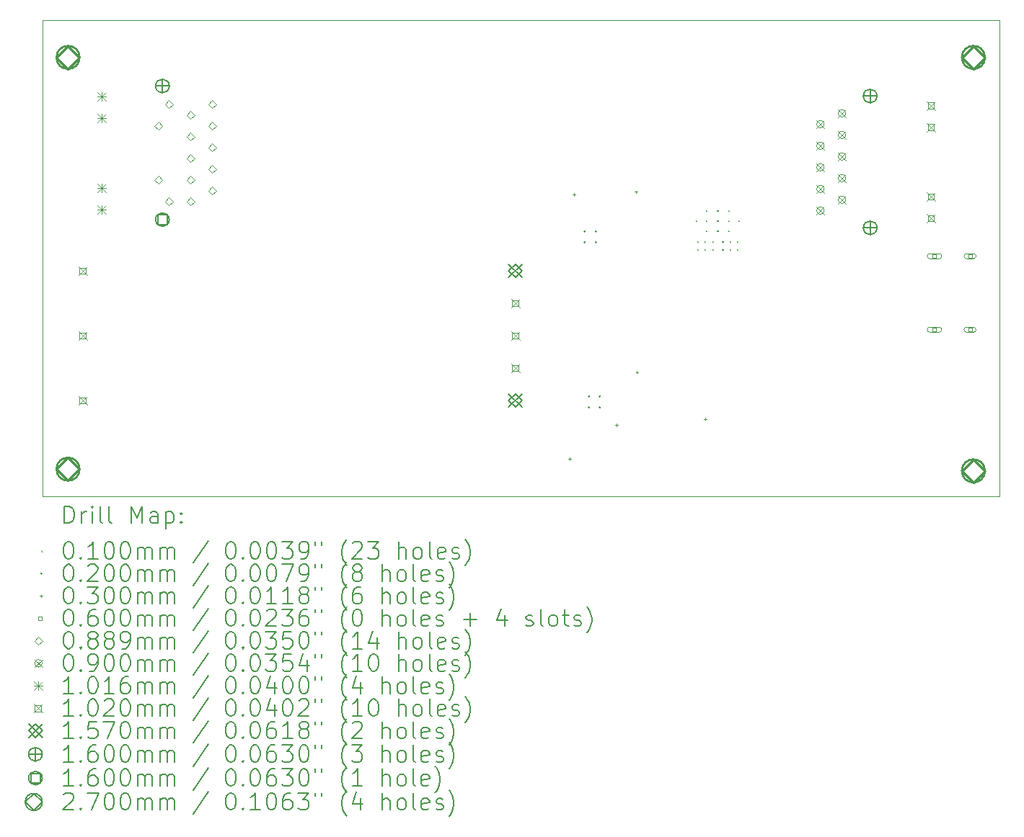
<source format=gbr>
%TF.GenerationSoftware,KiCad,Pcbnew,7.0.11+dfsg-1build4*%
%TF.CreationDate,2024-07-19T16:51:39+02:00*%
%TF.ProjectId,antmicro-poe-to-usbc-pd-adapter,616e746d-6963-4726-9f2d-706f652d746f,rev?*%
%TF.SameCoordinates,Original*%
%TF.FileFunction,Drillmap*%
%TF.FilePolarity,Positive*%
%FSLAX45Y45*%
G04 Gerber Fmt 4.5, Leading zero omitted, Abs format (unit mm)*
G04 Created by KiCad (PCBNEW 7.0.11+dfsg-1build4) date 2024-07-19 16:51:39 commit  9a9195e *
%MOMM*%
%LPD*%
G01*
G04 APERTURE LIST*
%ADD10C,0.050000*%
%ADD11C,0.200000*%
%ADD12C,0.100000*%
%ADD13C,0.101600*%
%ADD14C,0.102000*%
%ADD15C,0.157000*%
%ADD16C,0.160000*%
%ADD17C,0.160020*%
%ADD18C,0.270000*%
G04 APERTURE END LIST*
D10*
X12850000Y-12400000D02*
X24090000Y-12400000D01*
X24090000Y-18000000D01*
X12850000Y-18000000D01*
X12850000Y-12400000D01*
D11*
D12*
X20519700Y-14754900D02*
X20529700Y-14764900D01*
X20529700Y-14754900D02*
X20519700Y-14764900D01*
X20537400Y-14999800D02*
X20547400Y-15009800D01*
X20547400Y-14999800D02*
X20537400Y-15009800D01*
X20537400Y-15094800D02*
X20547400Y-15104800D01*
X20547400Y-15094800D02*
X20537400Y-15104800D01*
X20625100Y-14999800D02*
X20635100Y-15009800D01*
X20635100Y-14999800D02*
X20625100Y-15009800D01*
X20625100Y-15094800D02*
X20635100Y-15104800D01*
X20635100Y-15094800D02*
X20625100Y-15104800D01*
X20637400Y-14634900D02*
X20647400Y-14644900D01*
X20647400Y-14634900D02*
X20637400Y-14644900D01*
X20637400Y-14754900D02*
X20647400Y-14764900D01*
X20647400Y-14754900D02*
X20637400Y-14764900D01*
X20638000Y-14874700D02*
X20648000Y-14884700D01*
X20648000Y-14874700D02*
X20638000Y-14884700D01*
X20712400Y-14999800D02*
X20722400Y-15009800D01*
X20722400Y-14999800D02*
X20712400Y-15009800D01*
X20712500Y-15094800D02*
X20722500Y-15104800D01*
X20722500Y-15094800D02*
X20712500Y-15104800D01*
X20770000Y-14634900D02*
X20780000Y-14644900D01*
X20780000Y-14634900D02*
X20770000Y-14644900D01*
X20770100Y-14754700D02*
X20780100Y-14764700D01*
X20780100Y-14754700D02*
X20770100Y-14764700D01*
X20770100Y-14874700D02*
X20780100Y-14884700D01*
X20780100Y-14874700D02*
X20770100Y-14884700D01*
X20829900Y-14999800D02*
X20839900Y-15009800D01*
X20839900Y-14999800D02*
X20829900Y-15009800D01*
X20829900Y-15094800D02*
X20839900Y-15104800D01*
X20839900Y-15094800D02*
X20829900Y-15104800D01*
X20902300Y-14634900D02*
X20912300Y-14644900D01*
X20912300Y-14634900D02*
X20902300Y-14644900D01*
X20902300Y-14754900D02*
X20912300Y-14764900D01*
X20912300Y-14754900D02*
X20902300Y-14764900D01*
X20902300Y-14874900D02*
X20912300Y-14884900D01*
X20912300Y-14874900D02*
X20902300Y-14884900D01*
X20917600Y-14999800D02*
X20927600Y-15009800D01*
X20927600Y-14999800D02*
X20917600Y-15009800D01*
X20917600Y-15094800D02*
X20927600Y-15104800D01*
X20927600Y-15094800D02*
X20917600Y-15104800D01*
X21005000Y-14999800D02*
X21015000Y-15009800D01*
X21015000Y-14999800D02*
X21005000Y-15009800D01*
X21005100Y-15094800D02*
X21015100Y-15104800D01*
X21015100Y-15094800D02*
X21005100Y-15104800D01*
X21019700Y-14754900D02*
X21029700Y-14764900D01*
X21029700Y-14754900D02*
X21019700Y-14764900D01*
X19226500Y-14886000D02*
G75*
G03*
X19206500Y-14886000I-10000J0D01*
G01*
X19206500Y-14886000D02*
G75*
G03*
X19226500Y-14886000I10000J0D01*
G01*
X19226500Y-15013000D02*
G75*
G03*
X19206500Y-15013000I-10000J0D01*
G01*
X19206500Y-15013000D02*
G75*
G03*
X19226500Y-15013000I10000J0D01*
G01*
X19277000Y-16824000D02*
G75*
G03*
X19257000Y-16824000I-10000J0D01*
G01*
X19257000Y-16824000D02*
G75*
G03*
X19277000Y-16824000I10000J0D01*
G01*
X19277000Y-16954000D02*
G75*
G03*
X19257000Y-16954000I-10000J0D01*
G01*
X19257000Y-16954000D02*
G75*
G03*
X19277000Y-16954000I10000J0D01*
G01*
X19356500Y-14886000D02*
G75*
G03*
X19336500Y-14886000I-10000J0D01*
G01*
X19336500Y-14886000D02*
G75*
G03*
X19356500Y-14886000I10000J0D01*
G01*
X19356500Y-15013000D02*
G75*
G03*
X19336500Y-15013000I-10000J0D01*
G01*
X19336500Y-15013000D02*
G75*
G03*
X19356500Y-15013000I10000J0D01*
G01*
X19404000Y-16824000D02*
G75*
G03*
X19384000Y-16824000I-10000J0D01*
G01*
X19384000Y-16824000D02*
G75*
G03*
X19404000Y-16824000I10000J0D01*
G01*
X19404000Y-16954000D02*
G75*
G03*
X19384000Y-16954000I-10000J0D01*
G01*
X19384000Y-16954000D02*
G75*
G03*
X19404000Y-16954000I10000J0D01*
G01*
X19040000Y-17545000D02*
X19040000Y-17575000D01*
X19025000Y-17560000D02*
X19055000Y-17560000D01*
X19090833Y-14435000D02*
X19090833Y-14465000D01*
X19075833Y-14450000D02*
X19105833Y-14450000D01*
X19590000Y-17145000D02*
X19590000Y-17175000D01*
X19575000Y-17160000D02*
X19605000Y-17160000D01*
X19820833Y-14405000D02*
X19820833Y-14435000D01*
X19805833Y-14420000D02*
X19835833Y-14420000D01*
X19830000Y-16525000D02*
X19830000Y-16555000D01*
X19815000Y-16540000D02*
X19845000Y-16540000D01*
X20630000Y-17075000D02*
X20630000Y-17105000D01*
X20615000Y-17090000D02*
X20645000Y-17090000D01*
X23343113Y-15197113D02*
X23343113Y-15154687D01*
X23300687Y-15154687D01*
X23300687Y-15197113D01*
X23343113Y-15197113D01*
X23266900Y-15205900D02*
X23376900Y-15205900D01*
X23376900Y-15205900D02*
G75*
G03*
X23376900Y-15145900I0J30000D01*
G01*
X23376900Y-15145900D02*
X23266900Y-15145900D01*
X23266900Y-15145900D02*
G75*
G03*
X23266900Y-15205900I0J-30000D01*
G01*
X23343113Y-16061213D02*
X23343113Y-16018787D01*
X23300687Y-16018787D01*
X23300687Y-16061213D01*
X23343113Y-16061213D01*
X23266900Y-16070000D02*
X23376900Y-16070000D01*
X23376900Y-16070000D02*
G75*
G03*
X23376900Y-16010000I0J30000D01*
G01*
X23376900Y-16010000D02*
X23266900Y-16010000D01*
X23266900Y-16010000D02*
G75*
G03*
X23266900Y-16070000I0J-30000D01*
G01*
X23761213Y-15197113D02*
X23761213Y-15154687D01*
X23718787Y-15154687D01*
X23718787Y-15197113D01*
X23761213Y-15197113D01*
X23700000Y-15205900D02*
X23780000Y-15205900D01*
X23780000Y-15205900D02*
G75*
G03*
X23780000Y-15145900I0J30000D01*
G01*
X23780000Y-15145900D02*
X23700000Y-15145900D01*
X23700000Y-15145900D02*
G75*
G03*
X23700000Y-15205900I0J-30000D01*
G01*
X23761213Y-16061213D02*
X23761213Y-16018787D01*
X23718787Y-16018787D01*
X23718787Y-16061213D01*
X23761213Y-16061213D01*
X23700000Y-16070000D02*
X23780000Y-16070000D01*
X23780000Y-16070000D02*
G75*
G03*
X23780000Y-16010000I0J30000D01*
G01*
X23780000Y-16010000D02*
X23700000Y-16010000D01*
X23700000Y-16010000D02*
G75*
G03*
X23700000Y-16070000I0J-30000D01*
G01*
X14209500Y-13688650D02*
X14253950Y-13644200D01*
X14209500Y-13599750D01*
X14165050Y-13644200D01*
X14209500Y-13688650D01*
X14209500Y-14323750D02*
X14253950Y-14279300D01*
X14209500Y-14234850D01*
X14165050Y-14279300D01*
X14209500Y-14323750D01*
X14335600Y-13434750D02*
X14380050Y-13390300D01*
X14335600Y-13345850D01*
X14291150Y-13390300D01*
X14335600Y-13434750D01*
X14336400Y-14577650D02*
X14380850Y-14533200D01*
X14336400Y-14488750D01*
X14291950Y-14533200D01*
X14336400Y-14577650D01*
X14589500Y-13561650D02*
X14633950Y-13517200D01*
X14589500Y-13472750D01*
X14545050Y-13517200D01*
X14589500Y-13561650D01*
X14589500Y-13815650D02*
X14633950Y-13771200D01*
X14589500Y-13726750D01*
X14545050Y-13771200D01*
X14589500Y-13815650D01*
X14589500Y-14069650D02*
X14633950Y-14025200D01*
X14589500Y-13980750D01*
X14545050Y-14025200D01*
X14589500Y-14069650D01*
X14589500Y-14323750D02*
X14633950Y-14279300D01*
X14589500Y-14234850D01*
X14545050Y-14279300D01*
X14589500Y-14323750D01*
X14589500Y-14577650D02*
X14633950Y-14533200D01*
X14589500Y-14488750D01*
X14545050Y-14533200D01*
X14589500Y-14577650D01*
X14843400Y-13434750D02*
X14887850Y-13390300D01*
X14843400Y-13345850D01*
X14798950Y-13390300D01*
X14843400Y-13434750D01*
X14843400Y-13688650D02*
X14887850Y-13644200D01*
X14843400Y-13599750D01*
X14798950Y-13644200D01*
X14843400Y-13688650D01*
X14843400Y-13942550D02*
X14887850Y-13898100D01*
X14843400Y-13853650D01*
X14798950Y-13898100D01*
X14843400Y-13942550D01*
X14843400Y-14196550D02*
X14887850Y-14152100D01*
X14843400Y-14107650D01*
X14798950Y-14152100D01*
X14843400Y-14196550D01*
X14843400Y-14450650D02*
X14887850Y-14406200D01*
X14843400Y-14361750D01*
X14798950Y-14406200D01*
X14843400Y-14450650D01*
X21937900Y-13579500D02*
X22027900Y-13669500D01*
X22027900Y-13579500D02*
X21937900Y-13669500D01*
X22027900Y-13624500D02*
G75*
G03*
X21937900Y-13624500I-45000J0D01*
G01*
X21937900Y-13624500D02*
G75*
G03*
X22027900Y-13624500I45000J0D01*
G01*
X21937900Y-13833500D02*
X22027900Y-13923500D01*
X22027900Y-13833500D02*
X21937900Y-13923500D01*
X22027900Y-13878500D02*
G75*
G03*
X21937900Y-13878500I-45000J0D01*
G01*
X21937900Y-13878500D02*
G75*
G03*
X22027900Y-13878500I45000J0D01*
G01*
X21937900Y-14087500D02*
X22027900Y-14177500D01*
X22027900Y-14087500D02*
X21937900Y-14177500D01*
X22027900Y-14132500D02*
G75*
G03*
X21937900Y-14132500I-45000J0D01*
G01*
X21937900Y-14132500D02*
G75*
G03*
X22027900Y-14132500I45000J0D01*
G01*
X21937900Y-14341500D02*
X22027900Y-14431500D01*
X22027900Y-14341500D02*
X21937900Y-14431500D01*
X22027900Y-14386500D02*
G75*
G03*
X21937900Y-14386500I-45000J0D01*
G01*
X21937900Y-14386500D02*
G75*
G03*
X22027900Y-14386500I45000J0D01*
G01*
X21937900Y-14595500D02*
X22027900Y-14685500D01*
X22027900Y-14595500D02*
X21937900Y-14685500D01*
X22027900Y-14640500D02*
G75*
G03*
X21937900Y-14640500I-45000J0D01*
G01*
X21937900Y-14640500D02*
G75*
G03*
X22027900Y-14640500I45000J0D01*
G01*
X22192000Y-13452500D02*
X22282000Y-13542500D01*
X22282000Y-13452500D02*
X22192000Y-13542500D01*
X22282000Y-13497500D02*
G75*
G03*
X22192000Y-13497500I-45000J0D01*
G01*
X22192000Y-13497500D02*
G75*
G03*
X22282000Y-13497500I45000J0D01*
G01*
X22192000Y-13706400D02*
X22282000Y-13796400D01*
X22282000Y-13706400D02*
X22192000Y-13796400D01*
X22282000Y-13751400D02*
G75*
G03*
X22192000Y-13751400I-45000J0D01*
G01*
X22192000Y-13751400D02*
G75*
G03*
X22282000Y-13751400I45000J0D01*
G01*
X22192000Y-13960400D02*
X22282000Y-14050400D01*
X22282000Y-13960400D02*
X22192000Y-14050400D01*
X22282000Y-14005400D02*
G75*
G03*
X22192000Y-14005400I-45000J0D01*
G01*
X22192000Y-14005400D02*
G75*
G03*
X22282000Y-14005400I45000J0D01*
G01*
X22192000Y-14214500D02*
X22282000Y-14304500D01*
X22282000Y-14214500D02*
X22192000Y-14304500D01*
X22282000Y-14259500D02*
G75*
G03*
X22192000Y-14259500I-45000J0D01*
G01*
X22192000Y-14259500D02*
G75*
G03*
X22282000Y-14259500I45000J0D01*
G01*
X22192000Y-14468500D02*
X22282000Y-14558500D01*
X22282000Y-14468500D02*
X22192000Y-14558500D01*
X22282000Y-14513500D02*
G75*
G03*
X22192000Y-14513500I-45000J0D01*
G01*
X22192000Y-14513500D02*
G75*
G03*
X22282000Y-14513500I45000J0D01*
G01*
D13*
X13496800Y-13246800D02*
X13598400Y-13348400D01*
X13598400Y-13246800D02*
X13496800Y-13348400D01*
X13547600Y-13246800D02*
X13547600Y-13348400D01*
X13496800Y-13297600D02*
X13598400Y-13297600D01*
X13496800Y-13500900D02*
X13598400Y-13602500D01*
X13598400Y-13500900D02*
X13496800Y-13602500D01*
X13547600Y-13500900D02*
X13547600Y-13602500D01*
X13496800Y-13551700D02*
X13598400Y-13551700D01*
X13496800Y-14320900D02*
X13598400Y-14422500D01*
X13598400Y-14320900D02*
X13496800Y-14422500D01*
X13547600Y-14320900D02*
X13547600Y-14422500D01*
X13496800Y-14371700D02*
X13598400Y-14371700D01*
X13496800Y-14575000D02*
X13598400Y-14676600D01*
X13598400Y-14575000D02*
X13496800Y-14676600D01*
X13547600Y-14575000D02*
X13547600Y-14676600D01*
X13496800Y-14625800D02*
X13598400Y-14625800D01*
D14*
X13271000Y-15297000D02*
X13373000Y-15399000D01*
X13373000Y-15297000D02*
X13271000Y-15399000D01*
X13358063Y-15384063D02*
X13358063Y-15311937D01*
X13285937Y-15311937D01*
X13285937Y-15384063D01*
X13358063Y-15384063D01*
X13271000Y-16059000D02*
X13373000Y-16161000D01*
X13373000Y-16059000D02*
X13271000Y-16161000D01*
X13358063Y-16146063D02*
X13358063Y-16073937D01*
X13285937Y-16073937D01*
X13285937Y-16146063D01*
X13358063Y-16146063D01*
X13271000Y-16821000D02*
X13373000Y-16923000D01*
X13373000Y-16821000D02*
X13271000Y-16923000D01*
X13358063Y-16908063D02*
X13358063Y-16835937D01*
X13285937Y-16835937D01*
X13285937Y-16908063D01*
X13358063Y-16908063D01*
X18351000Y-15678000D02*
X18453000Y-15780000D01*
X18453000Y-15678000D02*
X18351000Y-15780000D01*
X18438063Y-15765063D02*
X18438063Y-15692937D01*
X18365937Y-15692937D01*
X18365937Y-15765063D01*
X18438063Y-15765063D01*
X18351000Y-16059000D02*
X18453000Y-16161000D01*
X18453000Y-16059000D02*
X18351000Y-16161000D01*
X18438063Y-16146063D02*
X18438063Y-16073937D01*
X18365937Y-16073937D01*
X18365937Y-16146063D01*
X18438063Y-16146063D01*
X18351000Y-16440000D02*
X18453000Y-16542000D01*
X18453000Y-16440000D02*
X18351000Y-16542000D01*
X18438063Y-16527063D02*
X18438063Y-16454937D01*
X18365937Y-16454937D01*
X18365937Y-16527063D01*
X18438063Y-16527063D01*
X23229000Y-13354900D02*
X23331000Y-13456900D01*
X23331000Y-13354900D02*
X23229000Y-13456900D01*
X23316063Y-13441963D02*
X23316063Y-13369837D01*
X23243937Y-13369837D01*
X23243937Y-13441963D01*
X23316063Y-13441963D01*
X23229000Y-13609000D02*
X23331000Y-13711000D01*
X23331000Y-13609000D02*
X23229000Y-13711000D01*
X23316063Y-13696063D02*
X23316063Y-13623937D01*
X23243937Y-13623937D01*
X23243937Y-13696063D01*
X23316063Y-13696063D01*
X23229000Y-14427000D02*
X23331000Y-14529000D01*
X23331000Y-14427000D02*
X23229000Y-14529000D01*
X23316063Y-14514063D02*
X23316063Y-14441937D01*
X23243937Y-14441937D01*
X23243937Y-14514063D01*
X23316063Y-14514063D01*
X23229000Y-14681000D02*
X23331000Y-14783000D01*
X23331000Y-14681000D02*
X23229000Y-14783000D01*
X23316063Y-14768063D02*
X23316063Y-14695937D01*
X23243937Y-14695937D01*
X23243937Y-14768063D01*
X23316063Y-14768063D01*
D15*
X18323500Y-15269500D02*
X18480500Y-15426500D01*
X18480500Y-15269500D02*
X18323500Y-15426500D01*
X18402000Y-15426500D02*
X18480500Y-15348000D01*
X18402000Y-15269500D01*
X18323500Y-15348000D01*
X18402000Y-15426500D01*
X18323500Y-16793500D02*
X18480500Y-16950500D01*
X18480500Y-16793500D02*
X18323500Y-16950500D01*
X18402000Y-16950500D02*
X18480500Y-16872000D01*
X18402000Y-16793500D01*
X18323500Y-16872000D01*
X18402000Y-16950500D01*
D16*
X14258400Y-13096700D02*
X14258400Y-13256700D01*
X14178400Y-13176700D02*
X14338400Y-13176700D01*
X14338400Y-13176700D02*
G75*
G03*
X14178400Y-13176700I-80000J0D01*
G01*
X14178400Y-13176700D02*
G75*
G03*
X14338400Y-13176700I80000J0D01*
G01*
X22567100Y-13214300D02*
X22567100Y-13374300D01*
X22487100Y-13294300D02*
X22647100Y-13294300D01*
X22647100Y-13294300D02*
G75*
G03*
X22487100Y-13294300I-80000J0D01*
G01*
X22487100Y-13294300D02*
G75*
G03*
X22647100Y-13294300I80000J0D01*
G01*
X22567100Y-14763500D02*
X22567100Y-14923500D01*
X22487100Y-14843500D02*
X22647100Y-14843500D01*
X22647100Y-14843500D02*
G75*
G03*
X22487100Y-14843500I-80000J0D01*
G01*
X22487100Y-14843500D02*
G75*
G03*
X22647100Y-14843500I80000J0D01*
G01*
D17*
X14314976Y-14803176D02*
X14314976Y-14690024D01*
X14201824Y-14690024D01*
X14201824Y-14803176D01*
X14314976Y-14803176D01*
X14338410Y-14746600D02*
G75*
G03*
X14178390Y-14746600I-80010J0D01*
G01*
X14178390Y-14746600D02*
G75*
G03*
X14338410Y-14746600I80010J0D01*
G01*
D18*
X13150000Y-12975000D02*
X13285000Y-12840000D01*
X13150000Y-12705000D01*
X13015000Y-12840000D01*
X13150000Y-12975000D01*
X13285000Y-12840000D02*
G75*
G03*
X13015000Y-12840000I-135000J0D01*
G01*
X13015000Y-12840000D02*
G75*
G03*
X13285000Y-12840000I135000J0D01*
G01*
X13150000Y-17815000D02*
X13285000Y-17680000D01*
X13150000Y-17545000D01*
X13015000Y-17680000D01*
X13150000Y-17815000D01*
X13285000Y-17680000D02*
G75*
G03*
X13015000Y-17680000I-135000J0D01*
G01*
X13015000Y-17680000D02*
G75*
G03*
X13285000Y-17680000I135000J0D01*
G01*
X23780000Y-12975000D02*
X23915000Y-12840000D01*
X23780000Y-12705000D01*
X23645000Y-12840000D01*
X23780000Y-12975000D01*
X23915000Y-12840000D02*
G75*
G03*
X23645000Y-12840000I-135000J0D01*
G01*
X23645000Y-12840000D02*
G75*
G03*
X23915000Y-12840000I135000J0D01*
G01*
X23780000Y-17835000D02*
X23915000Y-17700000D01*
X23780000Y-17565000D01*
X23645000Y-17700000D01*
X23780000Y-17835000D01*
X23915000Y-17700000D02*
G75*
G03*
X23645000Y-17700000I-135000J0D01*
G01*
X23645000Y-17700000D02*
G75*
G03*
X23915000Y-17700000I135000J0D01*
G01*
D11*
X13108277Y-18313984D02*
X13108277Y-18113984D01*
X13108277Y-18113984D02*
X13155896Y-18113984D01*
X13155896Y-18113984D02*
X13184467Y-18123508D01*
X13184467Y-18123508D02*
X13203515Y-18142555D01*
X13203515Y-18142555D02*
X13213039Y-18161603D01*
X13213039Y-18161603D02*
X13222562Y-18199698D01*
X13222562Y-18199698D02*
X13222562Y-18228270D01*
X13222562Y-18228270D02*
X13213039Y-18266365D01*
X13213039Y-18266365D02*
X13203515Y-18285412D01*
X13203515Y-18285412D02*
X13184467Y-18304460D01*
X13184467Y-18304460D02*
X13155896Y-18313984D01*
X13155896Y-18313984D02*
X13108277Y-18313984D01*
X13308277Y-18313984D02*
X13308277Y-18180650D01*
X13308277Y-18218746D02*
X13317801Y-18199698D01*
X13317801Y-18199698D02*
X13327324Y-18190174D01*
X13327324Y-18190174D02*
X13346372Y-18180650D01*
X13346372Y-18180650D02*
X13365420Y-18180650D01*
X13432086Y-18313984D02*
X13432086Y-18180650D01*
X13432086Y-18113984D02*
X13422562Y-18123508D01*
X13422562Y-18123508D02*
X13432086Y-18133031D01*
X13432086Y-18133031D02*
X13441610Y-18123508D01*
X13441610Y-18123508D02*
X13432086Y-18113984D01*
X13432086Y-18113984D02*
X13432086Y-18133031D01*
X13555896Y-18313984D02*
X13536848Y-18304460D01*
X13536848Y-18304460D02*
X13527324Y-18285412D01*
X13527324Y-18285412D02*
X13527324Y-18113984D01*
X13660658Y-18313984D02*
X13641610Y-18304460D01*
X13641610Y-18304460D02*
X13632086Y-18285412D01*
X13632086Y-18285412D02*
X13632086Y-18113984D01*
X13889229Y-18313984D02*
X13889229Y-18113984D01*
X13889229Y-18113984D02*
X13955896Y-18256841D01*
X13955896Y-18256841D02*
X14022562Y-18113984D01*
X14022562Y-18113984D02*
X14022562Y-18313984D01*
X14203515Y-18313984D02*
X14203515Y-18209222D01*
X14203515Y-18209222D02*
X14193991Y-18190174D01*
X14193991Y-18190174D02*
X14174943Y-18180650D01*
X14174943Y-18180650D02*
X14136848Y-18180650D01*
X14136848Y-18180650D02*
X14117801Y-18190174D01*
X14203515Y-18304460D02*
X14184467Y-18313984D01*
X14184467Y-18313984D02*
X14136848Y-18313984D01*
X14136848Y-18313984D02*
X14117801Y-18304460D01*
X14117801Y-18304460D02*
X14108277Y-18285412D01*
X14108277Y-18285412D02*
X14108277Y-18266365D01*
X14108277Y-18266365D02*
X14117801Y-18247317D01*
X14117801Y-18247317D02*
X14136848Y-18237793D01*
X14136848Y-18237793D02*
X14184467Y-18237793D01*
X14184467Y-18237793D02*
X14203515Y-18228270D01*
X14298753Y-18180650D02*
X14298753Y-18380650D01*
X14298753Y-18190174D02*
X14317801Y-18180650D01*
X14317801Y-18180650D02*
X14355896Y-18180650D01*
X14355896Y-18180650D02*
X14374943Y-18190174D01*
X14374943Y-18190174D02*
X14384467Y-18199698D01*
X14384467Y-18199698D02*
X14393991Y-18218746D01*
X14393991Y-18218746D02*
X14393991Y-18275889D01*
X14393991Y-18275889D02*
X14384467Y-18294936D01*
X14384467Y-18294936D02*
X14374943Y-18304460D01*
X14374943Y-18304460D02*
X14355896Y-18313984D01*
X14355896Y-18313984D02*
X14317801Y-18313984D01*
X14317801Y-18313984D02*
X14298753Y-18304460D01*
X14479705Y-18294936D02*
X14489229Y-18304460D01*
X14489229Y-18304460D02*
X14479705Y-18313984D01*
X14479705Y-18313984D02*
X14470182Y-18304460D01*
X14470182Y-18304460D02*
X14479705Y-18294936D01*
X14479705Y-18294936D02*
X14479705Y-18313984D01*
X14479705Y-18190174D02*
X14489229Y-18199698D01*
X14489229Y-18199698D02*
X14479705Y-18209222D01*
X14479705Y-18209222D02*
X14470182Y-18199698D01*
X14470182Y-18199698D02*
X14479705Y-18190174D01*
X14479705Y-18190174D02*
X14479705Y-18209222D01*
D12*
X12837500Y-18637500D02*
X12847500Y-18647500D01*
X12847500Y-18637500D02*
X12837500Y-18647500D01*
D11*
X13146372Y-18533984D02*
X13165420Y-18533984D01*
X13165420Y-18533984D02*
X13184467Y-18543508D01*
X13184467Y-18543508D02*
X13193991Y-18553031D01*
X13193991Y-18553031D02*
X13203515Y-18572079D01*
X13203515Y-18572079D02*
X13213039Y-18610174D01*
X13213039Y-18610174D02*
X13213039Y-18657793D01*
X13213039Y-18657793D02*
X13203515Y-18695889D01*
X13203515Y-18695889D02*
X13193991Y-18714936D01*
X13193991Y-18714936D02*
X13184467Y-18724460D01*
X13184467Y-18724460D02*
X13165420Y-18733984D01*
X13165420Y-18733984D02*
X13146372Y-18733984D01*
X13146372Y-18733984D02*
X13127324Y-18724460D01*
X13127324Y-18724460D02*
X13117801Y-18714936D01*
X13117801Y-18714936D02*
X13108277Y-18695889D01*
X13108277Y-18695889D02*
X13098753Y-18657793D01*
X13098753Y-18657793D02*
X13098753Y-18610174D01*
X13098753Y-18610174D02*
X13108277Y-18572079D01*
X13108277Y-18572079D02*
X13117801Y-18553031D01*
X13117801Y-18553031D02*
X13127324Y-18543508D01*
X13127324Y-18543508D02*
X13146372Y-18533984D01*
X13298753Y-18714936D02*
X13308277Y-18724460D01*
X13308277Y-18724460D02*
X13298753Y-18733984D01*
X13298753Y-18733984D02*
X13289229Y-18724460D01*
X13289229Y-18724460D02*
X13298753Y-18714936D01*
X13298753Y-18714936D02*
X13298753Y-18733984D01*
X13498753Y-18733984D02*
X13384467Y-18733984D01*
X13441610Y-18733984D02*
X13441610Y-18533984D01*
X13441610Y-18533984D02*
X13422562Y-18562555D01*
X13422562Y-18562555D02*
X13403515Y-18581603D01*
X13403515Y-18581603D02*
X13384467Y-18591127D01*
X13622562Y-18533984D02*
X13641610Y-18533984D01*
X13641610Y-18533984D02*
X13660658Y-18543508D01*
X13660658Y-18543508D02*
X13670182Y-18553031D01*
X13670182Y-18553031D02*
X13679705Y-18572079D01*
X13679705Y-18572079D02*
X13689229Y-18610174D01*
X13689229Y-18610174D02*
X13689229Y-18657793D01*
X13689229Y-18657793D02*
X13679705Y-18695889D01*
X13679705Y-18695889D02*
X13670182Y-18714936D01*
X13670182Y-18714936D02*
X13660658Y-18724460D01*
X13660658Y-18724460D02*
X13641610Y-18733984D01*
X13641610Y-18733984D02*
X13622562Y-18733984D01*
X13622562Y-18733984D02*
X13603515Y-18724460D01*
X13603515Y-18724460D02*
X13593991Y-18714936D01*
X13593991Y-18714936D02*
X13584467Y-18695889D01*
X13584467Y-18695889D02*
X13574943Y-18657793D01*
X13574943Y-18657793D02*
X13574943Y-18610174D01*
X13574943Y-18610174D02*
X13584467Y-18572079D01*
X13584467Y-18572079D02*
X13593991Y-18553031D01*
X13593991Y-18553031D02*
X13603515Y-18543508D01*
X13603515Y-18543508D02*
X13622562Y-18533984D01*
X13813039Y-18533984D02*
X13832086Y-18533984D01*
X13832086Y-18533984D02*
X13851134Y-18543508D01*
X13851134Y-18543508D02*
X13860658Y-18553031D01*
X13860658Y-18553031D02*
X13870182Y-18572079D01*
X13870182Y-18572079D02*
X13879705Y-18610174D01*
X13879705Y-18610174D02*
X13879705Y-18657793D01*
X13879705Y-18657793D02*
X13870182Y-18695889D01*
X13870182Y-18695889D02*
X13860658Y-18714936D01*
X13860658Y-18714936D02*
X13851134Y-18724460D01*
X13851134Y-18724460D02*
X13832086Y-18733984D01*
X13832086Y-18733984D02*
X13813039Y-18733984D01*
X13813039Y-18733984D02*
X13793991Y-18724460D01*
X13793991Y-18724460D02*
X13784467Y-18714936D01*
X13784467Y-18714936D02*
X13774943Y-18695889D01*
X13774943Y-18695889D02*
X13765420Y-18657793D01*
X13765420Y-18657793D02*
X13765420Y-18610174D01*
X13765420Y-18610174D02*
X13774943Y-18572079D01*
X13774943Y-18572079D02*
X13784467Y-18553031D01*
X13784467Y-18553031D02*
X13793991Y-18543508D01*
X13793991Y-18543508D02*
X13813039Y-18533984D01*
X13965420Y-18733984D02*
X13965420Y-18600650D01*
X13965420Y-18619698D02*
X13974943Y-18610174D01*
X13974943Y-18610174D02*
X13993991Y-18600650D01*
X13993991Y-18600650D02*
X14022563Y-18600650D01*
X14022563Y-18600650D02*
X14041610Y-18610174D01*
X14041610Y-18610174D02*
X14051134Y-18629222D01*
X14051134Y-18629222D02*
X14051134Y-18733984D01*
X14051134Y-18629222D02*
X14060658Y-18610174D01*
X14060658Y-18610174D02*
X14079705Y-18600650D01*
X14079705Y-18600650D02*
X14108277Y-18600650D01*
X14108277Y-18600650D02*
X14127324Y-18610174D01*
X14127324Y-18610174D02*
X14136848Y-18629222D01*
X14136848Y-18629222D02*
X14136848Y-18733984D01*
X14232086Y-18733984D02*
X14232086Y-18600650D01*
X14232086Y-18619698D02*
X14241610Y-18610174D01*
X14241610Y-18610174D02*
X14260658Y-18600650D01*
X14260658Y-18600650D02*
X14289229Y-18600650D01*
X14289229Y-18600650D02*
X14308277Y-18610174D01*
X14308277Y-18610174D02*
X14317801Y-18629222D01*
X14317801Y-18629222D02*
X14317801Y-18733984D01*
X14317801Y-18629222D02*
X14327324Y-18610174D01*
X14327324Y-18610174D02*
X14346372Y-18600650D01*
X14346372Y-18600650D02*
X14374943Y-18600650D01*
X14374943Y-18600650D02*
X14393991Y-18610174D01*
X14393991Y-18610174D02*
X14403515Y-18629222D01*
X14403515Y-18629222D02*
X14403515Y-18733984D01*
X14793991Y-18524460D02*
X14622563Y-18781603D01*
X15051134Y-18533984D02*
X15070182Y-18533984D01*
X15070182Y-18533984D02*
X15089229Y-18543508D01*
X15089229Y-18543508D02*
X15098753Y-18553031D01*
X15098753Y-18553031D02*
X15108277Y-18572079D01*
X15108277Y-18572079D02*
X15117801Y-18610174D01*
X15117801Y-18610174D02*
X15117801Y-18657793D01*
X15117801Y-18657793D02*
X15108277Y-18695889D01*
X15108277Y-18695889D02*
X15098753Y-18714936D01*
X15098753Y-18714936D02*
X15089229Y-18724460D01*
X15089229Y-18724460D02*
X15070182Y-18733984D01*
X15070182Y-18733984D02*
X15051134Y-18733984D01*
X15051134Y-18733984D02*
X15032086Y-18724460D01*
X15032086Y-18724460D02*
X15022563Y-18714936D01*
X15022563Y-18714936D02*
X15013039Y-18695889D01*
X15013039Y-18695889D02*
X15003515Y-18657793D01*
X15003515Y-18657793D02*
X15003515Y-18610174D01*
X15003515Y-18610174D02*
X15013039Y-18572079D01*
X15013039Y-18572079D02*
X15022563Y-18553031D01*
X15022563Y-18553031D02*
X15032086Y-18543508D01*
X15032086Y-18543508D02*
X15051134Y-18533984D01*
X15203515Y-18714936D02*
X15213039Y-18724460D01*
X15213039Y-18724460D02*
X15203515Y-18733984D01*
X15203515Y-18733984D02*
X15193991Y-18724460D01*
X15193991Y-18724460D02*
X15203515Y-18714936D01*
X15203515Y-18714936D02*
X15203515Y-18733984D01*
X15336848Y-18533984D02*
X15355896Y-18533984D01*
X15355896Y-18533984D02*
X15374944Y-18543508D01*
X15374944Y-18543508D02*
X15384467Y-18553031D01*
X15384467Y-18553031D02*
X15393991Y-18572079D01*
X15393991Y-18572079D02*
X15403515Y-18610174D01*
X15403515Y-18610174D02*
X15403515Y-18657793D01*
X15403515Y-18657793D02*
X15393991Y-18695889D01*
X15393991Y-18695889D02*
X15384467Y-18714936D01*
X15384467Y-18714936D02*
X15374944Y-18724460D01*
X15374944Y-18724460D02*
X15355896Y-18733984D01*
X15355896Y-18733984D02*
X15336848Y-18733984D01*
X15336848Y-18733984D02*
X15317801Y-18724460D01*
X15317801Y-18724460D02*
X15308277Y-18714936D01*
X15308277Y-18714936D02*
X15298753Y-18695889D01*
X15298753Y-18695889D02*
X15289229Y-18657793D01*
X15289229Y-18657793D02*
X15289229Y-18610174D01*
X15289229Y-18610174D02*
X15298753Y-18572079D01*
X15298753Y-18572079D02*
X15308277Y-18553031D01*
X15308277Y-18553031D02*
X15317801Y-18543508D01*
X15317801Y-18543508D02*
X15336848Y-18533984D01*
X15527325Y-18533984D02*
X15546372Y-18533984D01*
X15546372Y-18533984D02*
X15565420Y-18543508D01*
X15565420Y-18543508D02*
X15574944Y-18553031D01*
X15574944Y-18553031D02*
X15584467Y-18572079D01*
X15584467Y-18572079D02*
X15593991Y-18610174D01*
X15593991Y-18610174D02*
X15593991Y-18657793D01*
X15593991Y-18657793D02*
X15584467Y-18695889D01*
X15584467Y-18695889D02*
X15574944Y-18714936D01*
X15574944Y-18714936D02*
X15565420Y-18724460D01*
X15565420Y-18724460D02*
X15546372Y-18733984D01*
X15546372Y-18733984D02*
X15527325Y-18733984D01*
X15527325Y-18733984D02*
X15508277Y-18724460D01*
X15508277Y-18724460D02*
X15498753Y-18714936D01*
X15498753Y-18714936D02*
X15489229Y-18695889D01*
X15489229Y-18695889D02*
X15479706Y-18657793D01*
X15479706Y-18657793D02*
X15479706Y-18610174D01*
X15479706Y-18610174D02*
X15489229Y-18572079D01*
X15489229Y-18572079D02*
X15498753Y-18553031D01*
X15498753Y-18553031D02*
X15508277Y-18543508D01*
X15508277Y-18543508D02*
X15527325Y-18533984D01*
X15660658Y-18533984D02*
X15784467Y-18533984D01*
X15784467Y-18533984D02*
X15717801Y-18610174D01*
X15717801Y-18610174D02*
X15746372Y-18610174D01*
X15746372Y-18610174D02*
X15765420Y-18619698D01*
X15765420Y-18619698D02*
X15774944Y-18629222D01*
X15774944Y-18629222D02*
X15784467Y-18648270D01*
X15784467Y-18648270D02*
X15784467Y-18695889D01*
X15784467Y-18695889D02*
X15774944Y-18714936D01*
X15774944Y-18714936D02*
X15765420Y-18724460D01*
X15765420Y-18724460D02*
X15746372Y-18733984D01*
X15746372Y-18733984D02*
X15689229Y-18733984D01*
X15689229Y-18733984D02*
X15670182Y-18724460D01*
X15670182Y-18724460D02*
X15660658Y-18714936D01*
X15879706Y-18733984D02*
X15917801Y-18733984D01*
X15917801Y-18733984D02*
X15936848Y-18724460D01*
X15936848Y-18724460D02*
X15946372Y-18714936D01*
X15946372Y-18714936D02*
X15965420Y-18686365D01*
X15965420Y-18686365D02*
X15974944Y-18648270D01*
X15974944Y-18648270D02*
X15974944Y-18572079D01*
X15974944Y-18572079D02*
X15965420Y-18553031D01*
X15965420Y-18553031D02*
X15955896Y-18543508D01*
X15955896Y-18543508D02*
X15936848Y-18533984D01*
X15936848Y-18533984D02*
X15898753Y-18533984D01*
X15898753Y-18533984D02*
X15879706Y-18543508D01*
X15879706Y-18543508D02*
X15870182Y-18553031D01*
X15870182Y-18553031D02*
X15860658Y-18572079D01*
X15860658Y-18572079D02*
X15860658Y-18619698D01*
X15860658Y-18619698D02*
X15870182Y-18638746D01*
X15870182Y-18638746D02*
X15879706Y-18648270D01*
X15879706Y-18648270D02*
X15898753Y-18657793D01*
X15898753Y-18657793D02*
X15936848Y-18657793D01*
X15936848Y-18657793D02*
X15955896Y-18648270D01*
X15955896Y-18648270D02*
X15965420Y-18638746D01*
X15965420Y-18638746D02*
X15974944Y-18619698D01*
X16051134Y-18533984D02*
X16051134Y-18572079D01*
X16127325Y-18533984D02*
X16127325Y-18572079D01*
X16422563Y-18810174D02*
X16413039Y-18800650D01*
X16413039Y-18800650D02*
X16393991Y-18772079D01*
X16393991Y-18772079D02*
X16384468Y-18753031D01*
X16384468Y-18753031D02*
X16374944Y-18724460D01*
X16374944Y-18724460D02*
X16365420Y-18676841D01*
X16365420Y-18676841D02*
X16365420Y-18638746D01*
X16365420Y-18638746D02*
X16374944Y-18591127D01*
X16374944Y-18591127D02*
X16384468Y-18562555D01*
X16384468Y-18562555D02*
X16393991Y-18543508D01*
X16393991Y-18543508D02*
X16413039Y-18514936D01*
X16413039Y-18514936D02*
X16422563Y-18505412D01*
X16489229Y-18553031D02*
X16498753Y-18543508D01*
X16498753Y-18543508D02*
X16517801Y-18533984D01*
X16517801Y-18533984D02*
X16565420Y-18533984D01*
X16565420Y-18533984D02*
X16584468Y-18543508D01*
X16584468Y-18543508D02*
X16593991Y-18553031D01*
X16593991Y-18553031D02*
X16603515Y-18572079D01*
X16603515Y-18572079D02*
X16603515Y-18591127D01*
X16603515Y-18591127D02*
X16593991Y-18619698D01*
X16593991Y-18619698D02*
X16479706Y-18733984D01*
X16479706Y-18733984D02*
X16603515Y-18733984D01*
X16670182Y-18533984D02*
X16793991Y-18533984D01*
X16793991Y-18533984D02*
X16727325Y-18610174D01*
X16727325Y-18610174D02*
X16755896Y-18610174D01*
X16755896Y-18610174D02*
X16774944Y-18619698D01*
X16774944Y-18619698D02*
X16784468Y-18629222D01*
X16784468Y-18629222D02*
X16793991Y-18648270D01*
X16793991Y-18648270D02*
X16793991Y-18695889D01*
X16793991Y-18695889D02*
X16784468Y-18714936D01*
X16784468Y-18714936D02*
X16774944Y-18724460D01*
X16774944Y-18724460D02*
X16755896Y-18733984D01*
X16755896Y-18733984D02*
X16698753Y-18733984D01*
X16698753Y-18733984D02*
X16679706Y-18724460D01*
X16679706Y-18724460D02*
X16670182Y-18714936D01*
X17032087Y-18733984D02*
X17032087Y-18533984D01*
X17117801Y-18733984D02*
X17117801Y-18629222D01*
X17117801Y-18629222D02*
X17108277Y-18610174D01*
X17108277Y-18610174D02*
X17089230Y-18600650D01*
X17089230Y-18600650D02*
X17060658Y-18600650D01*
X17060658Y-18600650D02*
X17041611Y-18610174D01*
X17041611Y-18610174D02*
X17032087Y-18619698D01*
X17241611Y-18733984D02*
X17222563Y-18724460D01*
X17222563Y-18724460D02*
X17213039Y-18714936D01*
X17213039Y-18714936D02*
X17203515Y-18695889D01*
X17203515Y-18695889D02*
X17203515Y-18638746D01*
X17203515Y-18638746D02*
X17213039Y-18619698D01*
X17213039Y-18619698D02*
X17222563Y-18610174D01*
X17222563Y-18610174D02*
X17241611Y-18600650D01*
X17241611Y-18600650D02*
X17270182Y-18600650D01*
X17270182Y-18600650D02*
X17289230Y-18610174D01*
X17289230Y-18610174D02*
X17298753Y-18619698D01*
X17298753Y-18619698D02*
X17308277Y-18638746D01*
X17308277Y-18638746D02*
X17308277Y-18695889D01*
X17308277Y-18695889D02*
X17298753Y-18714936D01*
X17298753Y-18714936D02*
X17289230Y-18724460D01*
X17289230Y-18724460D02*
X17270182Y-18733984D01*
X17270182Y-18733984D02*
X17241611Y-18733984D01*
X17422563Y-18733984D02*
X17403515Y-18724460D01*
X17403515Y-18724460D02*
X17393992Y-18705412D01*
X17393992Y-18705412D02*
X17393992Y-18533984D01*
X17574944Y-18724460D02*
X17555896Y-18733984D01*
X17555896Y-18733984D02*
X17517801Y-18733984D01*
X17517801Y-18733984D02*
X17498753Y-18724460D01*
X17498753Y-18724460D02*
X17489230Y-18705412D01*
X17489230Y-18705412D02*
X17489230Y-18629222D01*
X17489230Y-18629222D02*
X17498753Y-18610174D01*
X17498753Y-18610174D02*
X17517801Y-18600650D01*
X17517801Y-18600650D02*
X17555896Y-18600650D01*
X17555896Y-18600650D02*
X17574944Y-18610174D01*
X17574944Y-18610174D02*
X17584468Y-18629222D01*
X17584468Y-18629222D02*
X17584468Y-18648270D01*
X17584468Y-18648270D02*
X17489230Y-18667317D01*
X17660658Y-18724460D02*
X17679706Y-18733984D01*
X17679706Y-18733984D02*
X17717801Y-18733984D01*
X17717801Y-18733984D02*
X17736849Y-18724460D01*
X17736849Y-18724460D02*
X17746373Y-18705412D01*
X17746373Y-18705412D02*
X17746373Y-18695889D01*
X17746373Y-18695889D02*
X17736849Y-18676841D01*
X17736849Y-18676841D02*
X17717801Y-18667317D01*
X17717801Y-18667317D02*
X17689230Y-18667317D01*
X17689230Y-18667317D02*
X17670182Y-18657793D01*
X17670182Y-18657793D02*
X17660658Y-18638746D01*
X17660658Y-18638746D02*
X17660658Y-18629222D01*
X17660658Y-18629222D02*
X17670182Y-18610174D01*
X17670182Y-18610174D02*
X17689230Y-18600650D01*
X17689230Y-18600650D02*
X17717801Y-18600650D01*
X17717801Y-18600650D02*
X17736849Y-18610174D01*
X17813039Y-18810174D02*
X17822563Y-18800650D01*
X17822563Y-18800650D02*
X17841611Y-18772079D01*
X17841611Y-18772079D02*
X17851134Y-18753031D01*
X17851134Y-18753031D02*
X17860658Y-18724460D01*
X17860658Y-18724460D02*
X17870182Y-18676841D01*
X17870182Y-18676841D02*
X17870182Y-18638746D01*
X17870182Y-18638746D02*
X17860658Y-18591127D01*
X17860658Y-18591127D02*
X17851134Y-18562555D01*
X17851134Y-18562555D02*
X17841611Y-18543508D01*
X17841611Y-18543508D02*
X17822563Y-18514936D01*
X17822563Y-18514936D02*
X17813039Y-18505412D01*
D12*
X12847500Y-18906500D02*
G75*
G03*
X12827500Y-18906500I-10000J0D01*
G01*
X12827500Y-18906500D02*
G75*
G03*
X12847500Y-18906500I10000J0D01*
G01*
D11*
X13146372Y-18797984D02*
X13165420Y-18797984D01*
X13165420Y-18797984D02*
X13184467Y-18807508D01*
X13184467Y-18807508D02*
X13193991Y-18817031D01*
X13193991Y-18817031D02*
X13203515Y-18836079D01*
X13203515Y-18836079D02*
X13213039Y-18874174D01*
X13213039Y-18874174D02*
X13213039Y-18921793D01*
X13213039Y-18921793D02*
X13203515Y-18959889D01*
X13203515Y-18959889D02*
X13193991Y-18978936D01*
X13193991Y-18978936D02*
X13184467Y-18988460D01*
X13184467Y-18988460D02*
X13165420Y-18997984D01*
X13165420Y-18997984D02*
X13146372Y-18997984D01*
X13146372Y-18997984D02*
X13127324Y-18988460D01*
X13127324Y-18988460D02*
X13117801Y-18978936D01*
X13117801Y-18978936D02*
X13108277Y-18959889D01*
X13108277Y-18959889D02*
X13098753Y-18921793D01*
X13098753Y-18921793D02*
X13098753Y-18874174D01*
X13098753Y-18874174D02*
X13108277Y-18836079D01*
X13108277Y-18836079D02*
X13117801Y-18817031D01*
X13117801Y-18817031D02*
X13127324Y-18807508D01*
X13127324Y-18807508D02*
X13146372Y-18797984D01*
X13298753Y-18978936D02*
X13308277Y-18988460D01*
X13308277Y-18988460D02*
X13298753Y-18997984D01*
X13298753Y-18997984D02*
X13289229Y-18988460D01*
X13289229Y-18988460D02*
X13298753Y-18978936D01*
X13298753Y-18978936D02*
X13298753Y-18997984D01*
X13384467Y-18817031D02*
X13393991Y-18807508D01*
X13393991Y-18807508D02*
X13413039Y-18797984D01*
X13413039Y-18797984D02*
X13460658Y-18797984D01*
X13460658Y-18797984D02*
X13479705Y-18807508D01*
X13479705Y-18807508D02*
X13489229Y-18817031D01*
X13489229Y-18817031D02*
X13498753Y-18836079D01*
X13498753Y-18836079D02*
X13498753Y-18855127D01*
X13498753Y-18855127D02*
X13489229Y-18883698D01*
X13489229Y-18883698D02*
X13374943Y-18997984D01*
X13374943Y-18997984D02*
X13498753Y-18997984D01*
X13622562Y-18797984D02*
X13641610Y-18797984D01*
X13641610Y-18797984D02*
X13660658Y-18807508D01*
X13660658Y-18807508D02*
X13670182Y-18817031D01*
X13670182Y-18817031D02*
X13679705Y-18836079D01*
X13679705Y-18836079D02*
X13689229Y-18874174D01*
X13689229Y-18874174D02*
X13689229Y-18921793D01*
X13689229Y-18921793D02*
X13679705Y-18959889D01*
X13679705Y-18959889D02*
X13670182Y-18978936D01*
X13670182Y-18978936D02*
X13660658Y-18988460D01*
X13660658Y-18988460D02*
X13641610Y-18997984D01*
X13641610Y-18997984D02*
X13622562Y-18997984D01*
X13622562Y-18997984D02*
X13603515Y-18988460D01*
X13603515Y-18988460D02*
X13593991Y-18978936D01*
X13593991Y-18978936D02*
X13584467Y-18959889D01*
X13584467Y-18959889D02*
X13574943Y-18921793D01*
X13574943Y-18921793D02*
X13574943Y-18874174D01*
X13574943Y-18874174D02*
X13584467Y-18836079D01*
X13584467Y-18836079D02*
X13593991Y-18817031D01*
X13593991Y-18817031D02*
X13603515Y-18807508D01*
X13603515Y-18807508D02*
X13622562Y-18797984D01*
X13813039Y-18797984D02*
X13832086Y-18797984D01*
X13832086Y-18797984D02*
X13851134Y-18807508D01*
X13851134Y-18807508D02*
X13860658Y-18817031D01*
X13860658Y-18817031D02*
X13870182Y-18836079D01*
X13870182Y-18836079D02*
X13879705Y-18874174D01*
X13879705Y-18874174D02*
X13879705Y-18921793D01*
X13879705Y-18921793D02*
X13870182Y-18959889D01*
X13870182Y-18959889D02*
X13860658Y-18978936D01*
X13860658Y-18978936D02*
X13851134Y-18988460D01*
X13851134Y-18988460D02*
X13832086Y-18997984D01*
X13832086Y-18997984D02*
X13813039Y-18997984D01*
X13813039Y-18997984D02*
X13793991Y-18988460D01*
X13793991Y-18988460D02*
X13784467Y-18978936D01*
X13784467Y-18978936D02*
X13774943Y-18959889D01*
X13774943Y-18959889D02*
X13765420Y-18921793D01*
X13765420Y-18921793D02*
X13765420Y-18874174D01*
X13765420Y-18874174D02*
X13774943Y-18836079D01*
X13774943Y-18836079D02*
X13784467Y-18817031D01*
X13784467Y-18817031D02*
X13793991Y-18807508D01*
X13793991Y-18807508D02*
X13813039Y-18797984D01*
X13965420Y-18997984D02*
X13965420Y-18864650D01*
X13965420Y-18883698D02*
X13974943Y-18874174D01*
X13974943Y-18874174D02*
X13993991Y-18864650D01*
X13993991Y-18864650D02*
X14022563Y-18864650D01*
X14022563Y-18864650D02*
X14041610Y-18874174D01*
X14041610Y-18874174D02*
X14051134Y-18893222D01*
X14051134Y-18893222D02*
X14051134Y-18997984D01*
X14051134Y-18893222D02*
X14060658Y-18874174D01*
X14060658Y-18874174D02*
X14079705Y-18864650D01*
X14079705Y-18864650D02*
X14108277Y-18864650D01*
X14108277Y-18864650D02*
X14127324Y-18874174D01*
X14127324Y-18874174D02*
X14136848Y-18893222D01*
X14136848Y-18893222D02*
X14136848Y-18997984D01*
X14232086Y-18997984D02*
X14232086Y-18864650D01*
X14232086Y-18883698D02*
X14241610Y-18874174D01*
X14241610Y-18874174D02*
X14260658Y-18864650D01*
X14260658Y-18864650D02*
X14289229Y-18864650D01*
X14289229Y-18864650D02*
X14308277Y-18874174D01*
X14308277Y-18874174D02*
X14317801Y-18893222D01*
X14317801Y-18893222D02*
X14317801Y-18997984D01*
X14317801Y-18893222D02*
X14327324Y-18874174D01*
X14327324Y-18874174D02*
X14346372Y-18864650D01*
X14346372Y-18864650D02*
X14374943Y-18864650D01*
X14374943Y-18864650D02*
X14393991Y-18874174D01*
X14393991Y-18874174D02*
X14403515Y-18893222D01*
X14403515Y-18893222D02*
X14403515Y-18997984D01*
X14793991Y-18788460D02*
X14622563Y-19045603D01*
X15051134Y-18797984D02*
X15070182Y-18797984D01*
X15070182Y-18797984D02*
X15089229Y-18807508D01*
X15089229Y-18807508D02*
X15098753Y-18817031D01*
X15098753Y-18817031D02*
X15108277Y-18836079D01*
X15108277Y-18836079D02*
X15117801Y-18874174D01*
X15117801Y-18874174D02*
X15117801Y-18921793D01*
X15117801Y-18921793D02*
X15108277Y-18959889D01*
X15108277Y-18959889D02*
X15098753Y-18978936D01*
X15098753Y-18978936D02*
X15089229Y-18988460D01*
X15089229Y-18988460D02*
X15070182Y-18997984D01*
X15070182Y-18997984D02*
X15051134Y-18997984D01*
X15051134Y-18997984D02*
X15032086Y-18988460D01*
X15032086Y-18988460D02*
X15022563Y-18978936D01*
X15022563Y-18978936D02*
X15013039Y-18959889D01*
X15013039Y-18959889D02*
X15003515Y-18921793D01*
X15003515Y-18921793D02*
X15003515Y-18874174D01*
X15003515Y-18874174D02*
X15013039Y-18836079D01*
X15013039Y-18836079D02*
X15022563Y-18817031D01*
X15022563Y-18817031D02*
X15032086Y-18807508D01*
X15032086Y-18807508D02*
X15051134Y-18797984D01*
X15203515Y-18978936D02*
X15213039Y-18988460D01*
X15213039Y-18988460D02*
X15203515Y-18997984D01*
X15203515Y-18997984D02*
X15193991Y-18988460D01*
X15193991Y-18988460D02*
X15203515Y-18978936D01*
X15203515Y-18978936D02*
X15203515Y-18997984D01*
X15336848Y-18797984D02*
X15355896Y-18797984D01*
X15355896Y-18797984D02*
X15374944Y-18807508D01*
X15374944Y-18807508D02*
X15384467Y-18817031D01*
X15384467Y-18817031D02*
X15393991Y-18836079D01*
X15393991Y-18836079D02*
X15403515Y-18874174D01*
X15403515Y-18874174D02*
X15403515Y-18921793D01*
X15403515Y-18921793D02*
X15393991Y-18959889D01*
X15393991Y-18959889D02*
X15384467Y-18978936D01*
X15384467Y-18978936D02*
X15374944Y-18988460D01*
X15374944Y-18988460D02*
X15355896Y-18997984D01*
X15355896Y-18997984D02*
X15336848Y-18997984D01*
X15336848Y-18997984D02*
X15317801Y-18988460D01*
X15317801Y-18988460D02*
X15308277Y-18978936D01*
X15308277Y-18978936D02*
X15298753Y-18959889D01*
X15298753Y-18959889D02*
X15289229Y-18921793D01*
X15289229Y-18921793D02*
X15289229Y-18874174D01*
X15289229Y-18874174D02*
X15298753Y-18836079D01*
X15298753Y-18836079D02*
X15308277Y-18817031D01*
X15308277Y-18817031D02*
X15317801Y-18807508D01*
X15317801Y-18807508D02*
X15336848Y-18797984D01*
X15527325Y-18797984D02*
X15546372Y-18797984D01*
X15546372Y-18797984D02*
X15565420Y-18807508D01*
X15565420Y-18807508D02*
X15574944Y-18817031D01*
X15574944Y-18817031D02*
X15584467Y-18836079D01*
X15584467Y-18836079D02*
X15593991Y-18874174D01*
X15593991Y-18874174D02*
X15593991Y-18921793D01*
X15593991Y-18921793D02*
X15584467Y-18959889D01*
X15584467Y-18959889D02*
X15574944Y-18978936D01*
X15574944Y-18978936D02*
X15565420Y-18988460D01*
X15565420Y-18988460D02*
X15546372Y-18997984D01*
X15546372Y-18997984D02*
X15527325Y-18997984D01*
X15527325Y-18997984D02*
X15508277Y-18988460D01*
X15508277Y-18988460D02*
X15498753Y-18978936D01*
X15498753Y-18978936D02*
X15489229Y-18959889D01*
X15489229Y-18959889D02*
X15479706Y-18921793D01*
X15479706Y-18921793D02*
X15479706Y-18874174D01*
X15479706Y-18874174D02*
X15489229Y-18836079D01*
X15489229Y-18836079D02*
X15498753Y-18817031D01*
X15498753Y-18817031D02*
X15508277Y-18807508D01*
X15508277Y-18807508D02*
X15527325Y-18797984D01*
X15660658Y-18797984D02*
X15793991Y-18797984D01*
X15793991Y-18797984D02*
X15708277Y-18997984D01*
X15879706Y-18997984D02*
X15917801Y-18997984D01*
X15917801Y-18997984D02*
X15936848Y-18988460D01*
X15936848Y-18988460D02*
X15946372Y-18978936D01*
X15946372Y-18978936D02*
X15965420Y-18950365D01*
X15965420Y-18950365D02*
X15974944Y-18912270D01*
X15974944Y-18912270D02*
X15974944Y-18836079D01*
X15974944Y-18836079D02*
X15965420Y-18817031D01*
X15965420Y-18817031D02*
X15955896Y-18807508D01*
X15955896Y-18807508D02*
X15936848Y-18797984D01*
X15936848Y-18797984D02*
X15898753Y-18797984D01*
X15898753Y-18797984D02*
X15879706Y-18807508D01*
X15879706Y-18807508D02*
X15870182Y-18817031D01*
X15870182Y-18817031D02*
X15860658Y-18836079D01*
X15860658Y-18836079D02*
X15860658Y-18883698D01*
X15860658Y-18883698D02*
X15870182Y-18902746D01*
X15870182Y-18902746D02*
X15879706Y-18912270D01*
X15879706Y-18912270D02*
X15898753Y-18921793D01*
X15898753Y-18921793D02*
X15936848Y-18921793D01*
X15936848Y-18921793D02*
X15955896Y-18912270D01*
X15955896Y-18912270D02*
X15965420Y-18902746D01*
X15965420Y-18902746D02*
X15974944Y-18883698D01*
X16051134Y-18797984D02*
X16051134Y-18836079D01*
X16127325Y-18797984D02*
X16127325Y-18836079D01*
X16422563Y-19074174D02*
X16413039Y-19064650D01*
X16413039Y-19064650D02*
X16393991Y-19036079D01*
X16393991Y-19036079D02*
X16384468Y-19017031D01*
X16384468Y-19017031D02*
X16374944Y-18988460D01*
X16374944Y-18988460D02*
X16365420Y-18940841D01*
X16365420Y-18940841D02*
X16365420Y-18902746D01*
X16365420Y-18902746D02*
X16374944Y-18855127D01*
X16374944Y-18855127D02*
X16384468Y-18826555D01*
X16384468Y-18826555D02*
X16393991Y-18807508D01*
X16393991Y-18807508D02*
X16413039Y-18778936D01*
X16413039Y-18778936D02*
X16422563Y-18769412D01*
X16527325Y-18883698D02*
X16508277Y-18874174D01*
X16508277Y-18874174D02*
X16498753Y-18864650D01*
X16498753Y-18864650D02*
X16489229Y-18845603D01*
X16489229Y-18845603D02*
X16489229Y-18836079D01*
X16489229Y-18836079D02*
X16498753Y-18817031D01*
X16498753Y-18817031D02*
X16508277Y-18807508D01*
X16508277Y-18807508D02*
X16527325Y-18797984D01*
X16527325Y-18797984D02*
X16565420Y-18797984D01*
X16565420Y-18797984D02*
X16584468Y-18807508D01*
X16584468Y-18807508D02*
X16593991Y-18817031D01*
X16593991Y-18817031D02*
X16603515Y-18836079D01*
X16603515Y-18836079D02*
X16603515Y-18845603D01*
X16603515Y-18845603D02*
X16593991Y-18864650D01*
X16593991Y-18864650D02*
X16584468Y-18874174D01*
X16584468Y-18874174D02*
X16565420Y-18883698D01*
X16565420Y-18883698D02*
X16527325Y-18883698D01*
X16527325Y-18883698D02*
X16508277Y-18893222D01*
X16508277Y-18893222D02*
X16498753Y-18902746D01*
X16498753Y-18902746D02*
X16489229Y-18921793D01*
X16489229Y-18921793D02*
X16489229Y-18959889D01*
X16489229Y-18959889D02*
X16498753Y-18978936D01*
X16498753Y-18978936D02*
X16508277Y-18988460D01*
X16508277Y-18988460D02*
X16527325Y-18997984D01*
X16527325Y-18997984D02*
X16565420Y-18997984D01*
X16565420Y-18997984D02*
X16584468Y-18988460D01*
X16584468Y-18988460D02*
X16593991Y-18978936D01*
X16593991Y-18978936D02*
X16603515Y-18959889D01*
X16603515Y-18959889D02*
X16603515Y-18921793D01*
X16603515Y-18921793D02*
X16593991Y-18902746D01*
X16593991Y-18902746D02*
X16584468Y-18893222D01*
X16584468Y-18893222D02*
X16565420Y-18883698D01*
X16841611Y-18997984D02*
X16841611Y-18797984D01*
X16927325Y-18997984D02*
X16927325Y-18893222D01*
X16927325Y-18893222D02*
X16917801Y-18874174D01*
X16917801Y-18874174D02*
X16898753Y-18864650D01*
X16898753Y-18864650D02*
X16870182Y-18864650D01*
X16870182Y-18864650D02*
X16851134Y-18874174D01*
X16851134Y-18874174D02*
X16841611Y-18883698D01*
X17051134Y-18997984D02*
X17032087Y-18988460D01*
X17032087Y-18988460D02*
X17022563Y-18978936D01*
X17022563Y-18978936D02*
X17013039Y-18959889D01*
X17013039Y-18959889D02*
X17013039Y-18902746D01*
X17013039Y-18902746D02*
X17022563Y-18883698D01*
X17022563Y-18883698D02*
X17032087Y-18874174D01*
X17032087Y-18874174D02*
X17051134Y-18864650D01*
X17051134Y-18864650D02*
X17079706Y-18864650D01*
X17079706Y-18864650D02*
X17098753Y-18874174D01*
X17098753Y-18874174D02*
X17108277Y-18883698D01*
X17108277Y-18883698D02*
X17117801Y-18902746D01*
X17117801Y-18902746D02*
X17117801Y-18959889D01*
X17117801Y-18959889D02*
X17108277Y-18978936D01*
X17108277Y-18978936D02*
X17098753Y-18988460D01*
X17098753Y-18988460D02*
X17079706Y-18997984D01*
X17079706Y-18997984D02*
X17051134Y-18997984D01*
X17232087Y-18997984D02*
X17213039Y-18988460D01*
X17213039Y-18988460D02*
X17203515Y-18969412D01*
X17203515Y-18969412D02*
X17203515Y-18797984D01*
X17384468Y-18988460D02*
X17365420Y-18997984D01*
X17365420Y-18997984D02*
X17327325Y-18997984D01*
X17327325Y-18997984D02*
X17308277Y-18988460D01*
X17308277Y-18988460D02*
X17298753Y-18969412D01*
X17298753Y-18969412D02*
X17298753Y-18893222D01*
X17298753Y-18893222D02*
X17308277Y-18874174D01*
X17308277Y-18874174D02*
X17327325Y-18864650D01*
X17327325Y-18864650D02*
X17365420Y-18864650D01*
X17365420Y-18864650D02*
X17384468Y-18874174D01*
X17384468Y-18874174D02*
X17393992Y-18893222D01*
X17393992Y-18893222D02*
X17393992Y-18912270D01*
X17393992Y-18912270D02*
X17298753Y-18931317D01*
X17470182Y-18988460D02*
X17489230Y-18997984D01*
X17489230Y-18997984D02*
X17527325Y-18997984D01*
X17527325Y-18997984D02*
X17546373Y-18988460D01*
X17546373Y-18988460D02*
X17555896Y-18969412D01*
X17555896Y-18969412D02*
X17555896Y-18959889D01*
X17555896Y-18959889D02*
X17546373Y-18940841D01*
X17546373Y-18940841D02*
X17527325Y-18931317D01*
X17527325Y-18931317D02*
X17498753Y-18931317D01*
X17498753Y-18931317D02*
X17479706Y-18921793D01*
X17479706Y-18921793D02*
X17470182Y-18902746D01*
X17470182Y-18902746D02*
X17470182Y-18893222D01*
X17470182Y-18893222D02*
X17479706Y-18874174D01*
X17479706Y-18874174D02*
X17498753Y-18864650D01*
X17498753Y-18864650D02*
X17527325Y-18864650D01*
X17527325Y-18864650D02*
X17546373Y-18874174D01*
X17622563Y-19074174D02*
X17632087Y-19064650D01*
X17632087Y-19064650D02*
X17651134Y-19036079D01*
X17651134Y-19036079D02*
X17660658Y-19017031D01*
X17660658Y-19017031D02*
X17670182Y-18988460D01*
X17670182Y-18988460D02*
X17679706Y-18940841D01*
X17679706Y-18940841D02*
X17679706Y-18902746D01*
X17679706Y-18902746D02*
X17670182Y-18855127D01*
X17670182Y-18855127D02*
X17660658Y-18826555D01*
X17660658Y-18826555D02*
X17651134Y-18807508D01*
X17651134Y-18807508D02*
X17632087Y-18778936D01*
X17632087Y-18778936D02*
X17622563Y-18769412D01*
D12*
X12832500Y-19155500D02*
X12832500Y-19185500D01*
X12817500Y-19170500D02*
X12847500Y-19170500D01*
D11*
X13146372Y-19061984D02*
X13165420Y-19061984D01*
X13165420Y-19061984D02*
X13184467Y-19071508D01*
X13184467Y-19071508D02*
X13193991Y-19081031D01*
X13193991Y-19081031D02*
X13203515Y-19100079D01*
X13203515Y-19100079D02*
X13213039Y-19138174D01*
X13213039Y-19138174D02*
X13213039Y-19185793D01*
X13213039Y-19185793D02*
X13203515Y-19223889D01*
X13203515Y-19223889D02*
X13193991Y-19242936D01*
X13193991Y-19242936D02*
X13184467Y-19252460D01*
X13184467Y-19252460D02*
X13165420Y-19261984D01*
X13165420Y-19261984D02*
X13146372Y-19261984D01*
X13146372Y-19261984D02*
X13127324Y-19252460D01*
X13127324Y-19252460D02*
X13117801Y-19242936D01*
X13117801Y-19242936D02*
X13108277Y-19223889D01*
X13108277Y-19223889D02*
X13098753Y-19185793D01*
X13098753Y-19185793D02*
X13098753Y-19138174D01*
X13098753Y-19138174D02*
X13108277Y-19100079D01*
X13108277Y-19100079D02*
X13117801Y-19081031D01*
X13117801Y-19081031D02*
X13127324Y-19071508D01*
X13127324Y-19071508D02*
X13146372Y-19061984D01*
X13298753Y-19242936D02*
X13308277Y-19252460D01*
X13308277Y-19252460D02*
X13298753Y-19261984D01*
X13298753Y-19261984D02*
X13289229Y-19252460D01*
X13289229Y-19252460D02*
X13298753Y-19242936D01*
X13298753Y-19242936D02*
X13298753Y-19261984D01*
X13374943Y-19061984D02*
X13498753Y-19061984D01*
X13498753Y-19061984D02*
X13432086Y-19138174D01*
X13432086Y-19138174D02*
X13460658Y-19138174D01*
X13460658Y-19138174D02*
X13479705Y-19147698D01*
X13479705Y-19147698D02*
X13489229Y-19157222D01*
X13489229Y-19157222D02*
X13498753Y-19176270D01*
X13498753Y-19176270D02*
X13498753Y-19223889D01*
X13498753Y-19223889D02*
X13489229Y-19242936D01*
X13489229Y-19242936D02*
X13479705Y-19252460D01*
X13479705Y-19252460D02*
X13460658Y-19261984D01*
X13460658Y-19261984D02*
X13403515Y-19261984D01*
X13403515Y-19261984D02*
X13384467Y-19252460D01*
X13384467Y-19252460D02*
X13374943Y-19242936D01*
X13622562Y-19061984D02*
X13641610Y-19061984D01*
X13641610Y-19061984D02*
X13660658Y-19071508D01*
X13660658Y-19071508D02*
X13670182Y-19081031D01*
X13670182Y-19081031D02*
X13679705Y-19100079D01*
X13679705Y-19100079D02*
X13689229Y-19138174D01*
X13689229Y-19138174D02*
X13689229Y-19185793D01*
X13689229Y-19185793D02*
X13679705Y-19223889D01*
X13679705Y-19223889D02*
X13670182Y-19242936D01*
X13670182Y-19242936D02*
X13660658Y-19252460D01*
X13660658Y-19252460D02*
X13641610Y-19261984D01*
X13641610Y-19261984D02*
X13622562Y-19261984D01*
X13622562Y-19261984D02*
X13603515Y-19252460D01*
X13603515Y-19252460D02*
X13593991Y-19242936D01*
X13593991Y-19242936D02*
X13584467Y-19223889D01*
X13584467Y-19223889D02*
X13574943Y-19185793D01*
X13574943Y-19185793D02*
X13574943Y-19138174D01*
X13574943Y-19138174D02*
X13584467Y-19100079D01*
X13584467Y-19100079D02*
X13593991Y-19081031D01*
X13593991Y-19081031D02*
X13603515Y-19071508D01*
X13603515Y-19071508D02*
X13622562Y-19061984D01*
X13813039Y-19061984D02*
X13832086Y-19061984D01*
X13832086Y-19061984D02*
X13851134Y-19071508D01*
X13851134Y-19071508D02*
X13860658Y-19081031D01*
X13860658Y-19081031D02*
X13870182Y-19100079D01*
X13870182Y-19100079D02*
X13879705Y-19138174D01*
X13879705Y-19138174D02*
X13879705Y-19185793D01*
X13879705Y-19185793D02*
X13870182Y-19223889D01*
X13870182Y-19223889D02*
X13860658Y-19242936D01*
X13860658Y-19242936D02*
X13851134Y-19252460D01*
X13851134Y-19252460D02*
X13832086Y-19261984D01*
X13832086Y-19261984D02*
X13813039Y-19261984D01*
X13813039Y-19261984D02*
X13793991Y-19252460D01*
X13793991Y-19252460D02*
X13784467Y-19242936D01*
X13784467Y-19242936D02*
X13774943Y-19223889D01*
X13774943Y-19223889D02*
X13765420Y-19185793D01*
X13765420Y-19185793D02*
X13765420Y-19138174D01*
X13765420Y-19138174D02*
X13774943Y-19100079D01*
X13774943Y-19100079D02*
X13784467Y-19081031D01*
X13784467Y-19081031D02*
X13793991Y-19071508D01*
X13793991Y-19071508D02*
X13813039Y-19061984D01*
X13965420Y-19261984D02*
X13965420Y-19128650D01*
X13965420Y-19147698D02*
X13974943Y-19138174D01*
X13974943Y-19138174D02*
X13993991Y-19128650D01*
X13993991Y-19128650D02*
X14022563Y-19128650D01*
X14022563Y-19128650D02*
X14041610Y-19138174D01*
X14041610Y-19138174D02*
X14051134Y-19157222D01*
X14051134Y-19157222D02*
X14051134Y-19261984D01*
X14051134Y-19157222D02*
X14060658Y-19138174D01*
X14060658Y-19138174D02*
X14079705Y-19128650D01*
X14079705Y-19128650D02*
X14108277Y-19128650D01*
X14108277Y-19128650D02*
X14127324Y-19138174D01*
X14127324Y-19138174D02*
X14136848Y-19157222D01*
X14136848Y-19157222D02*
X14136848Y-19261984D01*
X14232086Y-19261984D02*
X14232086Y-19128650D01*
X14232086Y-19147698D02*
X14241610Y-19138174D01*
X14241610Y-19138174D02*
X14260658Y-19128650D01*
X14260658Y-19128650D02*
X14289229Y-19128650D01*
X14289229Y-19128650D02*
X14308277Y-19138174D01*
X14308277Y-19138174D02*
X14317801Y-19157222D01*
X14317801Y-19157222D02*
X14317801Y-19261984D01*
X14317801Y-19157222D02*
X14327324Y-19138174D01*
X14327324Y-19138174D02*
X14346372Y-19128650D01*
X14346372Y-19128650D02*
X14374943Y-19128650D01*
X14374943Y-19128650D02*
X14393991Y-19138174D01*
X14393991Y-19138174D02*
X14403515Y-19157222D01*
X14403515Y-19157222D02*
X14403515Y-19261984D01*
X14793991Y-19052460D02*
X14622563Y-19309603D01*
X15051134Y-19061984D02*
X15070182Y-19061984D01*
X15070182Y-19061984D02*
X15089229Y-19071508D01*
X15089229Y-19071508D02*
X15098753Y-19081031D01*
X15098753Y-19081031D02*
X15108277Y-19100079D01*
X15108277Y-19100079D02*
X15117801Y-19138174D01*
X15117801Y-19138174D02*
X15117801Y-19185793D01*
X15117801Y-19185793D02*
X15108277Y-19223889D01*
X15108277Y-19223889D02*
X15098753Y-19242936D01*
X15098753Y-19242936D02*
X15089229Y-19252460D01*
X15089229Y-19252460D02*
X15070182Y-19261984D01*
X15070182Y-19261984D02*
X15051134Y-19261984D01*
X15051134Y-19261984D02*
X15032086Y-19252460D01*
X15032086Y-19252460D02*
X15022563Y-19242936D01*
X15022563Y-19242936D02*
X15013039Y-19223889D01*
X15013039Y-19223889D02*
X15003515Y-19185793D01*
X15003515Y-19185793D02*
X15003515Y-19138174D01*
X15003515Y-19138174D02*
X15013039Y-19100079D01*
X15013039Y-19100079D02*
X15022563Y-19081031D01*
X15022563Y-19081031D02*
X15032086Y-19071508D01*
X15032086Y-19071508D02*
X15051134Y-19061984D01*
X15203515Y-19242936D02*
X15213039Y-19252460D01*
X15213039Y-19252460D02*
X15203515Y-19261984D01*
X15203515Y-19261984D02*
X15193991Y-19252460D01*
X15193991Y-19252460D02*
X15203515Y-19242936D01*
X15203515Y-19242936D02*
X15203515Y-19261984D01*
X15336848Y-19061984D02*
X15355896Y-19061984D01*
X15355896Y-19061984D02*
X15374944Y-19071508D01*
X15374944Y-19071508D02*
X15384467Y-19081031D01*
X15384467Y-19081031D02*
X15393991Y-19100079D01*
X15393991Y-19100079D02*
X15403515Y-19138174D01*
X15403515Y-19138174D02*
X15403515Y-19185793D01*
X15403515Y-19185793D02*
X15393991Y-19223889D01*
X15393991Y-19223889D02*
X15384467Y-19242936D01*
X15384467Y-19242936D02*
X15374944Y-19252460D01*
X15374944Y-19252460D02*
X15355896Y-19261984D01*
X15355896Y-19261984D02*
X15336848Y-19261984D01*
X15336848Y-19261984D02*
X15317801Y-19252460D01*
X15317801Y-19252460D02*
X15308277Y-19242936D01*
X15308277Y-19242936D02*
X15298753Y-19223889D01*
X15298753Y-19223889D02*
X15289229Y-19185793D01*
X15289229Y-19185793D02*
X15289229Y-19138174D01*
X15289229Y-19138174D02*
X15298753Y-19100079D01*
X15298753Y-19100079D02*
X15308277Y-19081031D01*
X15308277Y-19081031D02*
X15317801Y-19071508D01*
X15317801Y-19071508D02*
X15336848Y-19061984D01*
X15593991Y-19261984D02*
X15479706Y-19261984D01*
X15536848Y-19261984D02*
X15536848Y-19061984D01*
X15536848Y-19061984D02*
X15517801Y-19090555D01*
X15517801Y-19090555D02*
X15498753Y-19109603D01*
X15498753Y-19109603D02*
X15479706Y-19119127D01*
X15784467Y-19261984D02*
X15670182Y-19261984D01*
X15727325Y-19261984D02*
X15727325Y-19061984D01*
X15727325Y-19061984D02*
X15708277Y-19090555D01*
X15708277Y-19090555D02*
X15689229Y-19109603D01*
X15689229Y-19109603D02*
X15670182Y-19119127D01*
X15898753Y-19147698D02*
X15879706Y-19138174D01*
X15879706Y-19138174D02*
X15870182Y-19128650D01*
X15870182Y-19128650D02*
X15860658Y-19109603D01*
X15860658Y-19109603D02*
X15860658Y-19100079D01*
X15860658Y-19100079D02*
X15870182Y-19081031D01*
X15870182Y-19081031D02*
X15879706Y-19071508D01*
X15879706Y-19071508D02*
X15898753Y-19061984D01*
X15898753Y-19061984D02*
X15936848Y-19061984D01*
X15936848Y-19061984D02*
X15955896Y-19071508D01*
X15955896Y-19071508D02*
X15965420Y-19081031D01*
X15965420Y-19081031D02*
X15974944Y-19100079D01*
X15974944Y-19100079D02*
X15974944Y-19109603D01*
X15974944Y-19109603D02*
X15965420Y-19128650D01*
X15965420Y-19128650D02*
X15955896Y-19138174D01*
X15955896Y-19138174D02*
X15936848Y-19147698D01*
X15936848Y-19147698D02*
X15898753Y-19147698D01*
X15898753Y-19147698D02*
X15879706Y-19157222D01*
X15879706Y-19157222D02*
X15870182Y-19166746D01*
X15870182Y-19166746D02*
X15860658Y-19185793D01*
X15860658Y-19185793D02*
X15860658Y-19223889D01*
X15860658Y-19223889D02*
X15870182Y-19242936D01*
X15870182Y-19242936D02*
X15879706Y-19252460D01*
X15879706Y-19252460D02*
X15898753Y-19261984D01*
X15898753Y-19261984D02*
X15936848Y-19261984D01*
X15936848Y-19261984D02*
X15955896Y-19252460D01*
X15955896Y-19252460D02*
X15965420Y-19242936D01*
X15965420Y-19242936D02*
X15974944Y-19223889D01*
X15974944Y-19223889D02*
X15974944Y-19185793D01*
X15974944Y-19185793D02*
X15965420Y-19166746D01*
X15965420Y-19166746D02*
X15955896Y-19157222D01*
X15955896Y-19157222D02*
X15936848Y-19147698D01*
X16051134Y-19061984D02*
X16051134Y-19100079D01*
X16127325Y-19061984D02*
X16127325Y-19100079D01*
X16422563Y-19338174D02*
X16413039Y-19328650D01*
X16413039Y-19328650D02*
X16393991Y-19300079D01*
X16393991Y-19300079D02*
X16384468Y-19281031D01*
X16384468Y-19281031D02*
X16374944Y-19252460D01*
X16374944Y-19252460D02*
X16365420Y-19204841D01*
X16365420Y-19204841D02*
X16365420Y-19166746D01*
X16365420Y-19166746D02*
X16374944Y-19119127D01*
X16374944Y-19119127D02*
X16384468Y-19090555D01*
X16384468Y-19090555D02*
X16393991Y-19071508D01*
X16393991Y-19071508D02*
X16413039Y-19042936D01*
X16413039Y-19042936D02*
X16422563Y-19033412D01*
X16584468Y-19061984D02*
X16546372Y-19061984D01*
X16546372Y-19061984D02*
X16527325Y-19071508D01*
X16527325Y-19071508D02*
X16517801Y-19081031D01*
X16517801Y-19081031D02*
X16498753Y-19109603D01*
X16498753Y-19109603D02*
X16489229Y-19147698D01*
X16489229Y-19147698D02*
X16489229Y-19223889D01*
X16489229Y-19223889D02*
X16498753Y-19242936D01*
X16498753Y-19242936D02*
X16508277Y-19252460D01*
X16508277Y-19252460D02*
X16527325Y-19261984D01*
X16527325Y-19261984D02*
X16565420Y-19261984D01*
X16565420Y-19261984D02*
X16584468Y-19252460D01*
X16584468Y-19252460D02*
X16593991Y-19242936D01*
X16593991Y-19242936D02*
X16603515Y-19223889D01*
X16603515Y-19223889D02*
X16603515Y-19176270D01*
X16603515Y-19176270D02*
X16593991Y-19157222D01*
X16593991Y-19157222D02*
X16584468Y-19147698D01*
X16584468Y-19147698D02*
X16565420Y-19138174D01*
X16565420Y-19138174D02*
X16527325Y-19138174D01*
X16527325Y-19138174D02*
X16508277Y-19147698D01*
X16508277Y-19147698D02*
X16498753Y-19157222D01*
X16498753Y-19157222D02*
X16489229Y-19176270D01*
X16841611Y-19261984D02*
X16841611Y-19061984D01*
X16927325Y-19261984D02*
X16927325Y-19157222D01*
X16927325Y-19157222D02*
X16917801Y-19138174D01*
X16917801Y-19138174D02*
X16898753Y-19128650D01*
X16898753Y-19128650D02*
X16870182Y-19128650D01*
X16870182Y-19128650D02*
X16851134Y-19138174D01*
X16851134Y-19138174D02*
X16841611Y-19147698D01*
X17051134Y-19261984D02*
X17032087Y-19252460D01*
X17032087Y-19252460D02*
X17022563Y-19242936D01*
X17022563Y-19242936D02*
X17013039Y-19223889D01*
X17013039Y-19223889D02*
X17013039Y-19166746D01*
X17013039Y-19166746D02*
X17022563Y-19147698D01*
X17022563Y-19147698D02*
X17032087Y-19138174D01*
X17032087Y-19138174D02*
X17051134Y-19128650D01*
X17051134Y-19128650D02*
X17079706Y-19128650D01*
X17079706Y-19128650D02*
X17098753Y-19138174D01*
X17098753Y-19138174D02*
X17108277Y-19147698D01*
X17108277Y-19147698D02*
X17117801Y-19166746D01*
X17117801Y-19166746D02*
X17117801Y-19223889D01*
X17117801Y-19223889D02*
X17108277Y-19242936D01*
X17108277Y-19242936D02*
X17098753Y-19252460D01*
X17098753Y-19252460D02*
X17079706Y-19261984D01*
X17079706Y-19261984D02*
X17051134Y-19261984D01*
X17232087Y-19261984D02*
X17213039Y-19252460D01*
X17213039Y-19252460D02*
X17203515Y-19233412D01*
X17203515Y-19233412D02*
X17203515Y-19061984D01*
X17384468Y-19252460D02*
X17365420Y-19261984D01*
X17365420Y-19261984D02*
X17327325Y-19261984D01*
X17327325Y-19261984D02*
X17308277Y-19252460D01*
X17308277Y-19252460D02*
X17298753Y-19233412D01*
X17298753Y-19233412D02*
X17298753Y-19157222D01*
X17298753Y-19157222D02*
X17308277Y-19138174D01*
X17308277Y-19138174D02*
X17327325Y-19128650D01*
X17327325Y-19128650D02*
X17365420Y-19128650D01*
X17365420Y-19128650D02*
X17384468Y-19138174D01*
X17384468Y-19138174D02*
X17393992Y-19157222D01*
X17393992Y-19157222D02*
X17393992Y-19176270D01*
X17393992Y-19176270D02*
X17298753Y-19195317D01*
X17470182Y-19252460D02*
X17489230Y-19261984D01*
X17489230Y-19261984D02*
X17527325Y-19261984D01*
X17527325Y-19261984D02*
X17546373Y-19252460D01*
X17546373Y-19252460D02*
X17555896Y-19233412D01*
X17555896Y-19233412D02*
X17555896Y-19223889D01*
X17555896Y-19223889D02*
X17546373Y-19204841D01*
X17546373Y-19204841D02*
X17527325Y-19195317D01*
X17527325Y-19195317D02*
X17498753Y-19195317D01*
X17498753Y-19195317D02*
X17479706Y-19185793D01*
X17479706Y-19185793D02*
X17470182Y-19166746D01*
X17470182Y-19166746D02*
X17470182Y-19157222D01*
X17470182Y-19157222D02*
X17479706Y-19138174D01*
X17479706Y-19138174D02*
X17498753Y-19128650D01*
X17498753Y-19128650D02*
X17527325Y-19128650D01*
X17527325Y-19128650D02*
X17546373Y-19138174D01*
X17622563Y-19338174D02*
X17632087Y-19328650D01*
X17632087Y-19328650D02*
X17651134Y-19300079D01*
X17651134Y-19300079D02*
X17660658Y-19281031D01*
X17660658Y-19281031D02*
X17670182Y-19252460D01*
X17670182Y-19252460D02*
X17679706Y-19204841D01*
X17679706Y-19204841D02*
X17679706Y-19166746D01*
X17679706Y-19166746D02*
X17670182Y-19119127D01*
X17670182Y-19119127D02*
X17660658Y-19090555D01*
X17660658Y-19090555D02*
X17651134Y-19071508D01*
X17651134Y-19071508D02*
X17632087Y-19042936D01*
X17632087Y-19042936D02*
X17622563Y-19033412D01*
D12*
X12838713Y-19455713D02*
X12838713Y-19413287D01*
X12796287Y-19413287D01*
X12796287Y-19455713D01*
X12838713Y-19455713D01*
D11*
X13146372Y-19325984D02*
X13165420Y-19325984D01*
X13165420Y-19325984D02*
X13184467Y-19335508D01*
X13184467Y-19335508D02*
X13193991Y-19345031D01*
X13193991Y-19345031D02*
X13203515Y-19364079D01*
X13203515Y-19364079D02*
X13213039Y-19402174D01*
X13213039Y-19402174D02*
X13213039Y-19449793D01*
X13213039Y-19449793D02*
X13203515Y-19487889D01*
X13203515Y-19487889D02*
X13193991Y-19506936D01*
X13193991Y-19506936D02*
X13184467Y-19516460D01*
X13184467Y-19516460D02*
X13165420Y-19525984D01*
X13165420Y-19525984D02*
X13146372Y-19525984D01*
X13146372Y-19525984D02*
X13127324Y-19516460D01*
X13127324Y-19516460D02*
X13117801Y-19506936D01*
X13117801Y-19506936D02*
X13108277Y-19487889D01*
X13108277Y-19487889D02*
X13098753Y-19449793D01*
X13098753Y-19449793D02*
X13098753Y-19402174D01*
X13098753Y-19402174D02*
X13108277Y-19364079D01*
X13108277Y-19364079D02*
X13117801Y-19345031D01*
X13117801Y-19345031D02*
X13127324Y-19335508D01*
X13127324Y-19335508D02*
X13146372Y-19325984D01*
X13298753Y-19506936D02*
X13308277Y-19516460D01*
X13308277Y-19516460D02*
X13298753Y-19525984D01*
X13298753Y-19525984D02*
X13289229Y-19516460D01*
X13289229Y-19516460D02*
X13298753Y-19506936D01*
X13298753Y-19506936D02*
X13298753Y-19525984D01*
X13479705Y-19325984D02*
X13441610Y-19325984D01*
X13441610Y-19325984D02*
X13422562Y-19335508D01*
X13422562Y-19335508D02*
X13413039Y-19345031D01*
X13413039Y-19345031D02*
X13393991Y-19373603D01*
X13393991Y-19373603D02*
X13384467Y-19411698D01*
X13384467Y-19411698D02*
X13384467Y-19487889D01*
X13384467Y-19487889D02*
X13393991Y-19506936D01*
X13393991Y-19506936D02*
X13403515Y-19516460D01*
X13403515Y-19516460D02*
X13422562Y-19525984D01*
X13422562Y-19525984D02*
X13460658Y-19525984D01*
X13460658Y-19525984D02*
X13479705Y-19516460D01*
X13479705Y-19516460D02*
X13489229Y-19506936D01*
X13489229Y-19506936D02*
X13498753Y-19487889D01*
X13498753Y-19487889D02*
X13498753Y-19440270D01*
X13498753Y-19440270D02*
X13489229Y-19421222D01*
X13489229Y-19421222D02*
X13479705Y-19411698D01*
X13479705Y-19411698D02*
X13460658Y-19402174D01*
X13460658Y-19402174D02*
X13422562Y-19402174D01*
X13422562Y-19402174D02*
X13403515Y-19411698D01*
X13403515Y-19411698D02*
X13393991Y-19421222D01*
X13393991Y-19421222D02*
X13384467Y-19440270D01*
X13622562Y-19325984D02*
X13641610Y-19325984D01*
X13641610Y-19325984D02*
X13660658Y-19335508D01*
X13660658Y-19335508D02*
X13670182Y-19345031D01*
X13670182Y-19345031D02*
X13679705Y-19364079D01*
X13679705Y-19364079D02*
X13689229Y-19402174D01*
X13689229Y-19402174D02*
X13689229Y-19449793D01*
X13689229Y-19449793D02*
X13679705Y-19487889D01*
X13679705Y-19487889D02*
X13670182Y-19506936D01*
X13670182Y-19506936D02*
X13660658Y-19516460D01*
X13660658Y-19516460D02*
X13641610Y-19525984D01*
X13641610Y-19525984D02*
X13622562Y-19525984D01*
X13622562Y-19525984D02*
X13603515Y-19516460D01*
X13603515Y-19516460D02*
X13593991Y-19506936D01*
X13593991Y-19506936D02*
X13584467Y-19487889D01*
X13584467Y-19487889D02*
X13574943Y-19449793D01*
X13574943Y-19449793D02*
X13574943Y-19402174D01*
X13574943Y-19402174D02*
X13584467Y-19364079D01*
X13584467Y-19364079D02*
X13593991Y-19345031D01*
X13593991Y-19345031D02*
X13603515Y-19335508D01*
X13603515Y-19335508D02*
X13622562Y-19325984D01*
X13813039Y-19325984D02*
X13832086Y-19325984D01*
X13832086Y-19325984D02*
X13851134Y-19335508D01*
X13851134Y-19335508D02*
X13860658Y-19345031D01*
X13860658Y-19345031D02*
X13870182Y-19364079D01*
X13870182Y-19364079D02*
X13879705Y-19402174D01*
X13879705Y-19402174D02*
X13879705Y-19449793D01*
X13879705Y-19449793D02*
X13870182Y-19487889D01*
X13870182Y-19487889D02*
X13860658Y-19506936D01*
X13860658Y-19506936D02*
X13851134Y-19516460D01*
X13851134Y-19516460D02*
X13832086Y-19525984D01*
X13832086Y-19525984D02*
X13813039Y-19525984D01*
X13813039Y-19525984D02*
X13793991Y-19516460D01*
X13793991Y-19516460D02*
X13784467Y-19506936D01*
X13784467Y-19506936D02*
X13774943Y-19487889D01*
X13774943Y-19487889D02*
X13765420Y-19449793D01*
X13765420Y-19449793D02*
X13765420Y-19402174D01*
X13765420Y-19402174D02*
X13774943Y-19364079D01*
X13774943Y-19364079D02*
X13784467Y-19345031D01*
X13784467Y-19345031D02*
X13793991Y-19335508D01*
X13793991Y-19335508D02*
X13813039Y-19325984D01*
X13965420Y-19525984D02*
X13965420Y-19392650D01*
X13965420Y-19411698D02*
X13974943Y-19402174D01*
X13974943Y-19402174D02*
X13993991Y-19392650D01*
X13993991Y-19392650D02*
X14022563Y-19392650D01*
X14022563Y-19392650D02*
X14041610Y-19402174D01*
X14041610Y-19402174D02*
X14051134Y-19421222D01*
X14051134Y-19421222D02*
X14051134Y-19525984D01*
X14051134Y-19421222D02*
X14060658Y-19402174D01*
X14060658Y-19402174D02*
X14079705Y-19392650D01*
X14079705Y-19392650D02*
X14108277Y-19392650D01*
X14108277Y-19392650D02*
X14127324Y-19402174D01*
X14127324Y-19402174D02*
X14136848Y-19421222D01*
X14136848Y-19421222D02*
X14136848Y-19525984D01*
X14232086Y-19525984D02*
X14232086Y-19392650D01*
X14232086Y-19411698D02*
X14241610Y-19402174D01*
X14241610Y-19402174D02*
X14260658Y-19392650D01*
X14260658Y-19392650D02*
X14289229Y-19392650D01*
X14289229Y-19392650D02*
X14308277Y-19402174D01*
X14308277Y-19402174D02*
X14317801Y-19421222D01*
X14317801Y-19421222D02*
X14317801Y-19525984D01*
X14317801Y-19421222D02*
X14327324Y-19402174D01*
X14327324Y-19402174D02*
X14346372Y-19392650D01*
X14346372Y-19392650D02*
X14374943Y-19392650D01*
X14374943Y-19392650D02*
X14393991Y-19402174D01*
X14393991Y-19402174D02*
X14403515Y-19421222D01*
X14403515Y-19421222D02*
X14403515Y-19525984D01*
X14793991Y-19316460D02*
X14622563Y-19573603D01*
X15051134Y-19325984D02*
X15070182Y-19325984D01*
X15070182Y-19325984D02*
X15089229Y-19335508D01*
X15089229Y-19335508D02*
X15098753Y-19345031D01*
X15098753Y-19345031D02*
X15108277Y-19364079D01*
X15108277Y-19364079D02*
X15117801Y-19402174D01*
X15117801Y-19402174D02*
X15117801Y-19449793D01*
X15117801Y-19449793D02*
X15108277Y-19487889D01*
X15108277Y-19487889D02*
X15098753Y-19506936D01*
X15098753Y-19506936D02*
X15089229Y-19516460D01*
X15089229Y-19516460D02*
X15070182Y-19525984D01*
X15070182Y-19525984D02*
X15051134Y-19525984D01*
X15051134Y-19525984D02*
X15032086Y-19516460D01*
X15032086Y-19516460D02*
X15022563Y-19506936D01*
X15022563Y-19506936D02*
X15013039Y-19487889D01*
X15013039Y-19487889D02*
X15003515Y-19449793D01*
X15003515Y-19449793D02*
X15003515Y-19402174D01*
X15003515Y-19402174D02*
X15013039Y-19364079D01*
X15013039Y-19364079D02*
X15022563Y-19345031D01*
X15022563Y-19345031D02*
X15032086Y-19335508D01*
X15032086Y-19335508D02*
X15051134Y-19325984D01*
X15203515Y-19506936D02*
X15213039Y-19516460D01*
X15213039Y-19516460D02*
X15203515Y-19525984D01*
X15203515Y-19525984D02*
X15193991Y-19516460D01*
X15193991Y-19516460D02*
X15203515Y-19506936D01*
X15203515Y-19506936D02*
X15203515Y-19525984D01*
X15336848Y-19325984D02*
X15355896Y-19325984D01*
X15355896Y-19325984D02*
X15374944Y-19335508D01*
X15374944Y-19335508D02*
X15384467Y-19345031D01*
X15384467Y-19345031D02*
X15393991Y-19364079D01*
X15393991Y-19364079D02*
X15403515Y-19402174D01*
X15403515Y-19402174D02*
X15403515Y-19449793D01*
X15403515Y-19449793D02*
X15393991Y-19487889D01*
X15393991Y-19487889D02*
X15384467Y-19506936D01*
X15384467Y-19506936D02*
X15374944Y-19516460D01*
X15374944Y-19516460D02*
X15355896Y-19525984D01*
X15355896Y-19525984D02*
X15336848Y-19525984D01*
X15336848Y-19525984D02*
X15317801Y-19516460D01*
X15317801Y-19516460D02*
X15308277Y-19506936D01*
X15308277Y-19506936D02*
X15298753Y-19487889D01*
X15298753Y-19487889D02*
X15289229Y-19449793D01*
X15289229Y-19449793D02*
X15289229Y-19402174D01*
X15289229Y-19402174D02*
X15298753Y-19364079D01*
X15298753Y-19364079D02*
X15308277Y-19345031D01*
X15308277Y-19345031D02*
X15317801Y-19335508D01*
X15317801Y-19335508D02*
X15336848Y-19325984D01*
X15479706Y-19345031D02*
X15489229Y-19335508D01*
X15489229Y-19335508D02*
X15508277Y-19325984D01*
X15508277Y-19325984D02*
X15555896Y-19325984D01*
X15555896Y-19325984D02*
X15574944Y-19335508D01*
X15574944Y-19335508D02*
X15584467Y-19345031D01*
X15584467Y-19345031D02*
X15593991Y-19364079D01*
X15593991Y-19364079D02*
X15593991Y-19383127D01*
X15593991Y-19383127D02*
X15584467Y-19411698D01*
X15584467Y-19411698D02*
X15470182Y-19525984D01*
X15470182Y-19525984D02*
X15593991Y-19525984D01*
X15660658Y-19325984D02*
X15784467Y-19325984D01*
X15784467Y-19325984D02*
X15717801Y-19402174D01*
X15717801Y-19402174D02*
X15746372Y-19402174D01*
X15746372Y-19402174D02*
X15765420Y-19411698D01*
X15765420Y-19411698D02*
X15774944Y-19421222D01*
X15774944Y-19421222D02*
X15784467Y-19440270D01*
X15784467Y-19440270D02*
X15784467Y-19487889D01*
X15784467Y-19487889D02*
X15774944Y-19506936D01*
X15774944Y-19506936D02*
X15765420Y-19516460D01*
X15765420Y-19516460D02*
X15746372Y-19525984D01*
X15746372Y-19525984D02*
X15689229Y-19525984D01*
X15689229Y-19525984D02*
X15670182Y-19516460D01*
X15670182Y-19516460D02*
X15660658Y-19506936D01*
X15955896Y-19325984D02*
X15917801Y-19325984D01*
X15917801Y-19325984D02*
X15898753Y-19335508D01*
X15898753Y-19335508D02*
X15889229Y-19345031D01*
X15889229Y-19345031D02*
X15870182Y-19373603D01*
X15870182Y-19373603D02*
X15860658Y-19411698D01*
X15860658Y-19411698D02*
X15860658Y-19487889D01*
X15860658Y-19487889D02*
X15870182Y-19506936D01*
X15870182Y-19506936D02*
X15879706Y-19516460D01*
X15879706Y-19516460D02*
X15898753Y-19525984D01*
X15898753Y-19525984D02*
X15936848Y-19525984D01*
X15936848Y-19525984D02*
X15955896Y-19516460D01*
X15955896Y-19516460D02*
X15965420Y-19506936D01*
X15965420Y-19506936D02*
X15974944Y-19487889D01*
X15974944Y-19487889D02*
X15974944Y-19440270D01*
X15974944Y-19440270D02*
X15965420Y-19421222D01*
X15965420Y-19421222D02*
X15955896Y-19411698D01*
X15955896Y-19411698D02*
X15936848Y-19402174D01*
X15936848Y-19402174D02*
X15898753Y-19402174D01*
X15898753Y-19402174D02*
X15879706Y-19411698D01*
X15879706Y-19411698D02*
X15870182Y-19421222D01*
X15870182Y-19421222D02*
X15860658Y-19440270D01*
X16051134Y-19325984D02*
X16051134Y-19364079D01*
X16127325Y-19325984D02*
X16127325Y-19364079D01*
X16422563Y-19602174D02*
X16413039Y-19592650D01*
X16413039Y-19592650D02*
X16393991Y-19564079D01*
X16393991Y-19564079D02*
X16384468Y-19545031D01*
X16384468Y-19545031D02*
X16374944Y-19516460D01*
X16374944Y-19516460D02*
X16365420Y-19468841D01*
X16365420Y-19468841D02*
X16365420Y-19430746D01*
X16365420Y-19430746D02*
X16374944Y-19383127D01*
X16374944Y-19383127D02*
X16384468Y-19354555D01*
X16384468Y-19354555D02*
X16393991Y-19335508D01*
X16393991Y-19335508D02*
X16413039Y-19306936D01*
X16413039Y-19306936D02*
X16422563Y-19297412D01*
X16536848Y-19325984D02*
X16555896Y-19325984D01*
X16555896Y-19325984D02*
X16574944Y-19335508D01*
X16574944Y-19335508D02*
X16584468Y-19345031D01*
X16584468Y-19345031D02*
X16593991Y-19364079D01*
X16593991Y-19364079D02*
X16603515Y-19402174D01*
X16603515Y-19402174D02*
X16603515Y-19449793D01*
X16603515Y-19449793D02*
X16593991Y-19487889D01*
X16593991Y-19487889D02*
X16584468Y-19506936D01*
X16584468Y-19506936D02*
X16574944Y-19516460D01*
X16574944Y-19516460D02*
X16555896Y-19525984D01*
X16555896Y-19525984D02*
X16536848Y-19525984D01*
X16536848Y-19525984D02*
X16517801Y-19516460D01*
X16517801Y-19516460D02*
X16508277Y-19506936D01*
X16508277Y-19506936D02*
X16498753Y-19487889D01*
X16498753Y-19487889D02*
X16489229Y-19449793D01*
X16489229Y-19449793D02*
X16489229Y-19402174D01*
X16489229Y-19402174D02*
X16498753Y-19364079D01*
X16498753Y-19364079D02*
X16508277Y-19345031D01*
X16508277Y-19345031D02*
X16517801Y-19335508D01*
X16517801Y-19335508D02*
X16536848Y-19325984D01*
X16841611Y-19525984D02*
X16841611Y-19325984D01*
X16927325Y-19525984D02*
X16927325Y-19421222D01*
X16927325Y-19421222D02*
X16917801Y-19402174D01*
X16917801Y-19402174D02*
X16898753Y-19392650D01*
X16898753Y-19392650D02*
X16870182Y-19392650D01*
X16870182Y-19392650D02*
X16851134Y-19402174D01*
X16851134Y-19402174D02*
X16841611Y-19411698D01*
X17051134Y-19525984D02*
X17032087Y-19516460D01*
X17032087Y-19516460D02*
X17022563Y-19506936D01*
X17022563Y-19506936D02*
X17013039Y-19487889D01*
X17013039Y-19487889D02*
X17013039Y-19430746D01*
X17013039Y-19430746D02*
X17022563Y-19411698D01*
X17022563Y-19411698D02*
X17032087Y-19402174D01*
X17032087Y-19402174D02*
X17051134Y-19392650D01*
X17051134Y-19392650D02*
X17079706Y-19392650D01*
X17079706Y-19392650D02*
X17098753Y-19402174D01*
X17098753Y-19402174D02*
X17108277Y-19411698D01*
X17108277Y-19411698D02*
X17117801Y-19430746D01*
X17117801Y-19430746D02*
X17117801Y-19487889D01*
X17117801Y-19487889D02*
X17108277Y-19506936D01*
X17108277Y-19506936D02*
X17098753Y-19516460D01*
X17098753Y-19516460D02*
X17079706Y-19525984D01*
X17079706Y-19525984D02*
X17051134Y-19525984D01*
X17232087Y-19525984D02*
X17213039Y-19516460D01*
X17213039Y-19516460D02*
X17203515Y-19497412D01*
X17203515Y-19497412D02*
X17203515Y-19325984D01*
X17384468Y-19516460D02*
X17365420Y-19525984D01*
X17365420Y-19525984D02*
X17327325Y-19525984D01*
X17327325Y-19525984D02*
X17308277Y-19516460D01*
X17308277Y-19516460D02*
X17298753Y-19497412D01*
X17298753Y-19497412D02*
X17298753Y-19421222D01*
X17298753Y-19421222D02*
X17308277Y-19402174D01*
X17308277Y-19402174D02*
X17327325Y-19392650D01*
X17327325Y-19392650D02*
X17365420Y-19392650D01*
X17365420Y-19392650D02*
X17384468Y-19402174D01*
X17384468Y-19402174D02*
X17393992Y-19421222D01*
X17393992Y-19421222D02*
X17393992Y-19440270D01*
X17393992Y-19440270D02*
X17298753Y-19459317D01*
X17470182Y-19516460D02*
X17489230Y-19525984D01*
X17489230Y-19525984D02*
X17527325Y-19525984D01*
X17527325Y-19525984D02*
X17546373Y-19516460D01*
X17546373Y-19516460D02*
X17555896Y-19497412D01*
X17555896Y-19497412D02*
X17555896Y-19487889D01*
X17555896Y-19487889D02*
X17546373Y-19468841D01*
X17546373Y-19468841D02*
X17527325Y-19459317D01*
X17527325Y-19459317D02*
X17498753Y-19459317D01*
X17498753Y-19459317D02*
X17479706Y-19449793D01*
X17479706Y-19449793D02*
X17470182Y-19430746D01*
X17470182Y-19430746D02*
X17470182Y-19421222D01*
X17470182Y-19421222D02*
X17479706Y-19402174D01*
X17479706Y-19402174D02*
X17498753Y-19392650D01*
X17498753Y-19392650D02*
X17527325Y-19392650D01*
X17527325Y-19392650D02*
X17546373Y-19402174D01*
X17793992Y-19449793D02*
X17946373Y-19449793D01*
X17870182Y-19525984D02*
X17870182Y-19373603D01*
X18279706Y-19392650D02*
X18279706Y-19525984D01*
X18232087Y-19316460D02*
X18184468Y-19459317D01*
X18184468Y-19459317D02*
X18308277Y-19459317D01*
X18527325Y-19516460D02*
X18546373Y-19525984D01*
X18546373Y-19525984D02*
X18584468Y-19525984D01*
X18584468Y-19525984D02*
X18603516Y-19516460D01*
X18603516Y-19516460D02*
X18613039Y-19497412D01*
X18613039Y-19497412D02*
X18613039Y-19487889D01*
X18613039Y-19487889D02*
X18603516Y-19468841D01*
X18603516Y-19468841D02*
X18584468Y-19459317D01*
X18584468Y-19459317D02*
X18555896Y-19459317D01*
X18555896Y-19459317D02*
X18536849Y-19449793D01*
X18536849Y-19449793D02*
X18527325Y-19430746D01*
X18527325Y-19430746D02*
X18527325Y-19421222D01*
X18527325Y-19421222D02*
X18536849Y-19402174D01*
X18536849Y-19402174D02*
X18555896Y-19392650D01*
X18555896Y-19392650D02*
X18584468Y-19392650D01*
X18584468Y-19392650D02*
X18603516Y-19402174D01*
X18727325Y-19525984D02*
X18708277Y-19516460D01*
X18708277Y-19516460D02*
X18698754Y-19497412D01*
X18698754Y-19497412D02*
X18698754Y-19325984D01*
X18832087Y-19525984D02*
X18813039Y-19516460D01*
X18813039Y-19516460D02*
X18803516Y-19506936D01*
X18803516Y-19506936D02*
X18793992Y-19487889D01*
X18793992Y-19487889D02*
X18793992Y-19430746D01*
X18793992Y-19430746D02*
X18803516Y-19411698D01*
X18803516Y-19411698D02*
X18813039Y-19402174D01*
X18813039Y-19402174D02*
X18832087Y-19392650D01*
X18832087Y-19392650D02*
X18860658Y-19392650D01*
X18860658Y-19392650D02*
X18879706Y-19402174D01*
X18879706Y-19402174D02*
X18889230Y-19411698D01*
X18889230Y-19411698D02*
X18898754Y-19430746D01*
X18898754Y-19430746D02*
X18898754Y-19487889D01*
X18898754Y-19487889D02*
X18889230Y-19506936D01*
X18889230Y-19506936D02*
X18879706Y-19516460D01*
X18879706Y-19516460D02*
X18860658Y-19525984D01*
X18860658Y-19525984D02*
X18832087Y-19525984D01*
X18955897Y-19392650D02*
X19032087Y-19392650D01*
X18984468Y-19325984D02*
X18984468Y-19497412D01*
X18984468Y-19497412D02*
X18993992Y-19516460D01*
X18993992Y-19516460D02*
X19013039Y-19525984D01*
X19013039Y-19525984D02*
X19032087Y-19525984D01*
X19089230Y-19516460D02*
X19108277Y-19525984D01*
X19108277Y-19525984D02*
X19146373Y-19525984D01*
X19146373Y-19525984D02*
X19165420Y-19516460D01*
X19165420Y-19516460D02*
X19174944Y-19497412D01*
X19174944Y-19497412D02*
X19174944Y-19487889D01*
X19174944Y-19487889D02*
X19165420Y-19468841D01*
X19165420Y-19468841D02*
X19146373Y-19459317D01*
X19146373Y-19459317D02*
X19117801Y-19459317D01*
X19117801Y-19459317D02*
X19098754Y-19449793D01*
X19098754Y-19449793D02*
X19089230Y-19430746D01*
X19089230Y-19430746D02*
X19089230Y-19421222D01*
X19089230Y-19421222D02*
X19098754Y-19402174D01*
X19098754Y-19402174D02*
X19117801Y-19392650D01*
X19117801Y-19392650D02*
X19146373Y-19392650D01*
X19146373Y-19392650D02*
X19165420Y-19402174D01*
X19241611Y-19602174D02*
X19251135Y-19592650D01*
X19251135Y-19592650D02*
X19270182Y-19564079D01*
X19270182Y-19564079D02*
X19279706Y-19545031D01*
X19279706Y-19545031D02*
X19289230Y-19516460D01*
X19289230Y-19516460D02*
X19298754Y-19468841D01*
X19298754Y-19468841D02*
X19298754Y-19430746D01*
X19298754Y-19430746D02*
X19289230Y-19383127D01*
X19289230Y-19383127D02*
X19279706Y-19354555D01*
X19279706Y-19354555D02*
X19270182Y-19335508D01*
X19270182Y-19335508D02*
X19251135Y-19306936D01*
X19251135Y-19306936D02*
X19241611Y-19297412D01*
D12*
X12803050Y-19742950D02*
X12847500Y-19698500D01*
X12803050Y-19654050D01*
X12758600Y-19698500D01*
X12803050Y-19742950D01*
D11*
X13146372Y-19589984D02*
X13165420Y-19589984D01*
X13165420Y-19589984D02*
X13184467Y-19599508D01*
X13184467Y-19599508D02*
X13193991Y-19609031D01*
X13193991Y-19609031D02*
X13203515Y-19628079D01*
X13203515Y-19628079D02*
X13213039Y-19666174D01*
X13213039Y-19666174D02*
X13213039Y-19713793D01*
X13213039Y-19713793D02*
X13203515Y-19751889D01*
X13203515Y-19751889D02*
X13193991Y-19770936D01*
X13193991Y-19770936D02*
X13184467Y-19780460D01*
X13184467Y-19780460D02*
X13165420Y-19789984D01*
X13165420Y-19789984D02*
X13146372Y-19789984D01*
X13146372Y-19789984D02*
X13127324Y-19780460D01*
X13127324Y-19780460D02*
X13117801Y-19770936D01*
X13117801Y-19770936D02*
X13108277Y-19751889D01*
X13108277Y-19751889D02*
X13098753Y-19713793D01*
X13098753Y-19713793D02*
X13098753Y-19666174D01*
X13098753Y-19666174D02*
X13108277Y-19628079D01*
X13108277Y-19628079D02*
X13117801Y-19609031D01*
X13117801Y-19609031D02*
X13127324Y-19599508D01*
X13127324Y-19599508D02*
X13146372Y-19589984D01*
X13298753Y-19770936D02*
X13308277Y-19780460D01*
X13308277Y-19780460D02*
X13298753Y-19789984D01*
X13298753Y-19789984D02*
X13289229Y-19780460D01*
X13289229Y-19780460D02*
X13298753Y-19770936D01*
X13298753Y-19770936D02*
X13298753Y-19789984D01*
X13422562Y-19675698D02*
X13403515Y-19666174D01*
X13403515Y-19666174D02*
X13393991Y-19656650D01*
X13393991Y-19656650D02*
X13384467Y-19637603D01*
X13384467Y-19637603D02*
X13384467Y-19628079D01*
X13384467Y-19628079D02*
X13393991Y-19609031D01*
X13393991Y-19609031D02*
X13403515Y-19599508D01*
X13403515Y-19599508D02*
X13422562Y-19589984D01*
X13422562Y-19589984D02*
X13460658Y-19589984D01*
X13460658Y-19589984D02*
X13479705Y-19599508D01*
X13479705Y-19599508D02*
X13489229Y-19609031D01*
X13489229Y-19609031D02*
X13498753Y-19628079D01*
X13498753Y-19628079D02*
X13498753Y-19637603D01*
X13498753Y-19637603D02*
X13489229Y-19656650D01*
X13489229Y-19656650D02*
X13479705Y-19666174D01*
X13479705Y-19666174D02*
X13460658Y-19675698D01*
X13460658Y-19675698D02*
X13422562Y-19675698D01*
X13422562Y-19675698D02*
X13403515Y-19685222D01*
X13403515Y-19685222D02*
X13393991Y-19694746D01*
X13393991Y-19694746D02*
X13384467Y-19713793D01*
X13384467Y-19713793D02*
X13384467Y-19751889D01*
X13384467Y-19751889D02*
X13393991Y-19770936D01*
X13393991Y-19770936D02*
X13403515Y-19780460D01*
X13403515Y-19780460D02*
X13422562Y-19789984D01*
X13422562Y-19789984D02*
X13460658Y-19789984D01*
X13460658Y-19789984D02*
X13479705Y-19780460D01*
X13479705Y-19780460D02*
X13489229Y-19770936D01*
X13489229Y-19770936D02*
X13498753Y-19751889D01*
X13498753Y-19751889D02*
X13498753Y-19713793D01*
X13498753Y-19713793D02*
X13489229Y-19694746D01*
X13489229Y-19694746D02*
X13479705Y-19685222D01*
X13479705Y-19685222D02*
X13460658Y-19675698D01*
X13613039Y-19675698D02*
X13593991Y-19666174D01*
X13593991Y-19666174D02*
X13584467Y-19656650D01*
X13584467Y-19656650D02*
X13574943Y-19637603D01*
X13574943Y-19637603D02*
X13574943Y-19628079D01*
X13574943Y-19628079D02*
X13584467Y-19609031D01*
X13584467Y-19609031D02*
X13593991Y-19599508D01*
X13593991Y-19599508D02*
X13613039Y-19589984D01*
X13613039Y-19589984D02*
X13651134Y-19589984D01*
X13651134Y-19589984D02*
X13670182Y-19599508D01*
X13670182Y-19599508D02*
X13679705Y-19609031D01*
X13679705Y-19609031D02*
X13689229Y-19628079D01*
X13689229Y-19628079D02*
X13689229Y-19637603D01*
X13689229Y-19637603D02*
X13679705Y-19656650D01*
X13679705Y-19656650D02*
X13670182Y-19666174D01*
X13670182Y-19666174D02*
X13651134Y-19675698D01*
X13651134Y-19675698D02*
X13613039Y-19675698D01*
X13613039Y-19675698D02*
X13593991Y-19685222D01*
X13593991Y-19685222D02*
X13584467Y-19694746D01*
X13584467Y-19694746D02*
X13574943Y-19713793D01*
X13574943Y-19713793D02*
X13574943Y-19751889D01*
X13574943Y-19751889D02*
X13584467Y-19770936D01*
X13584467Y-19770936D02*
X13593991Y-19780460D01*
X13593991Y-19780460D02*
X13613039Y-19789984D01*
X13613039Y-19789984D02*
X13651134Y-19789984D01*
X13651134Y-19789984D02*
X13670182Y-19780460D01*
X13670182Y-19780460D02*
X13679705Y-19770936D01*
X13679705Y-19770936D02*
X13689229Y-19751889D01*
X13689229Y-19751889D02*
X13689229Y-19713793D01*
X13689229Y-19713793D02*
X13679705Y-19694746D01*
X13679705Y-19694746D02*
X13670182Y-19685222D01*
X13670182Y-19685222D02*
X13651134Y-19675698D01*
X13784467Y-19789984D02*
X13822562Y-19789984D01*
X13822562Y-19789984D02*
X13841610Y-19780460D01*
X13841610Y-19780460D02*
X13851134Y-19770936D01*
X13851134Y-19770936D02*
X13870182Y-19742365D01*
X13870182Y-19742365D02*
X13879705Y-19704270D01*
X13879705Y-19704270D02*
X13879705Y-19628079D01*
X13879705Y-19628079D02*
X13870182Y-19609031D01*
X13870182Y-19609031D02*
X13860658Y-19599508D01*
X13860658Y-19599508D02*
X13841610Y-19589984D01*
X13841610Y-19589984D02*
X13803515Y-19589984D01*
X13803515Y-19589984D02*
X13784467Y-19599508D01*
X13784467Y-19599508D02*
X13774943Y-19609031D01*
X13774943Y-19609031D02*
X13765420Y-19628079D01*
X13765420Y-19628079D02*
X13765420Y-19675698D01*
X13765420Y-19675698D02*
X13774943Y-19694746D01*
X13774943Y-19694746D02*
X13784467Y-19704270D01*
X13784467Y-19704270D02*
X13803515Y-19713793D01*
X13803515Y-19713793D02*
X13841610Y-19713793D01*
X13841610Y-19713793D02*
X13860658Y-19704270D01*
X13860658Y-19704270D02*
X13870182Y-19694746D01*
X13870182Y-19694746D02*
X13879705Y-19675698D01*
X13965420Y-19789984D02*
X13965420Y-19656650D01*
X13965420Y-19675698D02*
X13974943Y-19666174D01*
X13974943Y-19666174D02*
X13993991Y-19656650D01*
X13993991Y-19656650D02*
X14022563Y-19656650D01*
X14022563Y-19656650D02*
X14041610Y-19666174D01*
X14041610Y-19666174D02*
X14051134Y-19685222D01*
X14051134Y-19685222D02*
X14051134Y-19789984D01*
X14051134Y-19685222D02*
X14060658Y-19666174D01*
X14060658Y-19666174D02*
X14079705Y-19656650D01*
X14079705Y-19656650D02*
X14108277Y-19656650D01*
X14108277Y-19656650D02*
X14127324Y-19666174D01*
X14127324Y-19666174D02*
X14136848Y-19685222D01*
X14136848Y-19685222D02*
X14136848Y-19789984D01*
X14232086Y-19789984D02*
X14232086Y-19656650D01*
X14232086Y-19675698D02*
X14241610Y-19666174D01*
X14241610Y-19666174D02*
X14260658Y-19656650D01*
X14260658Y-19656650D02*
X14289229Y-19656650D01*
X14289229Y-19656650D02*
X14308277Y-19666174D01*
X14308277Y-19666174D02*
X14317801Y-19685222D01*
X14317801Y-19685222D02*
X14317801Y-19789984D01*
X14317801Y-19685222D02*
X14327324Y-19666174D01*
X14327324Y-19666174D02*
X14346372Y-19656650D01*
X14346372Y-19656650D02*
X14374943Y-19656650D01*
X14374943Y-19656650D02*
X14393991Y-19666174D01*
X14393991Y-19666174D02*
X14403515Y-19685222D01*
X14403515Y-19685222D02*
X14403515Y-19789984D01*
X14793991Y-19580460D02*
X14622563Y-19837603D01*
X15051134Y-19589984D02*
X15070182Y-19589984D01*
X15070182Y-19589984D02*
X15089229Y-19599508D01*
X15089229Y-19599508D02*
X15098753Y-19609031D01*
X15098753Y-19609031D02*
X15108277Y-19628079D01*
X15108277Y-19628079D02*
X15117801Y-19666174D01*
X15117801Y-19666174D02*
X15117801Y-19713793D01*
X15117801Y-19713793D02*
X15108277Y-19751889D01*
X15108277Y-19751889D02*
X15098753Y-19770936D01*
X15098753Y-19770936D02*
X15089229Y-19780460D01*
X15089229Y-19780460D02*
X15070182Y-19789984D01*
X15070182Y-19789984D02*
X15051134Y-19789984D01*
X15051134Y-19789984D02*
X15032086Y-19780460D01*
X15032086Y-19780460D02*
X15022563Y-19770936D01*
X15022563Y-19770936D02*
X15013039Y-19751889D01*
X15013039Y-19751889D02*
X15003515Y-19713793D01*
X15003515Y-19713793D02*
X15003515Y-19666174D01*
X15003515Y-19666174D02*
X15013039Y-19628079D01*
X15013039Y-19628079D02*
X15022563Y-19609031D01*
X15022563Y-19609031D02*
X15032086Y-19599508D01*
X15032086Y-19599508D02*
X15051134Y-19589984D01*
X15203515Y-19770936D02*
X15213039Y-19780460D01*
X15213039Y-19780460D02*
X15203515Y-19789984D01*
X15203515Y-19789984D02*
X15193991Y-19780460D01*
X15193991Y-19780460D02*
X15203515Y-19770936D01*
X15203515Y-19770936D02*
X15203515Y-19789984D01*
X15336848Y-19589984D02*
X15355896Y-19589984D01*
X15355896Y-19589984D02*
X15374944Y-19599508D01*
X15374944Y-19599508D02*
X15384467Y-19609031D01*
X15384467Y-19609031D02*
X15393991Y-19628079D01*
X15393991Y-19628079D02*
X15403515Y-19666174D01*
X15403515Y-19666174D02*
X15403515Y-19713793D01*
X15403515Y-19713793D02*
X15393991Y-19751889D01*
X15393991Y-19751889D02*
X15384467Y-19770936D01*
X15384467Y-19770936D02*
X15374944Y-19780460D01*
X15374944Y-19780460D02*
X15355896Y-19789984D01*
X15355896Y-19789984D02*
X15336848Y-19789984D01*
X15336848Y-19789984D02*
X15317801Y-19780460D01*
X15317801Y-19780460D02*
X15308277Y-19770936D01*
X15308277Y-19770936D02*
X15298753Y-19751889D01*
X15298753Y-19751889D02*
X15289229Y-19713793D01*
X15289229Y-19713793D02*
X15289229Y-19666174D01*
X15289229Y-19666174D02*
X15298753Y-19628079D01*
X15298753Y-19628079D02*
X15308277Y-19609031D01*
X15308277Y-19609031D02*
X15317801Y-19599508D01*
X15317801Y-19599508D02*
X15336848Y-19589984D01*
X15470182Y-19589984D02*
X15593991Y-19589984D01*
X15593991Y-19589984D02*
X15527325Y-19666174D01*
X15527325Y-19666174D02*
X15555896Y-19666174D01*
X15555896Y-19666174D02*
X15574944Y-19675698D01*
X15574944Y-19675698D02*
X15584467Y-19685222D01*
X15584467Y-19685222D02*
X15593991Y-19704270D01*
X15593991Y-19704270D02*
X15593991Y-19751889D01*
X15593991Y-19751889D02*
X15584467Y-19770936D01*
X15584467Y-19770936D02*
X15574944Y-19780460D01*
X15574944Y-19780460D02*
X15555896Y-19789984D01*
X15555896Y-19789984D02*
X15498753Y-19789984D01*
X15498753Y-19789984D02*
X15479706Y-19780460D01*
X15479706Y-19780460D02*
X15470182Y-19770936D01*
X15774944Y-19589984D02*
X15679706Y-19589984D01*
X15679706Y-19589984D02*
X15670182Y-19685222D01*
X15670182Y-19685222D02*
X15679706Y-19675698D01*
X15679706Y-19675698D02*
X15698753Y-19666174D01*
X15698753Y-19666174D02*
X15746372Y-19666174D01*
X15746372Y-19666174D02*
X15765420Y-19675698D01*
X15765420Y-19675698D02*
X15774944Y-19685222D01*
X15774944Y-19685222D02*
X15784467Y-19704270D01*
X15784467Y-19704270D02*
X15784467Y-19751889D01*
X15784467Y-19751889D02*
X15774944Y-19770936D01*
X15774944Y-19770936D02*
X15765420Y-19780460D01*
X15765420Y-19780460D02*
X15746372Y-19789984D01*
X15746372Y-19789984D02*
X15698753Y-19789984D01*
X15698753Y-19789984D02*
X15679706Y-19780460D01*
X15679706Y-19780460D02*
X15670182Y-19770936D01*
X15908277Y-19589984D02*
X15927325Y-19589984D01*
X15927325Y-19589984D02*
X15946372Y-19599508D01*
X15946372Y-19599508D02*
X15955896Y-19609031D01*
X15955896Y-19609031D02*
X15965420Y-19628079D01*
X15965420Y-19628079D02*
X15974944Y-19666174D01*
X15974944Y-19666174D02*
X15974944Y-19713793D01*
X15974944Y-19713793D02*
X15965420Y-19751889D01*
X15965420Y-19751889D02*
X15955896Y-19770936D01*
X15955896Y-19770936D02*
X15946372Y-19780460D01*
X15946372Y-19780460D02*
X15927325Y-19789984D01*
X15927325Y-19789984D02*
X15908277Y-19789984D01*
X15908277Y-19789984D02*
X15889229Y-19780460D01*
X15889229Y-19780460D02*
X15879706Y-19770936D01*
X15879706Y-19770936D02*
X15870182Y-19751889D01*
X15870182Y-19751889D02*
X15860658Y-19713793D01*
X15860658Y-19713793D02*
X15860658Y-19666174D01*
X15860658Y-19666174D02*
X15870182Y-19628079D01*
X15870182Y-19628079D02*
X15879706Y-19609031D01*
X15879706Y-19609031D02*
X15889229Y-19599508D01*
X15889229Y-19599508D02*
X15908277Y-19589984D01*
X16051134Y-19589984D02*
X16051134Y-19628079D01*
X16127325Y-19589984D02*
X16127325Y-19628079D01*
X16422563Y-19866174D02*
X16413039Y-19856650D01*
X16413039Y-19856650D02*
X16393991Y-19828079D01*
X16393991Y-19828079D02*
X16384468Y-19809031D01*
X16384468Y-19809031D02*
X16374944Y-19780460D01*
X16374944Y-19780460D02*
X16365420Y-19732841D01*
X16365420Y-19732841D02*
X16365420Y-19694746D01*
X16365420Y-19694746D02*
X16374944Y-19647127D01*
X16374944Y-19647127D02*
X16384468Y-19618555D01*
X16384468Y-19618555D02*
X16393991Y-19599508D01*
X16393991Y-19599508D02*
X16413039Y-19570936D01*
X16413039Y-19570936D02*
X16422563Y-19561412D01*
X16603515Y-19789984D02*
X16489229Y-19789984D01*
X16546372Y-19789984D02*
X16546372Y-19589984D01*
X16546372Y-19589984D02*
X16527325Y-19618555D01*
X16527325Y-19618555D02*
X16508277Y-19637603D01*
X16508277Y-19637603D02*
X16489229Y-19647127D01*
X16774944Y-19656650D02*
X16774944Y-19789984D01*
X16727325Y-19580460D02*
X16679706Y-19723317D01*
X16679706Y-19723317D02*
X16803515Y-19723317D01*
X17032087Y-19789984D02*
X17032087Y-19589984D01*
X17117801Y-19789984D02*
X17117801Y-19685222D01*
X17117801Y-19685222D02*
X17108277Y-19666174D01*
X17108277Y-19666174D02*
X17089230Y-19656650D01*
X17089230Y-19656650D02*
X17060658Y-19656650D01*
X17060658Y-19656650D02*
X17041611Y-19666174D01*
X17041611Y-19666174D02*
X17032087Y-19675698D01*
X17241611Y-19789984D02*
X17222563Y-19780460D01*
X17222563Y-19780460D02*
X17213039Y-19770936D01*
X17213039Y-19770936D02*
X17203515Y-19751889D01*
X17203515Y-19751889D02*
X17203515Y-19694746D01*
X17203515Y-19694746D02*
X17213039Y-19675698D01*
X17213039Y-19675698D02*
X17222563Y-19666174D01*
X17222563Y-19666174D02*
X17241611Y-19656650D01*
X17241611Y-19656650D02*
X17270182Y-19656650D01*
X17270182Y-19656650D02*
X17289230Y-19666174D01*
X17289230Y-19666174D02*
X17298753Y-19675698D01*
X17298753Y-19675698D02*
X17308277Y-19694746D01*
X17308277Y-19694746D02*
X17308277Y-19751889D01*
X17308277Y-19751889D02*
X17298753Y-19770936D01*
X17298753Y-19770936D02*
X17289230Y-19780460D01*
X17289230Y-19780460D02*
X17270182Y-19789984D01*
X17270182Y-19789984D02*
X17241611Y-19789984D01*
X17422563Y-19789984D02*
X17403515Y-19780460D01*
X17403515Y-19780460D02*
X17393992Y-19761412D01*
X17393992Y-19761412D02*
X17393992Y-19589984D01*
X17574944Y-19780460D02*
X17555896Y-19789984D01*
X17555896Y-19789984D02*
X17517801Y-19789984D01*
X17517801Y-19789984D02*
X17498753Y-19780460D01*
X17498753Y-19780460D02*
X17489230Y-19761412D01*
X17489230Y-19761412D02*
X17489230Y-19685222D01*
X17489230Y-19685222D02*
X17498753Y-19666174D01*
X17498753Y-19666174D02*
X17517801Y-19656650D01*
X17517801Y-19656650D02*
X17555896Y-19656650D01*
X17555896Y-19656650D02*
X17574944Y-19666174D01*
X17574944Y-19666174D02*
X17584468Y-19685222D01*
X17584468Y-19685222D02*
X17584468Y-19704270D01*
X17584468Y-19704270D02*
X17489230Y-19723317D01*
X17660658Y-19780460D02*
X17679706Y-19789984D01*
X17679706Y-19789984D02*
X17717801Y-19789984D01*
X17717801Y-19789984D02*
X17736849Y-19780460D01*
X17736849Y-19780460D02*
X17746373Y-19761412D01*
X17746373Y-19761412D02*
X17746373Y-19751889D01*
X17746373Y-19751889D02*
X17736849Y-19732841D01*
X17736849Y-19732841D02*
X17717801Y-19723317D01*
X17717801Y-19723317D02*
X17689230Y-19723317D01*
X17689230Y-19723317D02*
X17670182Y-19713793D01*
X17670182Y-19713793D02*
X17660658Y-19694746D01*
X17660658Y-19694746D02*
X17660658Y-19685222D01*
X17660658Y-19685222D02*
X17670182Y-19666174D01*
X17670182Y-19666174D02*
X17689230Y-19656650D01*
X17689230Y-19656650D02*
X17717801Y-19656650D01*
X17717801Y-19656650D02*
X17736849Y-19666174D01*
X17813039Y-19866174D02*
X17822563Y-19856650D01*
X17822563Y-19856650D02*
X17841611Y-19828079D01*
X17841611Y-19828079D02*
X17851134Y-19809031D01*
X17851134Y-19809031D02*
X17860658Y-19780460D01*
X17860658Y-19780460D02*
X17870182Y-19732841D01*
X17870182Y-19732841D02*
X17870182Y-19694746D01*
X17870182Y-19694746D02*
X17860658Y-19647127D01*
X17860658Y-19647127D02*
X17851134Y-19618555D01*
X17851134Y-19618555D02*
X17841611Y-19599508D01*
X17841611Y-19599508D02*
X17822563Y-19570936D01*
X17822563Y-19570936D02*
X17813039Y-19561412D01*
D12*
X12757500Y-19917500D02*
X12847500Y-20007500D01*
X12847500Y-19917500D02*
X12757500Y-20007500D01*
X12847500Y-19962500D02*
G75*
G03*
X12757500Y-19962500I-45000J0D01*
G01*
X12757500Y-19962500D02*
G75*
G03*
X12847500Y-19962500I45000J0D01*
G01*
D11*
X13146372Y-19853984D02*
X13165420Y-19853984D01*
X13165420Y-19853984D02*
X13184467Y-19863508D01*
X13184467Y-19863508D02*
X13193991Y-19873031D01*
X13193991Y-19873031D02*
X13203515Y-19892079D01*
X13203515Y-19892079D02*
X13213039Y-19930174D01*
X13213039Y-19930174D02*
X13213039Y-19977793D01*
X13213039Y-19977793D02*
X13203515Y-20015889D01*
X13203515Y-20015889D02*
X13193991Y-20034936D01*
X13193991Y-20034936D02*
X13184467Y-20044460D01*
X13184467Y-20044460D02*
X13165420Y-20053984D01*
X13165420Y-20053984D02*
X13146372Y-20053984D01*
X13146372Y-20053984D02*
X13127324Y-20044460D01*
X13127324Y-20044460D02*
X13117801Y-20034936D01*
X13117801Y-20034936D02*
X13108277Y-20015889D01*
X13108277Y-20015889D02*
X13098753Y-19977793D01*
X13098753Y-19977793D02*
X13098753Y-19930174D01*
X13098753Y-19930174D02*
X13108277Y-19892079D01*
X13108277Y-19892079D02*
X13117801Y-19873031D01*
X13117801Y-19873031D02*
X13127324Y-19863508D01*
X13127324Y-19863508D02*
X13146372Y-19853984D01*
X13298753Y-20034936D02*
X13308277Y-20044460D01*
X13308277Y-20044460D02*
X13298753Y-20053984D01*
X13298753Y-20053984D02*
X13289229Y-20044460D01*
X13289229Y-20044460D02*
X13298753Y-20034936D01*
X13298753Y-20034936D02*
X13298753Y-20053984D01*
X13403515Y-20053984D02*
X13441610Y-20053984D01*
X13441610Y-20053984D02*
X13460658Y-20044460D01*
X13460658Y-20044460D02*
X13470182Y-20034936D01*
X13470182Y-20034936D02*
X13489229Y-20006365D01*
X13489229Y-20006365D02*
X13498753Y-19968270D01*
X13498753Y-19968270D02*
X13498753Y-19892079D01*
X13498753Y-19892079D02*
X13489229Y-19873031D01*
X13489229Y-19873031D02*
X13479705Y-19863508D01*
X13479705Y-19863508D02*
X13460658Y-19853984D01*
X13460658Y-19853984D02*
X13422562Y-19853984D01*
X13422562Y-19853984D02*
X13403515Y-19863508D01*
X13403515Y-19863508D02*
X13393991Y-19873031D01*
X13393991Y-19873031D02*
X13384467Y-19892079D01*
X13384467Y-19892079D02*
X13384467Y-19939698D01*
X13384467Y-19939698D02*
X13393991Y-19958746D01*
X13393991Y-19958746D02*
X13403515Y-19968270D01*
X13403515Y-19968270D02*
X13422562Y-19977793D01*
X13422562Y-19977793D02*
X13460658Y-19977793D01*
X13460658Y-19977793D02*
X13479705Y-19968270D01*
X13479705Y-19968270D02*
X13489229Y-19958746D01*
X13489229Y-19958746D02*
X13498753Y-19939698D01*
X13622562Y-19853984D02*
X13641610Y-19853984D01*
X13641610Y-19853984D02*
X13660658Y-19863508D01*
X13660658Y-19863508D02*
X13670182Y-19873031D01*
X13670182Y-19873031D02*
X13679705Y-19892079D01*
X13679705Y-19892079D02*
X13689229Y-19930174D01*
X13689229Y-19930174D02*
X13689229Y-19977793D01*
X13689229Y-19977793D02*
X13679705Y-20015889D01*
X13679705Y-20015889D02*
X13670182Y-20034936D01*
X13670182Y-20034936D02*
X13660658Y-20044460D01*
X13660658Y-20044460D02*
X13641610Y-20053984D01*
X13641610Y-20053984D02*
X13622562Y-20053984D01*
X13622562Y-20053984D02*
X13603515Y-20044460D01*
X13603515Y-20044460D02*
X13593991Y-20034936D01*
X13593991Y-20034936D02*
X13584467Y-20015889D01*
X13584467Y-20015889D02*
X13574943Y-19977793D01*
X13574943Y-19977793D02*
X13574943Y-19930174D01*
X13574943Y-19930174D02*
X13584467Y-19892079D01*
X13584467Y-19892079D02*
X13593991Y-19873031D01*
X13593991Y-19873031D02*
X13603515Y-19863508D01*
X13603515Y-19863508D02*
X13622562Y-19853984D01*
X13813039Y-19853984D02*
X13832086Y-19853984D01*
X13832086Y-19853984D02*
X13851134Y-19863508D01*
X13851134Y-19863508D02*
X13860658Y-19873031D01*
X13860658Y-19873031D02*
X13870182Y-19892079D01*
X13870182Y-19892079D02*
X13879705Y-19930174D01*
X13879705Y-19930174D02*
X13879705Y-19977793D01*
X13879705Y-19977793D02*
X13870182Y-20015889D01*
X13870182Y-20015889D02*
X13860658Y-20034936D01*
X13860658Y-20034936D02*
X13851134Y-20044460D01*
X13851134Y-20044460D02*
X13832086Y-20053984D01*
X13832086Y-20053984D02*
X13813039Y-20053984D01*
X13813039Y-20053984D02*
X13793991Y-20044460D01*
X13793991Y-20044460D02*
X13784467Y-20034936D01*
X13784467Y-20034936D02*
X13774943Y-20015889D01*
X13774943Y-20015889D02*
X13765420Y-19977793D01*
X13765420Y-19977793D02*
X13765420Y-19930174D01*
X13765420Y-19930174D02*
X13774943Y-19892079D01*
X13774943Y-19892079D02*
X13784467Y-19873031D01*
X13784467Y-19873031D02*
X13793991Y-19863508D01*
X13793991Y-19863508D02*
X13813039Y-19853984D01*
X13965420Y-20053984D02*
X13965420Y-19920650D01*
X13965420Y-19939698D02*
X13974943Y-19930174D01*
X13974943Y-19930174D02*
X13993991Y-19920650D01*
X13993991Y-19920650D02*
X14022563Y-19920650D01*
X14022563Y-19920650D02*
X14041610Y-19930174D01*
X14041610Y-19930174D02*
X14051134Y-19949222D01*
X14051134Y-19949222D02*
X14051134Y-20053984D01*
X14051134Y-19949222D02*
X14060658Y-19930174D01*
X14060658Y-19930174D02*
X14079705Y-19920650D01*
X14079705Y-19920650D02*
X14108277Y-19920650D01*
X14108277Y-19920650D02*
X14127324Y-19930174D01*
X14127324Y-19930174D02*
X14136848Y-19949222D01*
X14136848Y-19949222D02*
X14136848Y-20053984D01*
X14232086Y-20053984D02*
X14232086Y-19920650D01*
X14232086Y-19939698D02*
X14241610Y-19930174D01*
X14241610Y-19930174D02*
X14260658Y-19920650D01*
X14260658Y-19920650D02*
X14289229Y-19920650D01*
X14289229Y-19920650D02*
X14308277Y-19930174D01*
X14308277Y-19930174D02*
X14317801Y-19949222D01*
X14317801Y-19949222D02*
X14317801Y-20053984D01*
X14317801Y-19949222D02*
X14327324Y-19930174D01*
X14327324Y-19930174D02*
X14346372Y-19920650D01*
X14346372Y-19920650D02*
X14374943Y-19920650D01*
X14374943Y-19920650D02*
X14393991Y-19930174D01*
X14393991Y-19930174D02*
X14403515Y-19949222D01*
X14403515Y-19949222D02*
X14403515Y-20053984D01*
X14793991Y-19844460D02*
X14622563Y-20101603D01*
X15051134Y-19853984D02*
X15070182Y-19853984D01*
X15070182Y-19853984D02*
X15089229Y-19863508D01*
X15089229Y-19863508D02*
X15098753Y-19873031D01*
X15098753Y-19873031D02*
X15108277Y-19892079D01*
X15108277Y-19892079D02*
X15117801Y-19930174D01*
X15117801Y-19930174D02*
X15117801Y-19977793D01*
X15117801Y-19977793D02*
X15108277Y-20015889D01*
X15108277Y-20015889D02*
X15098753Y-20034936D01*
X15098753Y-20034936D02*
X15089229Y-20044460D01*
X15089229Y-20044460D02*
X15070182Y-20053984D01*
X15070182Y-20053984D02*
X15051134Y-20053984D01*
X15051134Y-20053984D02*
X15032086Y-20044460D01*
X15032086Y-20044460D02*
X15022563Y-20034936D01*
X15022563Y-20034936D02*
X15013039Y-20015889D01*
X15013039Y-20015889D02*
X15003515Y-19977793D01*
X15003515Y-19977793D02*
X15003515Y-19930174D01*
X15003515Y-19930174D02*
X15013039Y-19892079D01*
X15013039Y-19892079D02*
X15022563Y-19873031D01*
X15022563Y-19873031D02*
X15032086Y-19863508D01*
X15032086Y-19863508D02*
X15051134Y-19853984D01*
X15203515Y-20034936D02*
X15213039Y-20044460D01*
X15213039Y-20044460D02*
X15203515Y-20053984D01*
X15203515Y-20053984D02*
X15193991Y-20044460D01*
X15193991Y-20044460D02*
X15203515Y-20034936D01*
X15203515Y-20034936D02*
X15203515Y-20053984D01*
X15336848Y-19853984D02*
X15355896Y-19853984D01*
X15355896Y-19853984D02*
X15374944Y-19863508D01*
X15374944Y-19863508D02*
X15384467Y-19873031D01*
X15384467Y-19873031D02*
X15393991Y-19892079D01*
X15393991Y-19892079D02*
X15403515Y-19930174D01*
X15403515Y-19930174D02*
X15403515Y-19977793D01*
X15403515Y-19977793D02*
X15393991Y-20015889D01*
X15393991Y-20015889D02*
X15384467Y-20034936D01*
X15384467Y-20034936D02*
X15374944Y-20044460D01*
X15374944Y-20044460D02*
X15355896Y-20053984D01*
X15355896Y-20053984D02*
X15336848Y-20053984D01*
X15336848Y-20053984D02*
X15317801Y-20044460D01*
X15317801Y-20044460D02*
X15308277Y-20034936D01*
X15308277Y-20034936D02*
X15298753Y-20015889D01*
X15298753Y-20015889D02*
X15289229Y-19977793D01*
X15289229Y-19977793D02*
X15289229Y-19930174D01*
X15289229Y-19930174D02*
X15298753Y-19892079D01*
X15298753Y-19892079D02*
X15308277Y-19873031D01*
X15308277Y-19873031D02*
X15317801Y-19863508D01*
X15317801Y-19863508D02*
X15336848Y-19853984D01*
X15470182Y-19853984D02*
X15593991Y-19853984D01*
X15593991Y-19853984D02*
X15527325Y-19930174D01*
X15527325Y-19930174D02*
X15555896Y-19930174D01*
X15555896Y-19930174D02*
X15574944Y-19939698D01*
X15574944Y-19939698D02*
X15584467Y-19949222D01*
X15584467Y-19949222D02*
X15593991Y-19968270D01*
X15593991Y-19968270D02*
X15593991Y-20015889D01*
X15593991Y-20015889D02*
X15584467Y-20034936D01*
X15584467Y-20034936D02*
X15574944Y-20044460D01*
X15574944Y-20044460D02*
X15555896Y-20053984D01*
X15555896Y-20053984D02*
X15498753Y-20053984D01*
X15498753Y-20053984D02*
X15479706Y-20044460D01*
X15479706Y-20044460D02*
X15470182Y-20034936D01*
X15774944Y-19853984D02*
X15679706Y-19853984D01*
X15679706Y-19853984D02*
X15670182Y-19949222D01*
X15670182Y-19949222D02*
X15679706Y-19939698D01*
X15679706Y-19939698D02*
X15698753Y-19930174D01*
X15698753Y-19930174D02*
X15746372Y-19930174D01*
X15746372Y-19930174D02*
X15765420Y-19939698D01*
X15765420Y-19939698D02*
X15774944Y-19949222D01*
X15774944Y-19949222D02*
X15784467Y-19968270D01*
X15784467Y-19968270D02*
X15784467Y-20015889D01*
X15784467Y-20015889D02*
X15774944Y-20034936D01*
X15774944Y-20034936D02*
X15765420Y-20044460D01*
X15765420Y-20044460D02*
X15746372Y-20053984D01*
X15746372Y-20053984D02*
X15698753Y-20053984D01*
X15698753Y-20053984D02*
X15679706Y-20044460D01*
X15679706Y-20044460D02*
X15670182Y-20034936D01*
X15955896Y-19920650D02*
X15955896Y-20053984D01*
X15908277Y-19844460D02*
X15860658Y-19987317D01*
X15860658Y-19987317D02*
X15984467Y-19987317D01*
X16051134Y-19853984D02*
X16051134Y-19892079D01*
X16127325Y-19853984D02*
X16127325Y-19892079D01*
X16422563Y-20130174D02*
X16413039Y-20120650D01*
X16413039Y-20120650D02*
X16393991Y-20092079D01*
X16393991Y-20092079D02*
X16384468Y-20073031D01*
X16384468Y-20073031D02*
X16374944Y-20044460D01*
X16374944Y-20044460D02*
X16365420Y-19996841D01*
X16365420Y-19996841D02*
X16365420Y-19958746D01*
X16365420Y-19958746D02*
X16374944Y-19911127D01*
X16374944Y-19911127D02*
X16384468Y-19882555D01*
X16384468Y-19882555D02*
X16393991Y-19863508D01*
X16393991Y-19863508D02*
X16413039Y-19834936D01*
X16413039Y-19834936D02*
X16422563Y-19825412D01*
X16603515Y-20053984D02*
X16489229Y-20053984D01*
X16546372Y-20053984D02*
X16546372Y-19853984D01*
X16546372Y-19853984D02*
X16527325Y-19882555D01*
X16527325Y-19882555D02*
X16508277Y-19901603D01*
X16508277Y-19901603D02*
X16489229Y-19911127D01*
X16727325Y-19853984D02*
X16746372Y-19853984D01*
X16746372Y-19853984D02*
X16765420Y-19863508D01*
X16765420Y-19863508D02*
X16774944Y-19873031D01*
X16774944Y-19873031D02*
X16784468Y-19892079D01*
X16784468Y-19892079D02*
X16793991Y-19930174D01*
X16793991Y-19930174D02*
X16793991Y-19977793D01*
X16793991Y-19977793D02*
X16784468Y-20015889D01*
X16784468Y-20015889D02*
X16774944Y-20034936D01*
X16774944Y-20034936D02*
X16765420Y-20044460D01*
X16765420Y-20044460D02*
X16746372Y-20053984D01*
X16746372Y-20053984D02*
X16727325Y-20053984D01*
X16727325Y-20053984D02*
X16708277Y-20044460D01*
X16708277Y-20044460D02*
X16698753Y-20034936D01*
X16698753Y-20034936D02*
X16689229Y-20015889D01*
X16689229Y-20015889D02*
X16679706Y-19977793D01*
X16679706Y-19977793D02*
X16679706Y-19930174D01*
X16679706Y-19930174D02*
X16689229Y-19892079D01*
X16689229Y-19892079D02*
X16698753Y-19873031D01*
X16698753Y-19873031D02*
X16708277Y-19863508D01*
X16708277Y-19863508D02*
X16727325Y-19853984D01*
X17032087Y-20053984D02*
X17032087Y-19853984D01*
X17117801Y-20053984D02*
X17117801Y-19949222D01*
X17117801Y-19949222D02*
X17108277Y-19930174D01*
X17108277Y-19930174D02*
X17089230Y-19920650D01*
X17089230Y-19920650D02*
X17060658Y-19920650D01*
X17060658Y-19920650D02*
X17041611Y-19930174D01*
X17041611Y-19930174D02*
X17032087Y-19939698D01*
X17241611Y-20053984D02*
X17222563Y-20044460D01*
X17222563Y-20044460D02*
X17213039Y-20034936D01*
X17213039Y-20034936D02*
X17203515Y-20015889D01*
X17203515Y-20015889D02*
X17203515Y-19958746D01*
X17203515Y-19958746D02*
X17213039Y-19939698D01*
X17213039Y-19939698D02*
X17222563Y-19930174D01*
X17222563Y-19930174D02*
X17241611Y-19920650D01*
X17241611Y-19920650D02*
X17270182Y-19920650D01*
X17270182Y-19920650D02*
X17289230Y-19930174D01*
X17289230Y-19930174D02*
X17298753Y-19939698D01*
X17298753Y-19939698D02*
X17308277Y-19958746D01*
X17308277Y-19958746D02*
X17308277Y-20015889D01*
X17308277Y-20015889D02*
X17298753Y-20034936D01*
X17298753Y-20034936D02*
X17289230Y-20044460D01*
X17289230Y-20044460D02*
X17270182Y-20053984D01*
X17270182Y-20053984D02*
X17241611Y-20053984D01*
X17422563Y-20053984D02*
X17403515Y-20044460D01*
X17403515Y-20044460D02*
X17393992Y-20025412D01*
X17393992Y-20025412D02*
X17393992Y-19853984D01*
X17574944Y-20044460D02*
X17555896Y-20053984D01*
X17555896Y-20053984D02*
X17517801Y-20053984D01*
X17517801Y-20053984D02*
X17498753Y-20044460D01*
X17498753Y-20044460D02*
X17489230Y-20025412D01*
X17489230Y-20025412D02*
X17489230Y-19949222D01*
X17489230Y-19949222D02*
X17498753Y-19930174D01*
X17498753Y-19930174D02*
X17517801Y-19920650D01*
X17517801Y-19920650D02*
X17555896Y-19920650D01*
X17555896Y-19920650D02*
X17574944Y-19930174D01*
X17574944Y-19930174D02*
X17584468Y-19949222D01*
X17584468Y-19949222D02*
X17584468Y-19968270D01*
X17584468Y-19968270D02*
X17489230Y-19987317D01*
X17660658Y-20044460D02*
X17679706Y-20053984D01*
X17679706Y-20053984D02*
X17717801Y-20053984D01*
X17717801Y-20053984D02*
X17736849Y-20044460D01*
X17736849Y-20044460D02*
X17746373Y-20025412D01*
X17746373Y-20025412D02*
X17746373Y-20015889D01*
X17746373Y-20015889D02*
X17736849Y-19996841D01*
X17736849Y-19996841D02*
X17717801Y-19987317D01*
X17717801Y-19987317D02*
X17689230Y-19987317D01*
X17689230Y-19987317D02*
X17670182Y-19977793D01*
X17670182Y-19977793D02*
X17660658Y-19958746D01*
X17660658Y-19958746D02*
X17660658Y-19949222D01*
X17660658Y-19949222D02*
X17670182Y-19930174D01*
X17670182Y-19930174D02*
X17689230Y-19920650D01*
X17689230Y-19920650D02*
X17717801Y-19920650D01*
X17717801Y-19920650D02*
X17736849Y-19930174D01*
X17813039Y-20130174D02*
X17822563Y-20120650D01*
X17822563Y-20120650D02*
X17841611Y-20092079D01*
X17841611Y-20092079D02*
X17851134Y-20073031D01*
X17851134Y-20073031D02*
X17860658Y-20044460D01*
X17860658Y-20044460D02*
X17870182Y-19996841D01*
X17870182Y-19996841D02*
X17870182Y-19958746D01*
X17870182Y-19958746D02*
X17860658Y-19911127D01*
X17860658Y-19911127D02*
X17851134Y-19882555D01*
X17851134Y-19882555D02*
X17841611Y-19863508D01*
X17841611Y-19863508D02*
X17822563Y-19834936D01*
X17822563Y-19834936D02*
X17813039Y-19825412D01*
D13*
X12745900Y-20175700D02*
X12847500Y-20277300D01*
X12847500Y-20175700D02*
X12745900Y-20277300D01*
X12796700Y-20175700D02*
X12796700Y-20277300D01*
X12745900Y-20226500D02*
X12847500Y-20226500D01*
D11*
X13213039Y-20317984D02*
X13098753Y-20317984D01*
X13155896Y-20317984D02*
X13155896Y-20117984D01*
X13155896Y-20117984D02*
X13136848Y-20146555D01*
X13136848Y-20146555D02*
X13117801Y-20165603D01*
X13117801Y-20165603D02*
X13098753Y-20175127D01*
X13298753Y-20298936D02*
X13308277Y-20308460D01*
X13308277Y-20308460D02*
X13298753Y-20317984D01*
X13298753Y-20317984D02*
X13289229Y-20308460D01*
X13289229Y-20308460D02*
X13298753Y-20298936D01*
X13298753Y-20298936D02*
X13298753Y-20317984D01*
X13432086Y-20117984D02*
X13451134Y-20117984D01*
X13451134Y-20117984D02*
X13470182Y-20127508D01*
X13470182Y-20127508D02*
X13479705Y-20137031D01*
X13479705Y-20137031D02*
X13489229Y-20156079D01*
X13489229Y-20156079D02*
X13498753Y-20194174D01*
X13498753Y-20194174D02*
X13498753Y-20241793D01*
X13498753Y-20241793D02*
X13489229Y-20279889D01*
X13489229Y-20279889D02*
X13479705Y-20298936D01*
X13479705Y-20298936D02*
X13470182Y-20308460D01*
X13470182Y-20308460D02*
X13451134Y-20317984D01*
X13451134Y-20317984D02*
X13432086Y-20317984D01*
X13432086Y-20317984D02*
X13413039Y-20308460D01*
X13413039Y-20308460D02*
X13403515Y-20298936D01*
X13403515Y-20298936D02*
X13393991Y-20279889D01*
X13393991Y-20279889D02*
X13384467Y-20241793D01*
X13384467Y-20241793D02*
X13384467Y-20194174D01*
X13384467Y-20194174D02*
X13393991Y-20156079D01*
X13393991Y-20156079D02*
X13403515Y-20137031D01*
X13403515Y-20137031D02*
X13413039Y-20127508D01*
X13413039Y-20127508D02*
X13432086Y-20117984D01*
X13689229Y-20317984D02*
X13574943Y-20317984D01*
X13632086Y-20317984D02*
X13632086Y-20117984D01*
X13632086Y-20117984D02*
X13613039Y-20146555D01*
X13613039Y-20146555D02*
X13593991Y-20165603D01*
X13593991Y-20165603D02*
X13574943Y-20175127D01*
X13860658Y-20117984D02*
X13822562Y-20117984D01*
X13822562Y-20117984D02*
X13803515Y-20127508D01*
X13803515Y-20127508D02*
X13793991Y-20137031D01*
X13793991Y-20137031D02*
X13774943Y-20165603D01*
X13774943Y-20165603D02*
X13765420Y-20203698D01*
X13765420Y-20203698D02*
X13765420Y-20279889D01*
X13765420Y-20279889D02*
X13774943Y-20298936D01*
X13774943Y-20298936D02*
X13784467Y-20308460D01*
X13784467Y-20308460D02*
X13803515Y-20317984D01*
X13803515Y-20317984D02*
X13841610Y-20317984D01*
X13841610Y-20317984D02*
X13860658Y-20308460D01*
X13860658Y-20308460D02*
X13870182Y-20298936D01*
X13870182Y-20298936D02*
X13879705Y-20279889D01*
X13879705Y-20279889D02*
X13879705Y-20232270D01*
X13879705Y-20232270D02*
X13870182Y-20213222D01*
X13870182Y-20213222D02*
X13860658Y-20203698D01*
X13860658Y-20203698D02*
X13841610Y-20194174D01*
X13841610Y-20194174D02*
X13803515Y-20194174D01*
X13803515Y-20194174D02*
X13784467Y-20203698D01*
X13784467Y-20203698D02*
X13774943Y-20213222D01*
X13774943Y-20213222D02*
X13765420Y-20232270D01*
X13965420Y-20317984D02*
X13965420Y-20184650D01*
X13965420Y-20203698D02*
X13974943Y-20194174D01*
X13974943Y-20194174D02*
X13993991Y-20184650D01*
X13993991Y-20184650D02*
X14022563Y-20184650D01*
X14022563Y-20184650D02*
X14041610Y-20194174D01*
X14041610Y-20194174D02*
X14051134Y-20213222D01*
X14051134Y-20213222D02*
X14051134Y-20317984D01*
X14051134Y-20213222D02*
X14060658Y-20194174D01*
X14060658Y-20194174D02*
X14079705Y-20184650D01*
X14079705Y-20184650D02*
X14108277Y-20184650D01*
X14108277Y-20184650D02*
X14127324Y-20194174D01*
X14127324Y-20194174D02*
X14136848Y-20213222D01*
X14136848Y-20213222D02*
X14136848Y-20317984D01*
X14232086Y-20317984D02*
X14232086Y-20184650D01*
X14232086Y-20203698D02*
X14241610Y-20194174D01*
X14241610Y-20194174D02*
X14260658Y-20184650D01*
X14260658Y-20184650D02*
X14289229Y-20184650D01*
X14289229Y-20184650D02*
X14308277Y-20194174D01*
X14308277Y-20194174D02*
X14317801Y-20213222D01*
X14317801Y-20213222D02*
X14317801Y-20317984D01*
X14317801Y-20213222D02*
X14327324Y-20194174D01*
X14327324Y-20194174D02*
X14346372Y-20184650D01*
X14346372Y-20184650D02*
X14374943Y-20184650D01*
X14374943Y-20184650D02*
X14393991Y-20194174D01*
X14393991Y-20194174D02*
X14403515Y-20213222D01*
X14403515Y-20213222D02*
X14403515Y-20317984D01*
X14793991Y-20108460D02*
X14622563Y-20365603D01*
X15051134Y-20117984D02*
X15070182Y-20117984D01*
X15070182Y-20117984D02*
X15089229Y-20127508D01*
X15089229Y-20127508D02*
X15098753Y-20137031D01*
X15098753Y-20137031D02*
X15108277Y-20156079D01*
X15108277Y-20156079D02*
X15117801Y-20194174D01*
X15117801Y-20194174D02*
X15117801Y-20241793D01*
X15117801Y-20241793D02*
X15108277Y-20279889D01*
X15108277Y-20279889D02*
X15098753Y-20298936D01*
X15098753Y-20298936D02*
X15089229Y-20308460D01*
X15089229Y-20308460D02*
X15070182Y-20317984D01*
X15070182Y-20317984D02*
X15051134Y-20317984D01*
X15051134Y-20317984D02*
X15032086Y-20308460D01*
X15032086Y-20308460D02*
X15022563Y-20298936D01*
X15022563Y-20298936D02*
X15013039Y-20279889D01*
X15013039Y-20279889D02*
X15003515Y-20241793D01*
X15003515Y-20241793D02*
X15003515Y-20194174D01*
X15003515Y-20194174D02*
X15013039Y-20156079D01*
X15013039Y-20156079D02*
X15022563Y-20137031D01*
X15022563Y-20137031D02*
X15032086Y-20127508D01*
X15032086Y-20127508D02*
X15051134Y-20117984D01*
X15203515Y-20298936D02*
X15213039Y-20308460D01*
X15213039Y-20308460D02*
X15203515Y-20317984D01*
X15203515Y-20317984D02*
X15193991Y-20308460D01*
X15193991Y-20308460D02*
X15203515Y-20298936D01*
X15203515Y-20298936D02*
X15203515Y-20317984D01*
X15336848Y-20117984D02*
X15355896Y-20117984D01*
X15355896Y-20117984D02*
X15374944Y-20127508D01*
X15374944Y-20127508D02*
X15384467Y-20137031D01*
X15384467Y-20137031D02*
X15393991Y-20156079D01*
X15393991Y-20156079D02*
X15403515Y-20194174D01*
X15403515Y-20194174D02*
X15403515Y-20241793D01*
X15403515Y-20241793D02*
X15393991Y-20279889D01*
X15393991Y-20279889D02*
X15384467Y-20298936D01*
X15384467Y-20298936D02*
X15374944Y-20308460D01*
X15374944Y-20308460D02*
X15355896Y-20317984D01*
X15355896Y-20317984D02*
X15336848Y-20317984D01*
X15336848Y-20317984D02*
X15317801Y-20308460D01*
X15317801Y-20308460D02*
X15308277Y-20298936D01*
X15308277Y-20298936D02*
X15298753Y-20279889D01*
X15298753Y-20279889D02*
X15289229Y-20241793D01*
X15289229Y-20241793D02*
X15289229Y-20194174D01*
X15289229Y-20194174D02*
X15298753Y-20156079D01*
X15298753Y-20156079D02*
X15308277Y-20137031D01*
X15308277Y-20137031D02*
X15317801Y-20127508D01*
X15317801Y-20127508D02*
X15336848Y-20117984D01*
X15574944Y-20184650D02*
X15574944Y-20317984D01*
X15527325Y-20108460D02*
X15479706Y-20251317D01*
X15479706Y-20251317D02*
X15603515Y-20251317D01*
X15717801Y-20117984D02*
X15736848Y-20117984D01*
X15736848Y-20117984D02*
X15755896Y-20127508D01*
X15755896Y-20127508D02*
X15765420Y-20137031D01*
X15765420Y-20137031D02*
X15774944Y-20156079D01*
X15774944Y-20156079D02*
X15784467Y-20194174D01*
X15784467Y-20194174D02*
X15784467Y-20241793D01*
X15784467Y-20241793D02*
X15774944Y-20279889D01*
X15774944Y-20279889D02*
X15765420Y-20298936D01*
X15765420Y-20298936D02*
X15755896Y-20308460D01*
X15755896Y-20308460D02*
X15736848Y-20317984D01*
X15736848Y-20317984D02*
X15717801Y-20317984D01*
X15717801Y-20317984D02*
X15698753Y-20308460D01*
X15698753Y-20308460D02*
X15689229Y-20298936D01*
X15689229Y-20298936D02*
X15679706Y-20279889D01*
X15679706Y-20279889D02*
X15670182Y-20241793D01*
X15670182Y-20241793D02*
X15670182Y-20194174D01*
X15670182Y-20194174D02*
X15679706Y-20156079D01*
X15679706Y-20156079D02*
X15689229Y-20137031D01*
X15689229Y-20137031D02*
X15698753Y-20127508D01*
X15698753Y-20127508D02*
X15717801Y-20117984D01*
X15908277Y-20117984D02*
X15927325Y-20117984D01*
X15927325Y-20117984D02*
X15946372Y-20127508D01*
X15946372Y-20127508D02*
X15955896Y-20137031D01*
X15955896Y-20137031D02*
X15965420Y-20156079D01*
X15965420Y-20156079D02*
X15974944Y-20194174D01*
X15974944Y-20194174D02*
X15974944Y-20241793D01*
X15974944Y-20241793D02*
X15965420Y-20279889D01*
X15965420Y-20279889D02*
X15955896Y-20298936D01*
X15955896Y-20298936D02*
X15946372Y-20308460D01*
X15946372Y-20308460D02*
X15927325Y-20317984D01*
X15927325Y-20317984D02*
X15908277Y-20317984D01*
X15908277Y-20317984D02*
X15889229Y-20308460D01*
X15889229Y-20308460D02*
X15879706Y-20298936D01*
X15879706Y-20298936D02*
X15870182Y-20279889D01*
X15870182Y-20279889D02*
X15860658Y-20241793D01*
X15860658Y-20241793D02*
X15860658Y-20194174D01*
X15860658Y-20194174D02*
X15870182Y-20156079D01*
X15870182Y-20156079D02*
X15879706Y-20137031D01*
X15879706Y-20137031D02*
X15889229Y-20127508D01*
X15889229Y-20127508D02*
X15908277Y-20117984D01*
X16051134Y-20117984D02*
X16051134Y-20156079D01*
X16127325Y-20117984D02*
X16127325Y-20156079D01*
X16422563Y-20394174D02*
X16413039Y-20384650D01*
X16413039Y-20384650D02*
X16393991Y-20356079D01*
X16393991Y-20356079D02*
X16384468Y-20337031D01*
X16384468Y-20337031D02*
X16374944Y-20308460D01*
X16374944Y-20308460D02*
X16365420Y-20260841D01*
X16365420Y-20260841D02*
X16365420Y-20222746D01*
X16365420Y-20222746D02*
X16374944Y-20175127D01*
X16374944Y-20175127D02*
X16384468Y-20146555D01*
X16384468Y-20146555D02*
X16393991Y-20127508D01*
X16393991Y-20127508D02*
X16413039Y-20098936D01*
X16413039Y-20098936D02*
X16422563Y-20089412D01*
X16584468Y-20184650D02*
X16584468Y-20317984D01*
X16536848Y-20108460D02*
X16489229Y-20251317D01*
X16489229Y-20251317D02*
X16613039Y-20251317D01*
X16841611Y-20317984D02*
X16841611Y-20117984D01*
X16927325Y-20317984D02*
X16927325Y-20213222D01*
X16927325Y-20213222D02*
X16917801Y-20194174D01*
X16917801Y-20194174D02*
X16898753Y-20184650D01*
X16898753Y-20184650D02*
X16870182Y-20184650D01*
X16870182Y-20184650D02*
X16851134Y-20194174D01*
X16851134Y-20194174D02*
X16841611Y-20203698D01*
X17051134Y-20317984D02*
X17032087Y-20308460D01*
X17032087Y-20308460D02*
X17022563Y-20298936D01*
X17022563Y-20298936D02*
X17013039Y-20279889D01*
X17013039Y-20279889D02*
X17013039Y-20222746D01*
X17013039Y-20222746D02*
X17022563Y-20203698D01*
X17022563Y-20203698D02*
X17032087Y-20194174D01*
X17032087Y-20194174D02*
X17051134Y-20184650D01*
X17051134Y-20184650D02*
X17079706Y-20184650D01*
X17079706Y-20184650D02*
X17098753Y-20194174D01*
X17098753Y-20194174D02*
X17108277Y-20203698D01*
X17108277Y-20203698D02*
X17117801Y-20222746D01*
X17117801Y-20222746D02*
X17117801Y-20279889D01*
X17117801Y-20279889D02*
X17108277Y-20298936D01*
X17108277Y-20298936D02*
X17098753Y-20308460D01*
X17098753Y-20308460D02*
X17079706Y-20317984D01*
X17079706Y-20317984D02*
X17051134Y-20317984D01*
X17232087Y-20317984D02*
X17213039Y-20308460D01*
X17213039Y-20308460D02*
X17203515Y-20289412D01*
X17203515Y-20289412D02*
X17203515Y-20117984D01*
X17384468Y-20308460D02*
X17365420Y-20317984D01*
X17365420Y-20317984D02*
X17327325Y-20317984D01*
X17327325Y-20317984D02*
X17308277Y-20308460D01*
X17308277Y-20308460D02*
X17298753Y-20289412D01*
X17298753Y-20289412D02*
X17298753Y-20213222D01*
X17298753Y-20213222D02*
X17308277Y-20194174D01*
X17308277Y-20194174D02*
X17327325Y-20184650D01*
X17327325Y-20184650D02*
X17365420Y-20184650D01*
X17365420Y-20184650D02*
X17384468Y-20194174D01*
X17384468Y-20194174D02*
X17393992Y-20213222D01*
X17393992Y-20213222D02*
X17393992Y-20232270D01*
X17393992Y-20232270D02*
X17298753Y-20251317D01*
X17470182Y-20308460D02*
X17489230Y-20317984D01*
X17489230Y-20317984D02*
X17527325Y-20317984D01*
X17527325Y-20317984D02*
X17546373Y-20308460D01*
X17546373Y-20308460D02*
X17555896Y-20289412D01*
X17555896Y-20289412D02*
X17555896Y-20279889D01*
X17555896Y-20279889D02*
X17546373Y-20260841D01*
X17546373Y-20260841D02*
X17527325Y-20251317D01*
X17527325Y-20251317D02*
X17498753Y-20251317D01*
X17498753Y-20251317D02*
X17479706Y-20241793D01*
X17479706Y-20241793D02*
X17470182Y-20222746D01*
X17470182Y-20222746D02*
X17470182Y-20213222D01*
X17470182Y-20213222D02*
X17479706Y-20194174D01*
X17479706Y-20194174D02*
X17498753Y-20184650D01*
X17498753Y-20184650D02*
X17527325Y-20184650D01*
X17527325Y-20184650D02*
X17546373Y-20194174D01*
X17622563Y-20394174D02*
X17632087Y-20384650D01*
X17632087Y-20384650D02*
X17651134Y-20356079D01*
X17651134Y-20356079D02*
X17660658Y-20337031D01*
X17660658Y-20337031D02*
X17670182Y-20308460D01*
X17670182Y-20308460D02*
X17679706Y-20260841D01*
X17679706Y-20260841D02*
X17679706Y-20222746D01*
X17679706Y-20222746D02*
X17670182Y-20175127D01*
X17670182Y-20175127D02*
X17660658Y-20146555D01*
X17660658Y-20146555D02*
X17651134Y-20127508D01*
X17651134Y-20127508D02*
X17632087Y-20098936D01*
X17632087Y-20098936D02*
X17622563Y-20089412D01*
D14*
X12745500Y-20439500D02*
X12847500Y-20541500D01*
X12847500Y-20439500D02*
X12745500Y-20541500D01*
X12832563Y-20526563D02*
X12832563Y-20454437D01*
X12760437Y-20454437D01*
X12760437Y-20526563D01*
X12832563Y-20526563D01*
D11*
X13213039Y-20581984D02*
X13098753Y-20581984D01*
X13155896Y-20581984D02*
X13155896Y-20381984D01*
X13155896Y-20381984D02*
X13136848Y-20410555D01*
X13136848Y-20410555D02*
X13117801Y-20429603D01*
X13117801Y-20429603D02*
X13098753Y-20439127D01*
X13298753Y-20562936D02*
X13308277Y-20572460D01*
X13308277Y-20572460D02*
X13298753Y-20581984D01*
X13298753Y-20581984D02*
X13289229Y-20572460D01*
X13289229Y-20572460D02*
X13298753Y-20562936D01*
X13298753Y-20562936D02*
X13298753Y-20581984D01*
X13432086Y-20381984D02*
X13451134Y-20381984D01*
X13451134Y-20381984D02*
X13470182Y-20391508D01*
X13470182Y-20391508D02*
X13479705Y-20401031D01*
X13479705Y-20401031D02*
X13489229Y-20420079D01*
X13489229Y-20420079D02*
X13498753Y-20458174D01*
X13498753Y-20458174D02*
X13498753Y-20505793D01*
X13498753Y-20505793D02*
X13489229Y-20543889D01*
X13489229Y-20543889D02*
X13479705Y-20562936D01*
X13479705Y-20562936D02*
X13470182Y-20572460D01*
X13470182Y-20572460D02*
X13451134Y-20581984D01*
X13451134Y-20581984D02*
X13432086Y-20581984D01*
X13432086Y-20581984D02*
X13413039Y-20572460D01*
X13413039Y-20572460D02*
X13403515Y-20562936D01*
X13403515Y-20562936D02*
X13393991Y-20543889D01*
X13393991Y-20543889D02*
X13384467Y-20505793D01*
X13384467Y-20505793D02*
X13384467Y-20458174D01*
X13384467Y-20458174D02*
X13393991Y-20420079D01*
X13393991Y-20420079D02*
X13403515Y-20401031D01*
X13403515Y-20401031D02*
X13413039Y-20391508D01*
X13413039Y-20391508D02*
X13432086Y-20381984D01*
X13574943Y-20401031D02*
X13584467Y-20391508D01*
X13584467Y-20391508D02*
X13603515Y-20381984D01*
X13603515Y-20381984D02*
X13651134Y-20381984D01*
X13651134Y-20381984D02*
X13670182Y-20391508D01*
X13670182Y-20391508D02*
X13679705Y-20401031D01*
X13679705Y-20401031D02*
X13689229Y-20420079D01*
X13689229Y-20420079D02*
X13689229Y-20439127D01*
X13689229Y-20439127D02*
X13679705Y-20467698D01*
X13679705Y-20467698D02*
X13565420Y-20581984D01*
X13565420Y-20581984D02*
X13689229Y-20581984D01*
X13813039Y-20381984D02*
X13832086Y-20381984D01*
X13832086Y-20381984D02*
X13851134Y-20391508D01*
X13851134Y-20391508D02*
X13860658Y-20401031D01*
X13860658Y-20401031D02*
X13870182Y-20420079D01*
X13870182Y-20420079D02*
X13879705Y-20458174D01*
X13879705Y-20458174D02*
X13879705Y-20505793D01*
X13879705Y-20505793D02*
X13870182Y-20543889D01*
X13870182Y-20543889D02*
X13860658Y-20562936D01*
X13860658Y-20562936D02*
X13851134Y-20572460D01*
X13851134Y-20572460D02*
X13832086Y-20581984D01*
X13832086Y-20581984D02*
X13813039Y-20581984D01*
X13813039Y-20581984D02*
X13793991Y-20572460D01*
X13793991Y-20572460D02*
X13784467Y-20562936D01*
X13784467Y-20562936D02*
X13774943Y-20543889D01*
X13774943Y-20543889D02*
X13765420Y-20505793D01*
X13765420Y-20505793D02*
X13765420Y-20458174D01*
X13765420Y-20458174D02*
X13774943Y-20420079D01*
X13774943Y-20420079D02*
X13784467Y-20401031D01*
X13784467Y-20401031D02*
X13793991Y-20391508D01*
X13793991Y-20391508D02*
X13813039Y-20381984D01*
X13965420Y-20581984D02*
X13965420Y-20448650D01*
X13965420Y-20467698D02*
X13974943Y-20458174D01*
X13974943Y-20458174D02*
X13993991Y-20448650D01*
X13993991Y-20448650D02*
X14022563Y-20448650D01*
X14022563Y-20448650D02*
X14041610Y-20458174D01*
X14041610Y-20458174D02*
X14051134Y-20477222D01*
X14051134Y-20477222D02*
X14051134Y-20581984D01*
X14051134Y-20477222D02*
X14060658Y-20458174D01*
X14060658Y-20458174D02*
X14079705Y-20448650D01*
X14079705Y-20448650D02*
X14108277Y-20448650D01*
X14108277Y-20448650D02*
X14127324Y-20458174D01*
X14127324Y-20458174D02*
X14136848Y-20477222D01*
X14136848Y-20477222D02*
X14136848Y-20581984D01*
X14232086Y-20581984D02*
X14232086Y-20448650D01*
X14232086Y-20467698D02*
X14241610Y-20458174D01*
X14241610Y-20458174D02*
X14260658Y-20448650D01*
X14260658Y-20448650D02*
X14289229Y-20448650D01*
X14289229Y-20448650D02*
X14308277Y-20458174D01*
X14308277Y-20458174D02*
X14317801Y-20477222D01*
X14317801Y-20477222D02*
X14317801Y-20581984D01*
X14317801Y-20477222D02*
X14327324Y-20458174D01*
X14327324Y-20458174D02*
X14346372Y-20448650D01*
X14346372Y-20448650D02*
X14374943Y-20448650D01*
X14374943Y-20448650D02*
X14393991Y-20458174D01*
X14393991Y-20458174D02*
X14403515Y-20477222D01*
X14403515Y-20477222D02*
X14403515Y-20581984D01*
X14793991Y-20372460D02*
X14622563Y-20629603D01*
X15051134Y-20381984D02*
X15070182Y-20381984D01*
X15070182Y-20381984D02*
X15089229Y-20391508D01*
X15089229Y-20391508D02*
X15098753Y-20401031D01*
X15098753Y-20401031D02*
X15108277Y-20420079D01*
X15108277Y-20420079D02*
X15117801Y-20458174D01*
X15117801Y-20458174D02*
X15117801Y-20505793D01*
X15117801Y-20505793D02*
X15108277Y-20543889D01*
X15108277Y-20543889D02*
X15098753Y-20562936D01*
X15098753Y-20562936D02*
X15089229Y-20572460D01*
X15089229Y-20572460D02*
X15070182Y-20581984D01*
X15070182Y-20581984D02*
X15051134Y-20581984D01*
X15051134Y-20581984D02*
X15032086Y-20572460D01*
X15032086Y-20572460D02*
X15022563Y-20562936D01*
X15022563Y-20562936D02*
X15013039Y-20543889D01*
X15013039Y-20543889D02*
X15003515Y-20505793D01*
X15003515Y-20505793D02*
X15003515Y-20458174D01*
X15003515Y-20458174D02*
X15013039Y-20420079D01*
X15013039Y-20420079D02*
X15022563Y-20401031D01*
X15022563Y-20401031D02*
X15032086Y-20391508D01*
X15032086Y-20391508D02*
X15051134Y-20381984D01*
X15203515Y-20562936D02*
X15213039Y-20572460D01*
X15213039Y-20572460D02*
X15203515Y-20581984D01*
X15203515Y-20581984D02*
X15193991Y-20572460D01*
X15193991Y-20572460D02*
X15203515Y-20562936D01*
X15203515Y-20562936D02*
X15203515Y-20581984D01*
X15336848Y-20381984D02*
X15355896Y-20381984D01*
X15355896Y-20381984D02*
X15374944Y-20391508D01*
X15374944Y-20391508D02*
X15384467Y-20401031D01*
X15384467Y-20401031D02*
X15393991Y-20420079D01*
X15393991Y-20420079D02*
X15403515Y-20458174D01*
X15403515Y-20458174D02*
X15403515Y-20505793D01*
X15403515Y-20505793D02*
X15393991Y-20543889D01*
X15393991Y-20543889D02*
X15384467Y-20562936D01*
X15384467Y-20562936D02*
X15374944Y-20572460D01*
X15374944Y-20572460D02*
X15355896Y-20581984D01*
X15355896Y-20581984D02*
X15336848Y-20581984D01*
X15336848Y-20581984D02*
X15317801Y-20572460D01*
X15317801Y-20572460D02*
X15308277Y-20562936D01*
X15308277Y-20562936D02*
X15298753Y-20543889D01*
X15298753Y-20543889D02*
X15289229Y-20505793D01*
X15289229Y-20505793D02*
X15289229Y-20458174D01*
X15289229Y-20458174D02*
X15298753Y-20420079D01*
X15298753Y-20420079D02*
X15308277Y-20401031D01*
X15308277Y-20401031D02*
X15317801Y-20391508D01*
X15317801Y-20391508D02*
X15336848Y-20381984D01*
X15574944Y-20448650D02*
X15574944Y-20581984D01*
X15527325Y-20372460D02*
X15479706Y-20515317D01*
X15479706Y-20515317D02*
X15603515Y-20515317D01*
X15717801Y-20381984D02*
X15736848Y-20381984D01*
X15736848Y-20381984D02*
X15755896Y-20391508D01*
X15755896Y-20391508D02*
X15765420Y-20401031D01*
X15765420Y-20401031D02*
X15774944Y-20420079D01*
X15774944Y-20420079D02*
X15784467Y-20458174D01*
X15784467Y-20458174D02*
X15784467Y-20505793D01*
X15784467Y-20505793D02*
X15774944Y-20543889D01*
X15774944Y-20543889D02*
X15765420Y-20562936D01*
X15765420Y-20562936D02*
X15755896Y-20572460D01*
X15755896Y-20572460D02*
X15736848Y-20581984D01*
X15736848Y-20581984D02*
X15717801Y-20581984D01*
X15717801Y-20581984D02*
X15698753Y-20572460D01*
X15698753Y-20572460D02*
X15689229Y-20562936D01*
X15689229Y-20562936D02*
X15679706Y-20543889D01*
X15679706Y-20543889D02*
X15670182Y-20505793D01*
X15670182Y-20505793D02*
X15670182Y-20458174D01*
X15670182Y-20458174D02*
X15679706Y-20420079D01*
X15679706Y-20420079D02*
X15689229Y-20401031D01*
X15689229Y-20401031D02*
X15698753Y-20391508D01*
X15698753Y-20391508D02*
X15717801Y-20381984D01*
X15860658Y-20401031D02*
X15870182Y-20391508D01*
X15870182Y-20391508D02*
X15889229Y-20381984D01*
X15889229Y-20381984D02*
X15936848Y-20381984D01*
X15936848Y-20381984D02*
X15955896Y-20391508D01*
X15955896Y-20391508D02*
X15965420Y-20401031D01*
X15965420Y-20401031D02*
X15974944Y-20420079D01*
X15974944Y-20420079D02*
X15974944Y-20439127D01*
X15974944Y-20439127D02*
X15965420Y-20467698D01*
X15965420Y-20467698D02*
X15851134Y-20581984D01*
X15851134Y-20581984D02*
X15974944Y-20581984D01*
X16051134Y-20381984D02*
X16051134Y-20420079D01*
X16127325Y-20381984D02*
X16127325Y-20420079D01*
X16422563Y-20658174D02*
X16413039Y-20648650D01*
X16413039Y-20648650D02*
X16393991Y-20620079D01*
X16393991Y-20620079D02*
X16384468Y-20601031D01*
X16384468Y-20601031D02*
X16374944Y-20572460D01*
X16374944Y-20572460D02*
X16365420Y-20524841D01*
X16365420Y-20524841D02*
X16365420Y-20486746D01*
X16365420Y-20486746D02*
X16374944Y-20439127D01*
X16374944Y-20439127D02*
X16384468Y-20410555D01*
X16384468Y-20410555D02*
X16393991Y-20391508D01*
X16393991Y-20391508D02*
X16413039Y-20362936D01*
X16413039Y-20362936D02*
X16422563Y-20353412D01*
X16603515Y-20581984D02*
X16489229Y-20581984D01*
X16546372Y-20581984D02*
X16546372Y-20381984D01*
X16546372Y-20381984D02*
X16527325Y-20410555D01*
X16527325Y-20410555D02*
X16508277Y-20429603D01*
X16508277Y-20429603D02*
X16489229Y-20439127D01*
X16727325Y-20381984D02*
X16746372Y-20381984D01*
X16746372Y-20381984D02*
X16765420Y-20391508D01*
X16765420Y-20391508D02*
X16774944Y-20401031D01*
X16774944Y-20401031D02*
X16784468Y-20420079D01*
X16784468Y-20420079D02*
X16793991Y-20458174D01*
X16793991Y-20458174D02*
X16793991Y-20505793D01*
X16793991Y-20505793D02*
X16784468Y-20543889D01*
X16784468Y-20543889D02*
X16774944Y-20562936D01*
X16774944Y-20562936D02*
X16765420Y-20572460D01*
X16765420Y-20572460D02*
X16746372Y-20581984D01*
X16746372Y-20581984D02*
X16727325Y-20581984D01*
X16727325Y-20581984D02*
X16708277Y-20572460D01*
X16708277Y-20572460D02*
X16698753Y-20562936D01*
X16698753Y-20562936D02*
X16689229Y-20543889D01*
X16689229Y-20543889D02*
X16679706Y-20505793D01*
X16679706Y-20505793D02*
X16679706Y-20458174D01*
X16679706Y-20458174D02*
X16689229Y-20420079D01*
X16689229Y-20420079D02*
X16698753Y-20401031D01*
X16698753Y-20401031D02*
X16708277Y-20391508D01*
X16708277Y-20391508D02*
X16727325Y-20381984D01*
X17032087Y-20581984D02*
X17032087Y-20381984D01*
X17117801Y-20581984D02*
X17117801Y-20477222D01*
X17117801Y-20477222D02*
X17108277Y-20458174D01*
X17108277Y-20458174D02*
X17089230Y-20448650D01*
X17089230Y-20448650D02*
X17060658Y-20448650D01*
X17060658Y-20448650D02*
X17041611Y-20458174D01*
X17041611Y-20458174D02*
X17032087Y-20467698D01*
X17241611Y-20581984D02*
X17222563Y-20572460D01*
X17222563Y-20572460D02*
X17213039Y-20562936D01*
X17213039Y-20562936D02*
X17203515Y-20543889D01*
X17203515Y-20543889D02*
X17203515Y-20486746D01*
X17203515Y-20486746D02*
X17213039Y-20467698D01*
X17213039Y-20467698D02*
X17222563Y-20458174D01*
X17222563Y-20458174D02*
X17241611Y-20448650D01*
X17241611Y-20448650D02*
X17270182Y-20448650D01*
X17270182Y-20448650D02*
X17289230Y-20458174D01*
X17289230Y-20458174D02*
X17298753Y-20467698D01*
X17298753Y-20467698D02*
X17308277Y-20486746D01*
X17308277Y-20486746D02*
X17308277Y-20543889D01*
X17308277Y-20543889D02*
X17298753Y-20562936D01*
X17298753Y-20562936D02*
X17289230Y-20572460D01*
X17289230Y-20572460D02*
X17270182Y-20581984D01*
X17270182Y-20581984D02*
X17241611Y-20581984D01*
X17422563Y-20581984D02*
X17403515Y-20572460D01*
X17403515Y-20572460D02*
X17393992Y-20553412D01*
X17393992Y-20553412D02*
X17393992Y-20381984D01*
X17574944Y-20572460D02*
X17555896Y-20581984D01*
X17555896Y-20581984D02*
X17517801Y-20581984D01*
X17517801Y-20581984D02*
X17498753Y-20572460D01*
X17498753Y-20572460D02*
X17489230Y-20553412D01*
X17489230Y-20553412D02*
X17489230Y-20477222D01*
X17489230Y-20477222D02*
X17498753Y-20458174D01*
X17498753Y-20458174D02*
X17517801Y-20448650D01*
X17517801Y-20448650D02*
X17555896Y-20448650D01*
X17555896Y-20448650D02*
X17574944Y-20458174D01*
X17574944Y-20458174D02*
X17584468Y-20477222D01*
X17584468Y-20477222D02*
X17584468Y-20496270D01*
X17584468Y-20496270D02*
X17489230Y-20515317D01*
X17660658Y-20572460D02*
X17679706Y-20581984D01*
X17679706Y-20581984D02*
X17717801Y-20581984D01*
X17717801Y-20581984D02*
X17736849Y-20572460D01*
X17736849Y-20572460D02*
X17746373Y-20553412D01*
X17746373Y-20553412D02*
X17746373Y-20543889D01*
X17746373Y-20543889D02*
X17736849Y-20524841D01*
X17736849Y-20524841D02*
X17717801Y-20515317D01*
X17717801Y-20515317D02*
X17689230Y-20515317D01*
X17689230Y-20515317D02*
X17670182Y-20505793D01*
X17670182Y-20505793D02*
X17660658Y-20486746D01*
X17660658Y-20486746D02*
X17660658Y-20477222D01*
X17660658Y-20477222D02*
X17670182Y-20458174D01*
X17670182Y-20458174D02*
X17689230Y-20448650D01*
X17689230Y-20448650D02*
X17717801Y-20448650D01*
X17717801Y-20448650D02*
X17736849Y-20458174D01*
X17813039Y-20658174D02*
X17822563Y-20648650D01*
X17822563Y-20648650D02*
X17841611Y-20620079D01*
X17841611Y-20620079D02*
X17851134Y-20601031D01*
X17851134Y-20601031D02*
X17860658Y-20572460D01*
X17860658Y-20572460D02*
X17870182Y-20524841D01*
X17870182Y-20524841D02*
X17870182Y-20486746D01*
X17870182Y-20486746D02*
X17860658Y-20439127D01*
X17860658Y-20439127D02*
X17851134Y-20410555D01*
X17851134Y-20410555D02*
X17841611Y-20391508D01*
X17841611Y-20391508D02*
X17822563Y-20362936D01*
X17822563Y-20362936D02*
X17813039Y-20353412D01*
D15*
X12690500Y-20676000D02*
X12847500Y-20833000D01*
X12847500Y-20676000D02*
X12690500Y-20833000D01*
X12769000Y-20833000D02*
X12847500Y-20754500D01*
X12769000Y-20676000D01*
X12690500Y-20754500D01*
X12769000Y-20833000D01*
D11*
X13213039Y-20845984D02*
X13098753Y-20845984D01*
X13155896Y-20845984D02*
X13155896Y-20645984D01*
X13155896Y-20645984D02*
X13136848Y-20674555D01*
X13136848Y-20674555D02*
X13117801Y-20693603D01*
X13117801Y-20693603D02*
X13098753Y-20703127D01*
X13298753Y-20826936D02*
X13308277Y-20836460D01*
X13308277Y-20836460D02*
X13298753Y-20845984D01*
X13298753Y-20845984D02*
X13289229Y-20836460D01*
X13289229Y-20836460D02*
X13298753Y-20826936D01*
X13298753Y-20826936D02*
X13298753Y-20845984D01*
X13489229Y-20645984D02*
X13393991Y-20645984D01*
X13393991Y-20645984D02*
X13384467Y-20741222D01*
X13384467Y-20741222D02*
X13393991Y-20731698D01*
X13393991Y-20731698D02*
X13413039Y-20722174D01*
X13413039Y-20722174D02*
X13460658Y-20722174D01*
X13460658Y-20722174D02*
X13479705Y-20731698D01*
X13479705Y-20731698D02*
X13489229Y-20741222D01*
X13489229Y-20741222D02*
X13498753Y-20760270D01*
X13498753Y-20760270D02*
X13498753Y-20807889D01*
X13498753Y-20807889D02*
X13489229Y-20826936D01*
X13489229Y-20826936D02*
X13479705Y-20836460D01*
X13479705Y-20836460D02*
X13460658Y-20845984D01*
X13460658Y-20845984D02*
X13413039Y-20845984D01*
X13413039Y-20845984D02*
X13393991Y-20836460D01*
X13393991Y-20836460D02*
X13384467Y-20826936D01*
X13565420Y-20645984D02*
X13698753Y-20645984D01*
X13698753Y-20645984D02*
X13613039Y-20845984D01*
X13813039Y-20645984D02*
X13832086Y-20645984D01*
X13832086Y-20645984D02*
X13851134Y-20655508D01*
X13851134Y-20655508D02*
X13860658Y-20665031D01*
X13860658Y-20665031D02*
X13870182Y-20684079D01*
X13870182Y-20684079D02*
X13879705Y-20722174D01*
X13879705Y-20722174D02*
X13879705Y-20769793D01*
X13879705Y-20769793D02*
X13870182Y-20807889D01*
X13870182Y-20807889D02*
X13860658Y-20826936D01*
X13860658Y-20826936D02*
X13851134Y-20836460D01*
X13851134Y-20836460D02*
X13832086Y-20845984D01*
X13832086Y-20845984D02*
X13813039Y-20845984D01*
X13813039Y-20845984D02*
X13793991Y-20836460D01*
X13793991Y-20836460D02*
X13784467Y-20826936D01*
X13784467Y-20826936D02*
X13774943Y-20807889D01*
X13774943Y-20807889D02*
X13765420Y-20769793D01*
X13765420Y-20769793D02*
X13765420Y-20722174D01*
X13765420Y-20722174D02*
X13774943Y-20684079D01*
X13774943Y-20684079D02*
X13784467Y-20665031D01*
X13784467Y-20665031D02*
X13793991Y-20655508D01*
X13793991Y-20655508D02*
X13813039Y-20645984D01*
X13965420Y-20845984D02*
X13965420Y-20712650D01*
X13965420Y-20731698D02*
X13974943Y-20722174D01*
X13974943Y-20722174D02*
X13993991Y-20712650D01*
X13993991Y-20712650D02*
X14022563Y-20712650D01*
X14022563Y-20712650D02*
X14041610Y-20722174D01*
X14041610Y-20722174D02*
X14051134Y-20741222D01*
X14051134Y-20741222D02*
X14051134Y-20845984D01*
X14051134Y-20741222D02*
X14060658Y-20722174D01*
X14060658Y-20722174D02*
X14079705Y-20712650D01*
X14079705Y-20712650D02*
X14108277Y-20712650D01*
X14108277Y-20712650D02*
X14127324Y-20722174D01*
X14127324Y-20722174D02*
X14136848Y-20741222D01*
X14136848Y-20741222D02*
X14136848Y-20845984D01*
X14232086Y-20845984D02*
X14232086Y-20712650D01*
X14232086Y-20731698D02*
X14241610Y-20722174D01*
X14241610Y-20722174D02*
X14260658Y-20712650D01*
X14260658Y-20712650D02*
X14289229Y-20712650D01*
X14289229Y-20712650D02*
X14308277Y-20722174D01*
X14308277Y-20722174D02*
X14317801Y-20741222D01*
X14317801Y-20741222D02*
X14317801Y-20845984D01*
X14317801Y-20741222D02*
X14327324Y-20722174D01*
X14327324Y-20722174D02*
X14346372Y-20712650D01*
X14346372Y-20712650D02*
X14374943Y-20712650D01*
X14374943Y-20712650D02*
X14393991Y-20722174D01*
X14393991Y-20722174D02*
X14403515Y-20741222D01*
X14403515Y-20741222D02*
X14403515Y-20845984D01*
X14793991Y-20636460D02*
X14622563Y-20893603D01*
X15051134Y-20645984D02*
X15070182Y-20645984D01*
X15070182Y-20645984D02*
X15089229Y-20655508D01*
X15089229Y-20655508D02*
X15098753Y-20665031D01*
X15098753Y-20665031D02*
X15108277Y-20684079D01*
X15108277Y-20684079D02*
X15117801Y-20722174D01*
X15117801Y-20722174D02*
X15117801Y-20769793D01*
X15117801Y-20769793D02*
X15108277Y-20807889D01*
X15108277Y-20807889D02*
X15098753Y-20826936D01*
X15098753Y-20826936D02*
X15089229Y-20836460D01*
X15089229Y-20836460D02*
X15070182Y-20845984D01*
X15070182Y-20845984D02*
X15051134Y-20845984D01*
X15051134Y-20845984D02*
X15032086Y-20836460D01*
X15032086Y-20836460D02*
X15022563Y-20826936D01*
X15022563Y-20826936D02*
X15013039Y-20807889D01*
X15013039Y-20807889D02*
X15003515Y-20769793D01*
X15003515Y-20769793D02*
X15003515Y-20722174D01*
X15003515Y-20722174D02*
X15013039Y-20684079D01*
X15013039Y-20684079D02*
X15022563Y-20665031D01*
X15022563Y-20665031D02*
X15032086Y-20655508D01*
X15032086Y-20655508D02*
X15051134Y-20645984D01*
X15203515Y-20826936D02*
X15213039Y-20836460D01*
X15213039Y-20836460D02*
X15203515Y-20845984D01*
X15203515Y-20845984D02*
X15193991Y-20836460D01*
X15193991Y-20836460D02*
X15203515Y-20826936D01*
X15203515Y-20826936D02*
X15203515Y-20845984D01*
X15336848Y-20645984D02*
X15355896Y-20645984D01*
X15355896Y-20645984D02*
X15374944Y-20655508D01*
X15374944Y-20655508D02*
X15384467Y-20665031D01*
X15384467Y-20665031D02*
X15393991Y-20684079D01*
X15393991Y-20684079D02*
X15403515Y-20722174D01*
X15403515Y-20722174D02*
X15403515Y-20769793D01*
X15403515Y-20769793D02*
X15393991Y-20807889D01*
X15393991Y-20807889D02*
X15384467Y-20826936D01*
X15384467Y-20826936D02*
X15374944Y-20836460D01*
X15374944Y-20836460D02*
X15355896Y-20845984D01*
X15355896Y-20845984D02*
X15336848Y-20845984D01*
X15336848Y-20845984D02*
X15317801Y-20836460D01*
X15317801Y-20836460D02*
X15308277Y-20826936D01*
X15308277Y-20826936D02*
X15298753Y-20807889D01*
X15298753Y-20807889D02*
X15289229Y-20769793D01*
X15289229Y-20769793D02*
X15289229Y-20722174D01*
X15289229Y-20722174D02*
X15298753Y-20684079D01*
X15298753Y-20684079D02*
X15308277Y-20665031D01*
X15308277Y-20665031D02*
X15317801Y-20655508D01*
X15317801Y-20655508D02*
X15336848Y-20645984D01*
X15574944Y-20645984D02*
X15536848Y-20645984D01*
X15536848Y-20645984D02*
X15517801Y-20655508D01*
X15517801Y-20655508D02*
X15508277Y-20665031D01*
X15508277Y-20665031D02*
X15489229Y-20693603D01*
X15489229Y-20693603D02*
X15479706Y-20731698D01*
X15479706Y-20731698D02*
X15479706Y-20807889D01*
X15479706Y-20807889D02*
X15489229Y-20826936D01*
X15489229Y-20826936D02*
X15498753Y-20836460D01*
X15498753Y-20836460D02*
X15517801Y-20845984D01*
X15517801Y-20845984D02*
X15555896Y-20845984D01*
X15555896Y-20845984D02*
X15574944Y-20836460D01*
X15574944Y-20836460D02*
X15584467Y-20826936D01*
X15584467Y-20826936D02*
X15593991Y-20807889D01*
X15593991Y-20807889D02*
X15593991Y-20760270D01*
X15593991Y-20760270D02*
X15584467Y-20741222D01*
X15584467Y-20741222D02*
X15574944Y-20731698D01*
X15574944Y-20731698D02*
X15555896Y-20722174D01*
X15555896Y-20722174D02*
X15517801Y-20722174D01*
X15517801Y-20722174D02*
X15498753Y-20731698D01*
X15498753Y-20731698D02*
X15489229Y-20741222D01*
X15489229Y-20741222D02*
X15479706Y-20760270D01*
X15784467Y-20845984D02*
X15670182Y-20845984D01*
X15727325Y-20845984D02*
X15727325Y-20645984D01*
X15727325Y-20645984D02*
X15708277Y-20674555D01*
X15708277Y-20674555D02*
X15689229Y-20693603D01*
X15689229Y-20693603D02*
X15670182Y-20703127D01*
X15898753Y-20731698D02*
X15879706Y-20722174D01*
X15879706Y-20722174D02*
X15870182Y-20712650D01*
X15870182Y-20712650D02*
X15860658Y-20693603D01*
X15860658Y-20693603D02*
X15860658Y-20684079D01*
X15860658Y-20684079D02*
X15870182Y-20665031D01*
X15870182Y-20665031D02*
X15879706Y-20655508D01*
X15879706Y-20655508D02*
X15898753Y-20645984D01*
X15898753Y-20645984D02*
X15936848Y-20645984D01*
X15936848Y-20645984D02*
X15955896Y-20655508D01*
X15955896Y-20655508D02*
X15965420Y-20665031D01*
X15965420Y-20665031D02*
X15974944Y-20684079D01*
X15974944Y-20684079D02*
X15974944Y-20693603D01*
X15974944Y-20693603D02*
X15965420Y-20712650D01*
X15965420Y-20712650D02*
X15955896Y-20722174D01*
X15955896Y-20722174D02*
X15936848Y-20731698D01*
X15936848Y-20731698D02*
X15898753Y-20731698D01*
X15898753Y-20731698D02*
X15879706Y-20741222D01*
X15879706Y-20741222D02*
X15870182Y-20750746D01*
X15870182Y-20750746D02*
X15860658Y-20769793D01*
X15860658Y-20769793D02*
X15860658Y-20807889D01*
X15860658Y-20807889D02*
X15870182Y-20826936D01*
X15870182Y-20826936D02*
X15879706Y-20836460D01*
X15879706Y-20836460D02*
X15898753Y-20845984D01*
X15898753Y-20845984D02*
X15936848Y-20845984D01*
X15936848Y-20845984D02*
X15955896Y-20836460D01*
X15955896Y-20836460D02*
X15965420Y-20826936D01*
X15965420Y-20826936D02*
X15974944Y-20807889D01*
X15974944Y-20807889D02*
X15974944Y-20769793D01*
X15974944Y-20769793D02*
X15965420Y-20750746D01*
X15965420Y-20750746D02*
X15955896Y-20741222D01*
X15955896Y-20741222D02*
X15936848Y-20731698D01*
X16051134Y-20645984D02*
X16051134Y-20684079D01*
X16127325Y-20645984D02*
X16127325Y-20684079D01*
X16422563Y-20922174D02*
X16413039Y-20912650D01*
X16413039Y-20912650D02*
X16393991Y-20884079D01*
X16393991Y-20884079D02*
X16384468Y-20865031D01*
X16384468Y-20865031D02*
X16374944Y-20836460D01*
X16374944Y-20836460D02*
X16365420Y-20788841D01*
X16365420Y-20788841D02*
X16365420Y-20750746D01*
X16365420Y-20750746D02*
X16374944Y-20703127D01*
X16374944Y-20703127D02*
X16384468Y-20674555D01*
X16384468Y-20674555D02*
X16393991Y-20655508D01*
X16393991Y-20655508D02*
X16413039Y-20626936D01*
X16413039Y-20626936D02*
X16422563Y-20617412D01*
X16489229Y-20665031D02*
X16498753Y-20655508D01*
X16498753Y-20655508D02*
X16517801Y-20645984D01*
X16517801Y-20645984D02*
X16565420Y-20645984D01*
X16565420Y-20645984D02*
X16584468Y-20655508D01*
X16584468Y-20655508D02*
X16593991Y-20665031D01*
X16593991Y-20665031D02*
X16603515Y-20684079D01*
X16603515Y-20684079D02*
X16603515Y-20703127D01*
X16603515Y-20703127D02*
X16593991Y-20731698D01*
X16593991Y-20731698D02*
X16479706Y-20845984D01*
X16479706Y-20845984D02*
X16603515Y-20845984D01*
X16841611Y-20845984D02*
X16841611Y-20645984D01*
X16927325Y-20845984D02*
X16927325Y-20741222D01*
X16927325Y-20741222D02*
X16917801Y-20722174D01*
X16917801Y-20722174D02*
X16898753Y-20712650D01*
X16898753Y-20712650D02*
X16870182Y-20712650D01*
X16870182Y-20712650D02*
X16851134Y-20722174D01*
X16851134Y-20722174D02*
X16841611Y-20731698D01*
X17051134Y-20845984D02*
X17032087Y-20836460D01*
X17032087Y-20836460D02*
X17022563Y-20826936D01*
X17022563Y-20826936D02*
X17013039Y-20807889D01*
X17013039Y-20807889D02*
X17013039Y-20750746D01*
X17013039Y-20750746D02*
X17022563Y-20731698D01*
X17022563Y-20731698D02*
X17032087Y-20722174D01*
X17032087Y-20722174D02*
X17051134Y-20712650D01*
X17051134Y-20712650D02*
X17079706Y-20712650D01*
X17079706Y-20712650D02*
X17098753Y-20722174D01*
X17098753Y-20722174D02*
X17108277Y-20731698D01*
X17108277Y-20731698D02*
X17117801Y-20750746D01*
X17117801Y-20750746D02*
X17117801Y-20807889D01*
X17117801Y-20807889D02*
X17108277Y-20826936D01*
X17108277Y-20826936D02*
X17098753Y-20836460D01*
X17098753Y-20836460D02*
X17079706Y-20845984D01*
X17079706Y-20845984D02*
X17051134Y-20845984D01*
X17232087Y-20845984D02*
X17213039Y-20836460D01*
X17213039Y-20836460D02*
X17203515Y-20817412D01*
X17203515Y-20817412D02*
X17203515Y-20645984D01*
X17384468Y-20836460D02*
X17365420Y-20845984D01*
X17365420Y-20845984D02*
X17327325Y-20845984D01*
X17327325Y-20845984D02*
X17308277Y-20836460D01*
X17308277Y-20836460D02*
X17298753Y-20817412D01*
X17298753Y-20817412D02*
X17298753Y-20741222D01*
X17298753Y-20741222D02*
X17308277Y-20722174D01*
X17308277Y-20722174D02*
X17327325Y-20712650D01*
X17327325Y-20712650D02*
X17365420Y-20712650D01*
X17365420Y-20712650D02*
X17384468Y-20722174D01*
X17384468Y-20722174D02*
X17393992Y-20741222D01*
X17393992Y-20741222D02*
X17393992Y-20760270D01*
X17393992Y-20760270D02*
X17298753Y-20779317D01*
X17470182Y-20836460D02*
X17489230Y-20845984D01*
X17489230Y-20845984D02*
X17527325Y-20845984D01*
X17527325Y-20845984D02*
X17546373Y-20836460D01*
X17546373Y-20836460D02*
X17555896Y-20817412D01*
X17555896Y-20817412D02*
X17555896Y-20807889D01*
X17555896Y-20807889D02*
X17546373Y-20788841D01*
X17546373Y-20788841D02*
X17527325Y-20779317D01*
X17527325Y-20779317D02*
X17498753Y-20779317D01*
X17498753Y-20779317D02*
X17479706Y-20769793D01*
X17479706Y-20769793D02*
X17470182Y-20750746D01*
X17470182Y-20750746D02*
X17470182Y-20741222D01*
X17470182Y-20741222D02*
X17479706Y-20722174D01*
X17479706Y-20722174D02*
X17498753Y-20712650D01*
X17498753Y-20712650D02*
X17527325Y-20712650D01*
X17527325Y-20712650D02*
X17546373Y-20722174D01*
X17622563Y-20922174D02*
X17632087Y-20912650D01*
X17632087Y-20912650D02*
X17651134Y-20884079D01*
X17651134Y-20884079D02*
X17660658Y-20865031D01*
X17660658Y-20865031D02*
X17670182Y-20836460D01*
X17670182Y-20836460D02*
X17679706Y-20788841D01*
X17679706Y-20788841D02*
X17679706Y-20750746D01*
X17679706Y-20750746D02*
X17670182Y-20703127D01*
X17670182Y-20703127D02*
X17660658Y-20674555D01*
X17660658Y-20674555D02*
X17651134Y-20655508D01*
X17651134Y-20655508D02*
X17632087Y-20626936D01*
X17632087Y-20626936D02*
X17622563Y-20617412D01*
D16*
X12767500Y-20951500D02*
X12767500Y-21111500D01*
X12687500Y-21031500D02*
X12847500Y-21031500D01*
X12847500Y-21031500D02*
G75*
G03*
X12687500Y-21031500I-80000J0D01*
G01*
X12687500Y-21031500D02*
G75*
G03*
X12847500Y-21031500I80000J0D01*
G01*
D11*
X13213039Y-21122984D02*
X13098753Y-21122984D01*
X13155896Y-21122984D02*
X13155896Y-20922984D01*
X13155896Y-20922984D02*
X13136848Y-20951555D01*
X13136848Y-20951555D02*
X13117801Y-20970603D01*
X13117801Y-20970603D02*
X13098753Y-20980127D01*
X13298753Y-21103936D02*
X13308277Y-21113460D01*
X13308277Y-21113460D02*
X13298753Y-21122984D01*
X13298753Y-21122984D02*
X13289229Y-21113460D01*
X13289229Y-21113460D02*
X13298753Y-21103936D01*
X13298753Y-21103936D02*
X13298753Y-21122984D01*
X13479705Y-20922984D02*
X13441610Y-20922984D01*
X13441610Y-20922984D02*
X13422562Y-20932508D01*
X13422562Y-20932508D02*
X13413039Y-20942031D01*
X13413039Y-20942031D02*
X13393991Y-20970603D01*
X13393991Y-20970603D02*
X13384467Y-21008698D01*
X13384467Y-21008698D02*
X13384467Y-21084889D01*
X13384467Y-21084889D02*
X13393991Y-21103936D01*
X13393991Y-21103936D02*
X13403515Y-21113460D01*
X13403515Y-21113460D02*
X13422562Y-21122984D01*
X13422562Y-21122984D02*
X13460658Y-21122984D01*
X13460658Y-21122984D02*
X13479705Y-21113460D01*
X13479705Y-21113460D02*
X13489229Y-21103936D01*
X13489229Y-21103936D02*
X13498753Y-21084889D01*
X13498753Y-21084889D02*
X13498753Y-21037270D01*
X13498753Y-21037270D02*
X13489229Y-21018222D01*
X13489229Y-21018222D02*
X13479705Y-21008698D01*
X13479705Y-21008698D02*
X13460658Y-20999174D01*
X13460658Y-20999174D02*
X13422562Y-20999174D01*
X13422562Y-20999174D02*
X13403515Y-21008698D01*
X13403515Y-21008698D02*
X13393991Y-21018222D01*
X13393991Y-21018222D02*
X13384467Y-21037270D01*
X13622562Y-20922984D02*
X13641610Y-20922984D01*
X13641610Y-20922984D02*
X13660658Y-20932508D01*
X13660658Y-20932508D02*
X13670182Y-20942031D01*
X13670182Y-20942031D02*
X13679705Y-20961079D01*
X13679705Y-20961079D02*
X13689229Y-20999174D01*
X13689229Y-20999174D02*
X13689229Y-21046793D01*
X13689229Y-21046793D02*
X13679705Y-21084889D01*
X13679705Y-21084889D02*
X13670182Y-21103936D01*
X13670182Y-21103936D02*
X13660658Y-21113460D01*
X13660658Y-21113460D02*
X13641610Y-21122984D01*
X13641610Y-21122984D02*
X13622562Y-21122984D01*
X13622562Y-21122984D02*
X13603515Y-21113460D01*
X13603515Y-21113460D02*
X13593991Y-21103936D01*
X13593991Y-21103936D02*
X13584467Y-21084889D01*
X13584467Y-21084889D02*
X13574943Y-21046793D01*
X13574943Y-21046793D02*
X13574943Y-20999174D01*
X13574943Y-20999174D02*
X13584467Y-20961079D01*
X13584467Y-20961079D02*
X13593991Y-20942031D01*
X13593991Y-20942031D02*
X13603515Y-20932508D01*
X13603515Y-20932508D02*
X13622562Y-20922984D01*
X13813039Y-20922984D02*
X13832086Y-20922984D01*
X13832086Y-20922984D02*
X13851134Y-20932508D01*
X13851134Y-20932508D02*
X13860658Y-20942031D01*
X13860658Y-20942031D02*
X13870182Y-20961079D01*
X13870182Y-20961079D02*
X13879705Y-20999174D01*
X13879705Y-20999174D02*
X13879705Y-21046793D01*
X13879705Y-21046793D02*
X13870182Y-21084889D01*
X13870182Y-21084889D02*
X13860658Y-21103936D01*
X13860658Y-21103936D02*
X13851134Y-21113460D01*
X13851134Y-21113460D02*
X13832086Y-21122984D01*
X13832086Y-21122984D02*
X13813039Y-21122984D01*
X13813039Y-21122984D02*
X13793991Y-21113460D01*
X13793991Y-21113460D02*
X13784467Y-21103936D01*
X13784467Y-21103936D02*
X13774943Y-21084889D01*
X13774943Y-21084889D02*
X13765420Y-21046793D01*
X13765420Y-21046793D02*
X13765420Y-20999174D01*
X13765420Y-20999174D02*
X13774943Y-20961079D01*
X13774943Y-20961079D02*
X13784467Y-20942031D01*
X13784467Y-20942031D02*
X13793991Y-20932508D01*
X13793991Y-20932508D02*
X13813039Y-20922984D01*
X13965420Y-21122984D02*
X13965420Y-20989650D01*
X13965420Y-21008698D02*
X13974943Y-20999174D01*
X13974943Y-20999174D02*
X13993991Y-20989650D01*
X13993991Y-20989650D02*
X14022563Y-20989650D01*
X14022563Y-20989650D02*
X14041610Y-20999174D01*
X14041610Y-20999174D02*
X14051134Y-21018222D01*
X14051134Y-21018222D02*
X14051134Y-21122984D01*
X14051134Y-21018222D02*
X14060658Y-20999174D01*
X14060658Y-20999174D02*
X14079705Y-20989650D01*
X14079705Y-20989650D02*
X14108277Y-20989650D01*
X14108277Y-20989650D02*
X14127324Y-20999174D01*
X14127324Y-20999174D02*
X14136848Y-21018222D01*
X14136848Y-21018222D02*
X14136848Y-21122984D01*
X14232086Y-21122984D02*
X14232086Y-20989650D01*
X14232086Y-21008698D02*
X14241610Y-20999174D01*
X14241610Y-20999174D02*
X14260658Y-20989650D01*
X14260658Y-20989650D02*
X14289229Y-20989650D01*
X14289229Y-20989650D02*
X14308277Y-20999174D01*
X14308277Y-20999174D02*
X14317801Y-21018222D01*
X14317801Y-21018222D02*
X14317801Y-21122984D01*
X14317801Y-21018222D02*
X14327324Y-20999174D01*
X14327324Y-20999174D02*
X14346372Y-20989650D01*
X14346372Y-20989650D02*
X14374943Y-20989650D01*
X14374943Y-20989650D02*
X14393991Y-20999174D01*
X14393991Y-20999174D02*
X14403515Y-21018222D01*
X14403515Y-21018222D02*
X14403515Y-21122984D01*
X14793991Y-20913460D02*
X14622563Y-21170603D01*
X15051134Y-20922984D02*
X15070182Y-20922984D01*
X15070182Y-20922984D02*
X15089229Y-20932508D01*
X15089229Y-20932508D02*
X15098753Y-20942031D01*
X15098753Y-20942031D02*
X15108277Y-20961079D01*
X15108277Y-20961079D02*
X15117801Y-20999174D01*
X15117801Y-20999174D02*
X15117801Y-21046793D01*
X15117801Y-21046793D02*
X15108277Y-21084889D01*
X15108277Y-21084889D02*
X15098753Y-21103936D01*
X15098753Y-21103936D02*
X15089229Y-21113460D01*
X15089229Y-21113460D02*
X15070182Y-21122984D01*
X15070182Y-21122984D02*
X15051134Y-21122984D01*
X15051134Y-21122984D02*
X15032086Y-21113460D01*
X15032086Y-21113460D02*
X15022563Y-21103936D01*
X15022563Y-21103936D02*
X15013039Y-21084889D01*
X15013039Y-21084889D02*
X15003515Y-21046793D01*
X15003515Y-21046793D02*
X15003515Y-20999174D01*
X15003515Y-20999174D02*
X15013039Y-20961079D01*
X15013039Y-20961079D02*
X15022563Y-20942031D01*
X15022563Y-20942031D02*
X15032086Y-20932508D01*
X15032086Y-20932508D02*
X15051134Y-20922984D01*
X15203515Y-21103936D02*
X15213039Y-21113460D01*
X15213039Y-21113460D02*
X15203515Y-21122984D01*
X15203515Y-21122984D02*
X15193991Y-21113460D01*
X15193991Y-21113460D02*
X15203515Y-21103936D01*
X15203515Y-21103936D02*
X15203515Y-21122984D01*
X15336848Y-20922984D02*
X15355896Y-20922984D01*
X15355896Y-20922984D02*
X15374944Y-20932508D01*
X15374944Y-20932508D02*
X15384467Y-20942031D01*
X15384467Y-20942031D02*
X15393991Y-20961079D01*
X15393991Y-20961079D02*
X15403515Y-20999174D01*
X15403515Y-20999174D02*
X15403515Y-21046793D01*
X15403515Y-21046793D02*
X15393991Y-21084889D01*
X15393991Y-21084889D02*
X15384467Y-21103936D01*
X15384467Y-21103936D02*
X15374944Y-21113460D01*
X15374944Y-21113460D02*
X15355896Y-21122984D01*
X15355896Y-21122984D02*
X15336848Y-21122984D01*
X15336848Y-21122984D02*
X15317801Y-21113460D01*
X15317801Y-21113460D02*
X15308277Y-21103936D01*
X15308277Y-21103936D02*
X15298753Y-21084889D01*
X15298753Y-21084889D02*
X15289229Y-21046793D01*
X15289229Y-21046793D02*
X15289229Y-20999174D01*
X15289229Y-20999174D02*
X15298753Y-20961079D01*
X15298753Y-20961079D02*
X15308277Y-20942031D01*
X15308277Y-20942031D02*
X15317801Y-20932508D01*
X15317801Y-20932508D02*
X15336848Y-20922984D01*
X15574944Y-20922984D02*
X15536848Y-20922984D01*
X15536848Y-20922984D02*
X15517801Y-20932508D01*
X15517801Y-20932508D02*
X15508277Y-20942031D01*
X15508277Y-20942031D02*
X15489229Y-20970603D01*
X15489229Y-20970603D02*
X15479706Y-21008698D01*
X15479706Y-21008698D02*
X15479706Y-21084889D01*
X15479706Y-21084889D02*
X15489229Y-21103936D01*
X15489229Y-21103936D02*
X15498753Y-21113460D01*
X15498753Y-21113460D02*
X15517801Y-21122984D01*
X15517801Y-21122984D02*
X15555896Y-21122984D01*
X15555896Y-21122984D02*
X15574944Y-21113460D01*
X15574944Y-21113460D02*
X15584467Y-21103936D01*
X15584467Y-21103936D02*
X15593991Y-21084889D01*
X15593991Y-21084889D02*
X15593991Y-21037270D01*
X15593991Y-21037270D02*
X15584467Y-21018222D01*
X15584467Y-21018222D02*
X15574944Y-21008698D01*
X15574944Y-21008698D02*
X15555896Y-20999174D01*
X15555896Y-20999174D02*
X15517801Y-20999174D01*
X15517801Y-20999174D02*
X15498753Y-21008698D01*
X15498753Y-21008698D02*
X15489229Y-21018222D01*
X15489229Y-21018222D02*
X15479706Y-21037270D01*
X15660658Y-20922984D02*
X15784467Y-20922984D01*
X15784467Y-20922984D02*
X15717801Y-20999174D01*
X15717801Y-20999174D02*
X15746372Y-20999174D01*
X15746372Y-20999174D02*
X15765420Y-21008698D01*
X15765420Y-21008698D02*
X15774944Y-21018222D01*
X15774944Y-21018222D02*
X15784467Y-21037270D01*
X15784467Y-21037270D02*
X15784467Y-21084889D01*
X15784467Y-21084889D02*
X15774944Y-21103936D01*
X15774944Y-21103936D02*
X15765420Y-21113460D01*
X15765420Y-21113460D02*
X15746372Y-21122984D01*
X15746372Y-21122984D02*
X15689229Y-21122984D01*
X15689229Y-21122984D02*
X15670182Y-21113460D01*
X15670182Y-21113460D02*
X15660658Y-21103936D01*
X15908277Y-20922984D02*
X15927325Y-20922984D01*
X15927325Y-20922984D02*
X15946372Y-20932508D01*
X15946372Y-20932508D02*
X15955896Y-20942031D01*
X15955896Y-20942031D02*
X15965420Y-20961079D01*
X15965420Y-20961079D02*
X15974944Y-20999174D01*
X15974944Y-20999174D02*
X15974944Y-21046793D01*
X15974944Y-21046793D02*
X15965420Y-21084889D01*
X15965420Y-21084889D02*
X15955896Y-21103936D01*
X15955896Y-21103936D02*
X15946372Y-21113460D01*
X15946372Y-21113460D02*
X15927325Y-21122984D01*
X15927325Y-21122984D02*
X15908277Y-21122984D01*
X15908277Y-21122984D02*
X15889229Y-21113460D01*
X15889229Y-21113460D02*
X15879706Y-21103936D01*
X15879706Y-21103936D02*
X15870182Y-21084889D01*
X15870182Y-21084889D02*
X15860658Y-21046793D01*
X15860658Y-21046793D02*
X15860658Y-20999174D01*
X15860658Y-20999174D02*
X15870182Y-20961079D01*
X15870182Y-20961079D02*
X15879706Y-20942031D01*
X15879706Y-20942031D02*
X15889229Y-20932508D01*
X15889229Y-20932508D02*
X15908277Y-20922984D01*
X16051134Y-20922984D02*
X16051134Y-20961079D01*
X16127325Y-20922984D02*
X16127325Y-20961079D01*
X16422563Y-21199174D02*
X16413039Y-21189650D01*
X16413039Y-21189650D02*
X16393991Y-21161079D01*
X16393991Y-21161079D02*
X16384468Y-21142031D01*
X16384468Y-21142031D02*
X16374944Y-21113460D01*
X16374944Y-21113460D02*
X16365420Y-21065841D01*
X16365420Y-21065841D02*
X16365420Y-21027746D01*
X16365420Y-21027746D02*
X16374944Y-20980127D01*
X16374944Y-20980127D02*
X16384468Y-20951555D01*
X16384468Y-20951555D02*
X16393991Y-20932508D01*
X16393991Y-20932508D02*
X16413039Y-20903936D01*
X16413039Y-20903936D02*
X16422563Y-20894412D01*
X16479706Y-20922984D02*
X16603515Y-20922984D01*
X16603515Y-20922984D02*
X16536848Y-20999174D01*
X16536848Y-20999174D02*
X16565420Y-20999174D01*
X16565420Y-20999174D02*
X16584468Y-21008698D01*
X16584468Y-21008698D02*
X16593991Y-21018222D01*
X16593991Y-21018222D02*
X16603515Y-21037270D01*
X16603515Y-21037270D02*
X16603515Y-21084889D01*
X16603515Y-21084889D02*
X16593991Y-21103936D01*
X16593991Y-21103936D02*
X16584468Y-21113460D01*
X16584468Y-21113460D02*
X16565420Y-21122984D01*
X16565420Y-21122984D02*
X16508277Y-21122984D01*
X16508277Y-21122984D02*
X16489229Y-21113460D01*
X16489229Y-21113460D02*
X16479706Y-21103936D01*
X16841611Y-21122984D02*
X16841611Y-20922984D01*
X16927325Y-21122984D02*
X16927325Y-21018222D01*
X16927325Y-21018222D02*
X16917801Y-20999174D01*
X16917801Y-20999174D02*
X16898753Y-20989650D01*
X16898753Y-20989650D02*
X16870182Y-20989650D01*
X16870182Y-20989650D02*
X16851134Y-20999174D01*
X16851134Y-20999174D02*
X16841611Y-21008698D01*
X17051134Y-21122984D02*
X17032087Y-21113460D01*
X17032087Y-21113460D02*
X17022563Y-21103936D01*
X17022563Y-21103936D02*
X17013039Y-21084889D01*
X17013039Y-21084889D02*
X17013039Y-21027746D01*
X17013039Y-21027746D02*
X17022563Y-21008698D01*
X17022563Y-21008698D02*
X17032087Y-20999174D01*
X17032087Y-20999174D02*
X17051134Y-20989650D01*
X17051134Y-20989650D02*
X17079706Y-20989650D01*
X17079706Y-20989650D02*
X17098753Y-20999174D01*
X17098753Y-20999174D02*
X17108277Y-21008698D01*
X17108277Y-21008698D02*
X17117801Y-21027746D01*
X17117801Y-21027746D02*
X17117801Y-21084889D01*
X17117801Y-21084889D02*
X17108277Y-21103936D01*
X17108277Y-21103936D02*
X17098753Y-21113460D01*
X17098753Y-21113460D02*
X17079706Y-21122984D01*
X17079706Y-21122984D02*
X17051134Y-21122984D01*
X17232087Y-21122984D02*
X17213039Y-21113460D01*
X17213039Y-21113460D02*
X17203515Y-21094412D01*
X17203515Y-21094412D02*
X17203515Y-20922984D01*
X17384468Y-21113460D02*
X17365420Y-21122984D01*
X17365420Y-21122984D02*
X17327325Y-21122984D01*
X17327325Y-21122984D02*
X17308277Y-21113460D01*
X17308277Y-21113460D02*
X17298753Y-21094412D01*
X17298753Y-21094412D02*
X17298753Y-21018222D01*
X17298753Y-21018222D02*
X17308277Y-20999174D01*
X17308277Y-20999174D02*
X17327325Y-20989650D01*
X17327325Y-20989650D02*
X17365420Y-20989650D01*
X17365420Y-20989650D02*
X17384468Y-20999174D01*
X17384468Y-20999174D02*
X17393992Y-21018222D01*
X17393992Y-21018222D02*
X17393992Y-21037270D01*
X17393992Y-21037270D02*
X17298753Y-21056317D01*
X17470182Y-21113460D02*
X17489230Y-21122984D01*
X17489230Y-21122984D02*
X17527325Y-21122984D01*
X17527325Y-21122984D02*
X17546373Y-21113460D01*
X17546373Y-21113460D02*
X17555896Y-21094412D01*
X17555896Y-21094412D02*
X17555896Y-21084889D01*
X17555896Y-21084889D02*
X17546373Y-21065841D01*
X17546373Y-21065841D02*
X17527325Y-21056317D01*
X17527325Y-21056317D02*
X17498753Y-21056317D01*
X17498753Y-21056317D02*
X17479706Y-21046793D01*
X17479706Y-21046793D02*
X17470182Y-21027746D01*
X17470182Y-21027746D02*
X17470182Y-21018222D01*
X17470182Y-21018222D02*
X17479706Y-20999174D01*
X17479706Y-20999174D02*
X17498753Y-20989650D01*
X17498753Y-20989650D02*
X17527325Y-20989650D01*
X17527325Y-20989650D02*
X17546373Y-20999174D01*
X17622563Y-21199174D02*
X17632087Y-21189650D01*
X17632087Y-21189650D02*
X17651134Y-21161079D01*
X17651134Y-21161079D02*
X17660658Y-21142031D01*
X17660658Y-21142031D02*
X17670182Y-21113460D01*
X17670182Y-21113460D02*
X17679706Y-21065841D01*
X17679706Y-21065841D02*
X17679706Y-21027746D01*
X17679706Y-21027746D02*
X17670182Y-20980127D01*
X17670182Y-20980127D02*
X17660658Y-20951555D01*
X17660658Y-20951555D02*
X17651134Y-20932508D01*
X17651134Y-20932508D02*
X17632087Y-20903936D01*
X17632087Y-20903936D02*
X17622563Y-20894412D01*
D17*
X12824066Y-21368076D02*
X12824066Y-21254924D01*
X12710914Y-21254924D01*
X12710914Y-21368076D01*
X12824066Y-21368076D01*
X12847500Y-21311500D02*
G75*
G03*
X12687480Y-21311500I-80010J0D01*
G01*
X12687480Y-21311500D02*
G75*
G03*
X12847500Y-21311500I80010J0D01*
G01*
D11*
X13213039Y-21402984D02*
X13098753Y-21402984D01*
X13155896Y-21402984D02*
X13155896Y-21202984D01*
X13155896Y-21202984D02*
X13136848Y-21231555D01*
X13136848Y-21231555D02*
X13117801Y-21250603D01*
X13117801Y-21250603D02*
X13098753Y-21260127D01*
X13298753Y-21383936D02*
X13308277Y-21393460D01*
X13308277Y-21393460D02*
X13298753Y-21402984D01*
X13298753Y-21402984D02*
X13289229Y-21393460D01*
X13289229Y-21393460D02*
X13298753Y-21383936D01*
X13298753Y-21383936D02*
X13298753Y-21402984D01*
X13479705Y-21202984D02*
X13441610Y-21202984D01*
X13441610Y-21202984D02*
X13422562Y-21212508D01*
X13422562Y-21212508D02*
X13413039Y-21222031D01*
X13413039Y-21222031D02*
X13393991Y-21250603D01*
X13393991Y-21250603D02*
X13384467Y-21288698D01*
X13384467Y-21288698D02*
X13384467Y-21364889D01*
X13384467Y-21364889D02*
X13393991Y-21383936D01*
X13393991Y-21383936D02*
X13403515Y-21393460D01*
X13403515Y-21393460D02*
X13422562Y-21402984D01*
X13422562Y-21402984D02*
X13460658Y-21402984D01*
X13460658Y-21402984D02*
X13479705Y-21393460D01*
X13479705Y-21393460D02*
X13489229Y-21383936D01*
X13489229Y-21383936D02*
X13498753Y-21364889D01*
X13498753Y-21364889D02*
X13498753Y-21317270D01*
X13498753Y-21317270D02*
X13489229Y-21298222D01*
X13489229Y-21298222D02*
X13479705Y-21288698D01*
X13479705Y-21288698D02*
X13460658Y-21279174D01*
X13460658Y-21279174D02*
X13422562Y-21279174D01*
X13422562Y-21279174D02*
X13403515Y-21288698D01*
X13403515Y-21288698D02*
X13393991Y-21298222D01*
X13393991Y-21298222D02*
X13384467Y-21317270D01*
X13622562Y-21202984D02*
X13641610Y-21202984D01*
X13641610Y-21202984D02*
X13660658Y-21212508D01*
X13660658Y-21212508D02*
X13670182Y-21222031D01*
X13670182Y-21222031D02*
X13679705Y-21241079D01*
X13679705Y-21241079D02*
X13689229Y-21279174D01*
X13689229Y-21279174D02*
X13689229Y-21326793D01*
X13689229Y-21326793D02*
X13679705Y-21364889D01*
X13679705Y-21364889D02*
X13670182Y-21383936D01*
X13670182Y-21383936D02*
X13660658Y-21393460D01*
X13660658Y-21393460D02*
X13641610Y-21402984D01*
X13641610Y-21402984D02*
X13622562Y-21402984D01*
X13622562Y-21402984D02*
X13603515Y-21393460D01*
X13603515Y-21393460D02*
X13593991Y-21383936D01*
X13593991Y-21383936D02*
X13584467Y-21364889D01*
X13584467Y-21364889D02*
X13574943Y-21326793D01*
X13574943Y-21326793D02*
X13574943Y-21279174D01*
X13574943Y-21279174D02*
X13584467Y-21241079D01*
X13584467Y-21241079D02*
X13593991Y-21222031D01*
X13593991Y-21222031D02*
X13603515Y-21212508D01*
X13603515Y-21212508D02*
X13622562Y-21202984D01*
X13813039Y-21202984D02*
X13832086Y-21202984D01*
X13832086Y-21202984D02*
X13851134Y-21212508D01*
X13851134Y-21212508D02*
X13860658Y-21222031D01*
X13860658Y-21222031D02*
X13870182Y-21241079D01*
X13870182Y-21241079D02*
X13879705Y-21279174D01*
X13879705Y-21279174D02*
X13879705Y-21326793D01*
X13879705Y-21326793D02*
X13870182Y-21364889D01*
X13870182Y-21364889D02*
X13860658Y-21383936D01*
X13860658Y-21383936D02*
X13851134Y-21393460D01*
X13851134Y-21393460D02*
X13832086Y-21402984D01*
X13832086Y-21402984D02*
X13813039Y-21402984D01*
X13813039Y-21402984D02*
X13793991Y-21393460D01*
X13793991Y-21393460D02*
X13784467Y-21383936D01*
X13784467Y-21383936D02*
X13774943Y-21364889D01*
X13774943Y-21364889D02*
X13765420Y-21326793D01*
X13765420Y-21326793D02*
X13765420Y-21279174D01*
X13765420Y-21279174D02*
X13774943Y-21241079D01*
X13774943Y-21241079D02*
X13784467Y-21222031D01*
X13784467Y-21222031D02*
X13793991Y-21212508D01*
X13793991Y-21212508D02*
X13813039Y-21202984D01*
X13965420Y-21402984D02*
X13965420Y-21269650D01*
X13965420Y-21288698D02*
X13974943Y-21279174D01*
X13974943Y-21279174D02*
X13993991Y-21269650D01*
X13993991Y-21269650D02*
X14022563Y-21269650D01*
X14022563Y-21269650D02*
X14041610Y-21279174D01*
X14041610Y-21279174D02*
X14051134Y-21298222D01*
X14051134Y-21298222D02*
X14051134Y-21402984D01*
X14051134Y-21298222D02*
X14060658Y-21279174D01*
X14060658Y-21279174D02*
X14079705Y-21269650D01*
X14079705Y-21269650D02*
X14108277Y-21269650D01*
X14108277Y-21269650D02*
X14127324Y-21279174D01*
X14127324Y-21279174D02*
X14136848Y-21298222D01*
X14136848Y-21298222D02*
X14136848Y-21402984D01*
X14232086Y-21402984D02*
X14232086Y-21269650D01*
X14232086Y-21288698D02*
X14241610Y-21279174D01*
X14241610Y-21279174D02*
X14260658Y-21269650D01*
X14260658Y-21269650D02*
X14289229Y-21269650D01*
X14289229Y-21269650D02*
X14308277Y-21279174D01*
X14308277Y-21279174D02*
X14317801Y-21298222D01*
X14317801Y-21298222D02*
X14317801Y-21402984D01*
X14317801Y-21298222D02*
X14327324Y-21279174D01*
X14327324Y-21279174D02*
X14346372Y-21269650D01*
X14346372Y-21269650D02*
X14374943Y-21269650D01*
X14374943Y-21269650D02*
X14393991Y-21279174D01*
X14393991Y-21279174D02*
X14403515Y-21298222D01*
X14403515Y-21298222D02*
X14403515Y-21402984D01*
X14793991Y-21193460D02*
X14622563Y-21450603D01*
X15051134Y-21202984D02*
X15070182Y-21202984D01*
X15070182Y-21202984D02*
X15089229Y-21212508D01*
X15089229Y-21212508D02*
X15098753Y-21222031D01*
X15098753Y-21222031D02*
X15108277Y-21241079D01*
X15108277Y-21241079D02*
X15117801Y-21279174D01*
X15117801Y-21279174D02*
X15117801Y-21326793D01*
X15117801Y-21326793D02*
X15108277Y-21364889D01*
X15108277Y-21364889D02*
X15098753Y-21383936D01*
X15098753Y-21383936D02*
X15089229Y-21393460D01*
X15089229Y-21393460D02*
X15070182Y-21402984D01*
X15070182Y-21402984D02*
X15051134Y-21402984D01*
X15051134Y-21402984D02*
X15032086Y-21393460D01*
X15032086Y-21393460D02*
X15022563Y-21383936D01*
X15022563Y-21383936D02*
X15013039Y-21364889D01*
X15013039Y-21364889D02*
X15003515Y-21326793D01*
X15003515Y-21326793D02*
X15003515Y-21279174D01*
X15003515Y-21279174D02*
X15013039Y-21241079D01*
X15013039Y-21241079D02*
X15022563Y-21222031D01*
X15022563Y-21222031D02*
X15032086Y-21212508D01*
X15032086Y-21212508D02*
X15051134Y-21202984D01*
X15203515Y-21383936D02*
X15213039Y-21393460D01*
X15213039Y-21393460D02*
X15203515Y-21402984D01*
X15203515Y-21402984D02*
X15193991Y-21393460D01*
X15193991Y-21393460D02*
X15203515Y-21383936D01*
X15203515Y-21383936D02*
X15203515Y-21402984D01*
X15336848Y-21202984D02*
X15355896Y-21202984D01*
X15355896Y-21202984D02*
X15374944Y-21212508D01*
X15374944Y-21212508D02*
X15384467Y-21222031D01*
X15384467Y-21222031D02*
X15393991Y-21241079D01*
X15393991Y-21241079D02*
X15403515Y-21279174D01*
X15403515Y-21279174D02*
X15403515Y-21326793D01*
X15403515Y-21326793D02*
X15393991Y-21364889D01*
X15393991Y-21364889D02*
X15384467Y-21383936D01*
X15384467Y-21383936D02*
X15374944Y-21393460D01*
X15374944Y-21393460D02*
X15355896Y-21402984D01*
X15355896Y-21402984D02*
X15336848Y-21402984D01*
X15336848Y-21402984D02*
X15317801Y-21393460D01*
X15317801Y-21393460D02*
X15308277Y-21383936D01*
X15308277Y-21383936D02*
X15298753Y-21364889D01*
X15298753Y-21364889D02*
X15289229Y-21326793D01*
X15289229Y-21326793D02*
X15289229Y-21279174D01*
X15289229Y-21279174D02*
X15298753Y-21241079D01*
X15298753Y-21241079D02*
X15308277Y-21222031D01*
X15308277Y-21222031D02*
X15317801Y-21212508D01*
X15317801Y-21212508D02*
X15336848Y-21202984D01*
X15574944Y-21202984D02*
X15536848Y-21202984D01*
X15536848Y-21202984D02*
X15517801Y-21212508D01*
X15517801Y-21212508D02*
X15508277Y-21222031D01*
X15508277Y-21222031D02*
X15489229Y-21250603D01*
X15489229Y-21250603D02*
X15479706Y-21288698D01*
X15479706Y-21288698D02*
X15479706Y-21364889D01*
X15479706Y-21364889D02*
X15489229Y-21383936D01*
X15489229Y-21383936D02*
X15498753Y-21393460D01*
X15498753Y-21393460D02*
X15517801Y-21402984D01*
X15517801Y-21402984D02*
X15555896Y-21402984D01*
X15555896Y-21402984D02*
X15574944Y-21393460D01*
X15574944Y-21393460D02*
X15584467Y-21383936D01*
X15584467Y-21383936D02*
X15593991Y-21364889D01*
X15593991Y-21364889D02*
X15593991Y-21317270D01*
X15593991Y-21317270D02*
X15584467Y-21298222D01*
X15584467Y-21298222D02*
X15574944Y-21288698D01*
X15574944Y-21288698D02*
X15555896Y-21279174D01*
X15555896Y-21279174D02*
X15517801Y-21279174D01*
X15517801Y-21279174D02*
X15498753Y-21288698D01*
X15498753Y-21288698D02*
X15489229Y-21298222D01*
X15489229Y-21298222D02*
X15479706Y-21317270D01*
X15660658Y-21202984D02*
X15784467Y-21202984D01*
X15784467Y-21202984D02*
X15717801Y-21279174D01*
X15717801Y-21279174D02*
X15746372Y-21279174D01*
X15746372Y-21279174D02*
X15765420Y-21288698D01*
X15765420Y-21288698D02*
X15774944Y-21298222D01*
X15774944Y-21298222D02*
X15784467Y-21317270D01*
X15784467Y-21317270D02*
X15784467Y-21364889D01*
X15784467Y-21364889D02*
X15774944Y-21383936D01*
X15774944Y-21383936D02*
X15765420Y-21393460D01*
X15765420Y-21393460D02*
X15746372Y-21402984D01*
X15746372Y-21402984D02*
X15689229Y-21402984D01*
X15689229Y-21402984D02*
X15670182Y-21393460D01*
X15670182Y-21393460D02*
X15660658Y-21383936D01*
X15908277Y-21202984D02*
X15927325Y-21202984D01*
X15927325Y-21202984D02*
X15946372Y-21212508D01*
X15946372Y-21212508D02*
X15955896Y-21222031D01*
X15955896Y-21222031D02*
X15965420Y-21241079D01*
X15965420Y-21241079D02*
X15974944Y-21279174D01*
X15974944Y-21279174D02*
X15974944Y-21326793D01*
X15974944Y-21326793D02*
X15965420Y-21364889D01*
X15965420Y-21364889D02*
X15955896Y-21383936D01*
X15955896Y-21383936D02*
X15946372Y-21393460D01*
X15946372Y-21393460D02*
X15927325Y-21402984D01*
X15927325Y-21402984D02*
X15908277Y-21402984D01*
X15908277Y-21402984D02*
X15889229Y-21393460D01*
X15889229Y-21393460D02*
X15879706Y-21383936D01*
X15879706Y-21383936D02*
X15870182Y-21364889D01*
X15870182Y-21364889D02*
X15860658Y-21326793D01*
X15860658Y-21326793D02*
X15860658Y-21279174D01*
X15860658Y-21279174D02*
X15870182Y-21241079D01*
X15870182Y-21241079D02*
X15879706Y-21222031D01*
X15879706Y-21222031D02*
X15889229Y-21212508D01*
X15889229Y-21212508D02*
X15908277Y-21202984D01*
X16051134Y-21202984D02*
X16051134Y-21241079D01*
X16127325Y-21202984D02*
X16127325Y-21241079D01*
X16422563Y-21479174D02*
X16413039Y-21469650D01*
X16413039Y-21469650D02*
X16393991Y-21441079D01*
X16393991Y-21441079D02*
X16384468Y-21422031D01*
X16384468Y-21422031D02*
X16374944Y-21393460D01*
X16374944Y-21393460D02*
X16365420Y-21345841D01*
X16365420Y-21345841D02*
X16365420Y-21307746D01*
X16365420Y-21307746D02*
X16374944Y-21260127D01*
X16374944Y-21260127D02*
X16384468Y-21231555D01*
X16384468Y-21231555D02*
X16393991Y-21212508D01*
X16393991Y-21212508D02*
X16413039Y-21183936D01*
X16413039Y-21183936D02*
X16422563Y-21174412D01*
X16603515Y-21402984D02*
X16489229Y-21402984D01*
X16546372Y-21402984D02*
X16546372Y-21202984D01*
X16546372Y-21202984D02*
X16527325Y-21231555D01*
X16527325Y-21231555D02*
X16508277Y-21250603D01*
X16508277Y-21250603D02*
X16489229Y-21260127D01*
X16841611Y-21402984D02*
X16841611Y-21202984D01*
X16927325Y-21402984D02*
X16927325Y-21298222D01*
X16927325Y-21298222D02*
X16917801Y-21279174D01*
X16917801Y-21279174D02*
X16898753Y-21269650D01*
X16898753Y-21269650D02*
X16870182Y-21269650D01*
X16870182Y-21269650D02*
X16851134Y-21279174D01*
X16851134Y-21279174D02*
X16841611Y-21288698D01*
X17051134Y-21402984D02*
X17032087Y-21393460D01*
X17032087Y-21393460D02*
X17022563Y-21383936D01*
X17022563Y-21383936D02*
X17013039Y-21364889D01*
X17013039Y-21364889D02*
X17013039Y-21307746D01*
X17013039Y-21307746D02*
X17022563Y-21288698D01*
X17022563Y-21288698D02*
X17032087Y-21279174D01*
X17032087Y-21279174D02*
X17051134Y-21269650D01*
X17051134Y-21269650D02*
X17079706Y-21269650D01*
X17079706Y-21269650D02*
X17098753Y-21279174D01*
X17098753Y-21279174D02*
X17108277Y-21288698D01*
X17108277Y-21288698D02*
X17117801Y-21307746D01*
X17117801Y-21307746D02*
X17117801Y-21364889D01*
X17117801Y-21364889D02*
X17108277Y-21383936D01*
X17108277Y-21383936D02*
X17098753Y-21393460D01*
X17098753Y-21393460D02*
X17079706Y-21402984D01*
X17079706Y-21402984D02*
X17051134Y-21402984D01*
X17232087Y-21402984D02*
X17213039Y-21393460D01*
X17213039Y-21393460D02*
X17203515Y-21374412D01*
X17203515Y-21374412D02*
X17203515Y-21202984D01*
X17384468Y-21393460D02*
X17365420Y-21402984D01*
X17365420Y-21402984D02*
X17327325Y-21402984D01*
X17327325Y-21402984D02*
X17308277Y-21393460D01*
X17308277Y-21393460D02*
X17298753Y-21374412D01*
X17298753Y-21374412D02*
X17298753Y-21298222D01*
X17298753Y-21298222D02*
X17308277Y-21279174D01*
X17308277Y-21279174D02*
X17327325Y-21269650D01*
X17327325Y-21269650D02*
X17365420Y-21269650D01*
X17365420Y-21269650D02*
X17384468Y-21279174D01*
X17384468Y-21279174D02*
X17393992Y-21298222D01*
X17393992Y-21298222D02*
X17393992Y-21317270D01*
X17393992Y-21317270D02*
X17298753Y-21336317D01*
X17460658Y-21479174D02*
X17470182Y-21469650D01*
X17470182Y-21469650D02*
X17489230Y-21441079D01*
X17489230Y-21441079D02*
X17498753Y-21422031D01*
X17498753Y-21422031D02*
X17508277Y-21393460D01*
X17508277Y-21393460D02*
X17517801Y-21345841D01*
X17517801Y-21345841D02*
X17517801Y-21307746D01*
X17517801Y-21307746D02*
X17508277Y-21260127D01*
X17508277Y-21260127D02*
X17498753Y-21231555D01*
X17498753Y-21231555D02*
X17489230Y-21212508D01*
X17489230Y-21212508D02*
X17470182Y-21183936D01*
X17470182Y-21183936D02*
X17460658Y-21174412D01*
X12747500Y-21691520D02*
X12847500Y-21591520D01*
X12747500Y-21491520D01*
X12647500Y-21591520D01*
X12747500Y-21691520D01*
X12847500Y-21591520D02*
G75*
G03*
X12647500Y-21591520I-100000J0D01*
G01*
X12647500Y-21591520D02*
G75*
G03*
X12847500Y-21591520I100000J0D01*
G01*
X13098753Y-21502051D02*
X13108277Y-21492528D01*
X13108277Y-21492528D02*
X13127324Y-21483004D01*
X13127324Y-21483004D02*
X13174943Y-21483004D01*
X13174943Y-21483004D02*
X13193991Y-21492528D01*
X13193991Y-21492528D02*
X13203515Y-21502051D01*
X13203515Y-21502051D02*
X13213039Y-21521099D01*
X13213039Y-21521099D02*
X13213039Y-21540147D01*
X13213039Y-21540147D02*
X13203515Y-21568718D01*
X13203515Y-21568718D02*
X13089229Y-21683004D01*
X13089229Y-21683004D02*
X13213039Y-21683004D01*
X13298753Y-21663956D02*
X13308277Y-21673480D01*
X13308277Y-21673480D02*
X13298753Y-21683004D01*
X13298753Y-21683004D02*
X13289229Y-21673480D01*
X13289229Y-21673480D02*
X13298753Y-21663956D01*
X13298753Y-21663956D02*
X13298753Y-21683004D01*
X13374943Y-21483004D02*
X13508277Y-21483004D01*
X13508277Y-21483004D02*
X13422562Y-21683004D01*
X13622562Y-21483004D02*
X13641610Y-21483004D01*
X13641610Y-21483004D02*
X13660658Y-21492528D01*
X13660658Y-21492528D02*
X13670182Y-21502051D01*
X13670182Y-21502051D02*
X13679705Y-21521099D01*
X13679705Y-21521099D02*
X13689229Y-21559194D01*
X13689229Y-21559194D02*
X13689229Y-21606813D01*
X13689229Y-21606813D02*
X13679705Y-21644909D01*
X13679705Y-21644909D02*
X13670182Y-21663956D01*
X13670182Y-21663956D02*
X13660658Y-21673480D01*
X13660658Y-21673480D02*
X13641610Y-21683004D01*
X13641610Y-21683004D02*
X13622562Y-21683004D01*
X13622562Y-21683004D02*
X13603515Y-21673480D01*
X13603515Y-21673480D02*
X13593991Y-21663956D01*
X13593991Y-21663956D02*
X13584467Y-21644909D01*
X13584467Y-21644909D02*
X13574943Y-21606813D01*
X13574943Y-21606813D02*
X13574943Y-21559194D01*
X13574943Y-21559194D02*
X13584467Y-21521099D01*
X13584467Y-21521099D02*
X13593991Y-21502051D01*
X13593991Y-21502051D02*
X13603515Y-21492528D01*
X13603515Y-21492528D02*
X13622562Y-21483004D01*
X13813039Y-21483004D02*
X13832086Y-21483004D01*
X13832086Y-21483004D02*
X13851134Y-21492528D01*
X13851134Y-21492528D02*
X13860658Y-21502051D01*
X13860658Y-21502051D02*
X13870182Y-21521099D01*
X13870182Y-21521099D02*
X13879705Y-21559194D01*
X13879705Y-21559194D02*
X13879705Y-21606813D01*
X13879705Y-21606813D02*
X13870182Y-21644909D01*
X13870182Y-21644909D02*
X13860658Y-21663956D01*
X13860658Y-21663956D02*
X13851134Y-21673480D01*
X13851134Y-21673480D02*
X13832086Y-21683004D01*
X13832086Y-21683004D02*
X13813039Y-21683004D01*
X13813039Y-21683004D02*
X13793991Y-21673480D01*
X13793991Y-21673480D02*
X13784467Y-21663956D01*
X13784467Y-21663956D02*
X13774943Y-21644909D01*
X13774943Y-21644909D02*
X13765420Y-21606813D01*
X13765420Y-21606813D02*
X13765420Y-21559194D01*
X13765420Y-21559194D02*
X13774943Y-21521099D01*
X13774943Y-21521099D02*
X13784467Y-21502051D01*
X13784467Y-21502051D02*
X13793991Y-21492528D01*
X13793991Y-21492528D02*
X13813039Y-21483004D01*
X13965420Y-21683004D02*
X13965420Y-21549670D01*
X13965420Y-21568718D02*
X13974943Y-21559194D01*
X13974943Y-21559194D02*
X13993991Y-21549670D01*
X13993991Y-21549670D02*
X14022563Y-21549670D01*
X14022563Y-21549670D02*
X14041610Y-21559194D01*
X14041610Y-21559194D02*
X14051134Y-21578242D01*
X14051134Y-21578242D02*
X14051134Y-21683004D01*
X14051134Y-21578242D02*
X14060658Y-21559194D01*
X14060658Y-21559194D02*
X14079705Y-21549670D01*
X14079705Y-21549670D02*
X14108277Y-21549670D01*
X14108277Y-21549670D02*
X14127324Y-21559194D01*
X14127324Y-21559194D02*
X14136848Y-21578242D01*
X14136848Y-21578242D02*
X14136848Y-21683004D01*
X14232086Y-21683004D02*
X14232086Y-21549670D01*
X14232086Y-21568718D02*
X14241610Y-21559194D01*
X14241610Y-21559194D02*
X14260658Y-21549670D01*
X14260658Y-21549670D02*
X14289229Y-21549670D01*
X14289229Y-21549670D02*
X14308277Y-21559194D01*
X14308277Y-21559194D02*
X14317801Y-21578242D01*
X14317801Y-21578242D02*
X14317801Y-21683004D01*
X14317801Y-21578242D02*
X14327324Y-21559194D01*
X14327324Y-21559194D02*
X14346372Y-21549670D01*
X14346372Y-21549670D02*
X14374943Y-21549670D01*
X14374943Y-21549670D02*
X14393991Y-21559194D01*
X14393991Y-21559194D02*
X14403515Y-21578242D01*
X14403515Y-21578242D02*
X14403515Y-21683004D01*
X14793991Y-21473480D02*
X14622563Y-21730623D01*
X15051134Y-21483004D02*
X15070182Y-21483004D01*
X15070182Y-21483004D02*
X15089229Y-21492528D01*
X15089229Y-21492528D02*
X15098753Y-21502051D01*
X15098753Y-21502051D02*
X15108277Y-21521099D01*
X15108277Y-21521099D02*
X15117801Y-21559194D01*
X15117801Y-21559194D02*
X15117801Y-21606813D01*
X15117801Y-21606813D02*
X15108277Y-21644909D01*
X15108277Y-21644909D02*
X15098753Y-21663956D01*
X15098753Y-21663956D02*
X15089229Y-21673480D01*
X15089229Y-21673480D02*
X15070182Y-21683004D01*
X15070182Y-21683004D02*
X15051134Y-21683004D01*
X15051134Y-21683004D02*
X15032086Y-21673480D01*
X15032086Y-21673480D02*
X15022563Y-21663956D01*
X15022563Y-21663956D02*
X15013039Y-21644909D01*
X15013039Y-21644909D02*
X15003515Y-21606813D01*
X15003515Y-21606813D02*
X15003515Y-21559194D01*
X15003515Y-21559194D02*
X15013039Y-21521099D01*
X15013039Y-21521099D02*
X15022563Y-21502051D01*
X15022563Y-21502051D02*
X15032086Y-21492528D01*
X15032086Y-21492528D02*
X15051134Y-21483004D01*
X15203515Y-21663956D02*
X15213039Y-21673480D01*
X15213039Y-21673480D02*
X15203515Y-21683004D01*
X15203515Y-21683004D02*
X15193991Y-21673480D01*
X15193991Y-21673480D02*
X15203515Y-21663956D01*
X15203515Y-21663956D02*
X15203515Y-21683004D01*
X15403515Y-21683004D02*
X15289229Y-21683004D01*
X15346372Y-21683004D02*
X15346372Y-21483004D01*
X15346372Y-21483004D02*
X15327325Y-21511575D01*
X15327325Y-21511575D02*
X15308277Y-21530623D01*
X15308277Y-21530623D02*
X15289229Y-21540147D01*
X15527325Y-21483004D02*
X15546372Y-21483004D01*
X15546372Y-21483004D02*
X15565420Y-21492528D01*
X15565420Y-21492528D02*
X15574944Y-21502051D01*
X15574944Y-21502051D02*
X15584467Y-21521099D01*
X15584467Y-21521099D02*
X15593991Y-21559194D01*
X15593991Y-21559194D02*
X15593991Y-21606813D01*
X15593991Y-21606813D02*
X15584467Y-21644909D01*
X15584467Y-21644909D02*
X15574944Y-21663956D01*
X15574944Y-21663956D02*
X15565420Y-21673480D01*
X15565420Y-21673480D02*
X15546372Y-21683004D01*
X15546372Y-21683004D02*
X15527325Y-21683004D01*
X15527325Y-21683004D02*
X15508277Y-21673480D01*
X15508277Y-21673480D02*
X15498753Y-21663956D01*
X15498753Y-21663956D02*
X15489229Y-21644909D01*
X15489229Y-21644909D02*
X15479706Y-21606813D01*
X15479706Y-21606813D02*
X15479706Y-21559194D01*
X15479706Y-21559194D02*
X15489229Y-21521099D01*
X15489229Y-21521099D02*
X15498753Y-21502051D01*
X15498753Y-21502051D02*
X15508277Y-21492528D01*
X15508277Y-21492528D02*
X15527325Y-21483004D01*
X15765420Y-21483004D02*
X15727325Y-21483004D01*
X15727325Y-21483004D02*
X15708277Y-21492528D01*
X15708277Y-21492528D02*
X15698753Y-21502051D01*
X15698753Y-21502051D02*
X15679706Y-21530623D01*
X15679706Y-21530623D02*
X15670182Y-21568718D01*
X15670182Y-21568718D02*
X15670182Y-21644909D01*
X15670182Y-21644909D02*
X15679706Y-21663956D01*
X15679706Y-21663956D02*
X15689229Y-21673480D01*
X15689229Y-21673480D02*
X15708277Y-21683004D01*
X15708277Y-21683004D02*
X15746372Y-21683004D01*
X15746372Y-21683004D02*
X15765420Y-21673480D01*
X15765420Y-21673480D02*
X15774944Y-21663956D01*
X15774944Y-21663956D02*
X15784467Y-21644909D01*
X15784467Y-21644909D02*
X15784467Y-21597290D01*
X15784467Y-21597290D02*
X15774944Y-21578242D01*
X15774944Y-21578242D02*
X15765420Y-21568718D01*
X15765420Y-21568718D02*
X15746372Y-21559194D01*
X15746372Y-21559194D02*
X15708277Y-21559194D01*
X15708277Y-21559194D02*
X15689229Y-21568718D01*
X15689229Y-21568718D02*
X15679706Y-21578242D01*
X15679706Y-21578242D02*
X15670182Y-21597290D01*
X15851134Y-21483004D02*
X15974944Y-21483004D01*
X15974944Y-21483004D02*
X15908277Y-21559194D01*
X15908277Y-21559194D02*
X15936848Y-21559194D01*
X15936848Y-21559194D02*
X15955896Y-21568718D01*
X15955896Y-21568718D02*
X15965420Y-21578242D01*
X15965420Y-21578242D02*
X15974944Y-21597290D01*
X15974944Y-21597290D02*
X15974944Y-21644909D01*
X15974944Y-21644909D02*
X15965420Y-21663956D01*
X15965420Y-21663956D02*
X15955896Y-21673480D01*
X15955896Y-21673480D02*
X15936848Y-21683004D01*
X15936848Y-21683004D02*
X15879706Y-21683004D01*
X15879706Y-21683004D02*
X15860658Y-21673480D01*
X15860658Y-21673480D02*
X15851134Y-21663956D01*
X16051134Y-21483004D02*
X16051134Y-21521099D01*
X16127325Y-21483004D02*
X16127325Y-21521099D01*
X16422563Y-21759194D02*
X16413039Y-21749670D01*
X16413039Y-21749670D02*
X16393991Y-21721099D01*
X16393991Y-21721099D02*
X16384468Y-21702051D01*
X16384468Y-21702051D02*
X16374944Y-21673480D01*
X16374944Y-21673480D02*
X16365420Y-21625861D01*
X16365420Y-21625861D02*
X16365420Y-21587766D01*
X16365420Y-21587766D02*
X16374944Y-21540147D01*
X16374944Y-21540147D02*
X16384468Y-21511575D01*
X16384468Y-21511575D02*
X16393991Y-21492528D01*
X16393991Y-21492528D02*
X16413039Y-21463956D01*
X16413039Y-21463956D02*
X16422563Y-21454432D01*
X16584468Y-21549670D02*
X16584468Y-21683004D01*
X16536848Y-21473480D02*
X16489229Y-21616337D01*
X16489229Y-21616337D02*
X16613039Y-21616337D01*
X16841611Y-21683004D02*
X16841611Y-21483004D01*
X16927325Y-21683004D02*
X16927325Y-21578242D01*
X16927325Y-21578242D02*
X16917801Y-21559194D01*
X16917801Y-21559194D02*
X16898753Y-21549670D01*
X16898753Y-21549670D02*
X16870182Y-21549670D01*
X16870182Y-21549670D02*
X16851134Y-21559194D01*
X16851134Y-21559194D02*
X16841611Y-21568718D01*
X17051134Y-21683004D02*
X17032087Y-21673480D01*
X17032087Y-21673480D02*
X17022563Y-21663956D01*
X17022563Y-21663956D02*
X17013039Y-21644909D01*
X17013039Y-21644909D02*
X17013039Y-21587766D01*
X17013039Y-21587766D02*
X17022563Y-21568718D01*
X17022563Y-21568718D02*
X17032087Y-21559194D01*
X17032087Y-21559194D02*
X17051134Y-21549670D01*
X17051134Y-21549670D02*
X17079706Y-21549670D01*
X17079706Y-21549670D02*
X17098753Y-21559194D01*
X17098753Y-21559194D02*
X17108277Y-21568718D01*
X17108277Y-21568718D02*
X17117801Y-21587766D01*
X17117801Y-21587766D02*
X17117801Y-21644909D01*
X17117801Y-21644909D02*
X17108277Y-21663956D01*
X17108277Y-21663956D02*
X17098753Y-21673480D01*
X17098753Y-21673480D02*
X17079706Y-21683004D01*
X17079706Y-21683004D02*
X17051134Y-21683004D01*
X17232087Y-21683004D02*
X17213039Y-21673480D01*
X17213039Y-21673480D02*
X17203515Y-21654432D01*
X17203515Y-21654432D02*
X17203515Y-21483004D01*
X17384468Y-21673480D02*
X17365420Y-21683004D01*
X17365420Y-21683004D02*
X17327325Y-21683004D01*
X17327325Y-21683004D02*
X17308277Y-21673480D01*
X17308277Y-21673480D02*
X17298753Y-21654432D01*
X17298753Y-21654432D02*
X17298753Y-21578242D01*
X17298753Y-21578242D02*
X17308277Y-21559194D01*
X17308277Y-21559194D02*
X17327325Y-21549670D01*
X17327325Y-21549670D02*
X17365420Y-21549670D01*
X17365420Y-21549670D02*
X17384468Y-21559194D01*
X17384468Y-21559194D02*
X17393992Y-21578242D01*
X17393992Y-21578242D02*
X17393992Y-21597290D01*
X17393992Y-21597290D02*
X17298753Y-21616337D01*
X17470182Y-21673480D02*
X17489230Y-21683004D01*
X17489230Y-21683004D02*
X17527325Y-21683004D01*
X17527325Y-21683004D02*
X17546373Y-21673480D01*
X17546373Y-21673480D02*
X17555896Y-21654432D01*
X17555896Y-21654432D02*
X17555896Y-21644909D01*
X17555896Y-21644909D02*
X17546373Y-21625861D01*
X17546373Y-21625861D02*
X17527325Y-21616337D01*
X17527325Y-21616337D02*
X17498753Y-21616337D01*
X17498753Y-21616337D02*
X17479706Y-21606813D01*
X17479706Y-21606813D02*
X17470182Y-21587766D01*
X17470182Y-21587766D02*
X17470182Y-21578242D01*
X17470182Y-21578242D02*
X17479706Y-21559194D01*
X17479706Y-21559194D02*
X17498753Y-21549670D01*
X17498753Y-21549670D02*
X17527325Y-21549670D01*
X17527325Y-21549670D02*
X17546373Y-21559194D01*
X17622563Y-21759194D02*
X17632087Y-21749670D01*
X17632087Y-21749670D02*
X17651134Y-21721099D01*
X17651134Y-21721099D02*
X17660658Y-21702051D01*
X17660658Y-21702051D02*
X17670182Y-21673480D01*
X17670182Y-21673480D02*
X17679706Y-21625861D01*
X17679706Y-21625861D02*
X17679706Y-21587766D01*
X17679706Y-21587766D02*
X17670182Y-21540147D01*
X17670182Y-21540147D02*
X17660658Y-21511575D01*
X17660658Y-21511575D02*
X17651134Y-21492528D01*
X17651134Y-21492528D02*
X17632087Y-21463956D01*
X17632087Y-21463956D02*
X17622563Y-21454432D01*
M02*

</source>
